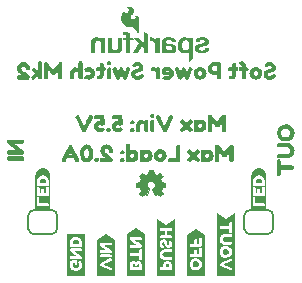
<source format=gbo>
%TF.GenerationSoftware,KiCad,Pcbnew,8.0.5*%
%TF.CreationDate,2024-09-30T11:30:18+01:00*%
%TF.ProjectId,Soft_Power_Switch_USB-C,536f6674-5f50-46f7-9765-725f53776974,v01*%
%TF.SameCoordinates,Original*%
%TF.FileFunction,Legend,Bot*%
%TF.FilePolarity,Positive*%
%FSLAX46Y46*%
G04 Gerber Fmt 4.6, Leading zero omitted, Abs format (unit mm)*
G04 Created by KiCad (PCBNEW 8.0.5) date 2024-09-30 11:30:18*
%MOMM*%
%LPD*%
G01*
G04 APERTURE LIST*
%ADD10C,0.000000*%
%ADD11C,0.018437*%
%ADD12C,0.152400*%
G04 APERTURE END LIST*
D10*
%TO.C,G\u002A\u002A\u002A*%
G36*
X12481179Y22517437D02*
G01*
X12481179Y20920197D01*
X12124623Y20920197D01*
X12124623Y21367025D01*
X11986485Y21500283D01*
X11630162Y20920197D01*
X11198321Y20920197D01*
X11743088Y21741007D01*
X11253274Y22218389D01*
X11675123Y22218389D01*
X12124623Y21751115D01*
X12124623Y22712967D01*
X12481179Y22517437D01*
G37*
G36*
X12713645Y22253105D02*
G01*
X12730237Y22252125D01*
X12746739Y22250507D01*
X12763133Y22248262D01*
X12779404Y22245401D01*
X12795535Y22241935D01*
X12811509Y22237877D01*
X12827309Y22233236D01*
X12842920Y22228026D01*
X12858323Y22222257D01*
X12873503Y22215941D01*
X12888444Y22209089D01*
X12903127Y22201712D01*
X12917538Y22193823D01*
X12931659Y22185432D01*
X12945473Y22176551D01*
X12958965Y22167192D01*
X12972116Y22157366D01*
X12984912Y22147084D01*
X12997335Y22136357D01*
X13009368Y22125198D01*
X13020995Y22113618D01*
X13032199Y22101627D01*
X13042964Y22089239D01*
X13053274Y22076463D01*
X13063110Y22063311D01*
X13072458Y22049796D01*
X13081299Y22035928D01*
X13089619Y22021719D01*
X13097399Y22007180D01*
X13104624Y21992322D01*
X13111276Y21977158D01*
X13116156Y21977158D01*
X13116156Y22218347D01*
X13455169Y22157817D01*
X13455169Y20920154D01*
X13098613Y20920154D01*
X13098613Y21505120D01*
X13097561Y21547882D01*
X13094319Y21589377D01*
X13088759Y21629398D01*
X13085069Y21648792D01*
X13080752Y21667740D01*
X13075791Y21686217D01*
X13070170Y21704197D01*
X13063873Y21721655D01*
X13056884Y21738564D01*
X13049187Y21754899D01*
X13040766Y21770634D01*
X13031605Y21785743D01*
X13021687Y21800201D01*
X13010997Y21813983D01*
X12999519Y21827061D01*
X12987237Y21839411D01*
X12974134Y21851007D01*
X12960194Y21861823D01*
X12945402Y21871834D01*
X12929741Y21881013D01*
X12913195Y21889335D01*
X12895749Y21896774D01*
X12877386Y21903305D01*
X12858090Y21908902D01*
X12837844Y21913539D01*
X12816634Y21917190D01*
X12794443Y21919829D01*
X12771254Y21921432D01*
X12747053Y21921972D01*
X12730615Y21921734D01*
X12713600Y21921043D01*
X12696357Y21919938D01*
X12679233Y21918458D01*
X12662577Y21916640D01*
X12646739Y21914522D01*
X12632066Y21912143D01*
X12618906Y21909541D01*
X12618906Y22240886D01*
X12628327Y22243527D01*
X12637788Y22245934D01*
X12647316Y22248073D01*
X12656941Y22249904D01*
X12666691Y22251393D01*
X12676595Y22252502D01*
X12681614Y22252903D01*
X12686682Y22253195D01*
X12691802Y22253373D01*
X12696979Y22253434D01*
X12713645Y22253105D01*
G37*
G36*
X10573713Y22712458D02*
G01*
X10599719Y22711044D01*
X10624859Y22708708D01*
X10649135Y22705468D01*
X10672547Y22701342D01*
X10695096Y22696346D01*
X10716783Y22690498D01*
X10737609Y22683816D01*
X10757575Y22676317D01*
X10776681Y22668019D01*
X10794929Y22658938D01*
X10812319Y22649094D01*
X10828852Y22638502D01*
X10844530Y22627180D01*
X10859352Y22615146D01*
X10873320Y22602417D01*
X10886435Y22589011D01*
X10898697Y22574946D01*
X10910108Y22560237D01*
X10920668Y22544904D01*
X10930378Y22528963D01*
X10939240Y22512432D01*
X10947253Y22495328D01*
X10954419Y22477669D01*
X10960739Y22459473D01*
X10966213Y22440756D01*
X10970843Y22421536D01*
X10974629Y22401830D01*
X10977572Y22381657D01*
X10979673Y22361033D01*
X10980933Y22339976D01*
X10981353Y22318503D01*
X10981353Y22218356D01*
X11089981Y22218356D01*
X11333029Y21979839D01*
X10981353Y21979839D01*
X10981353Y20920047D01*
X10624797Y20920047D01*
X10624797Y21979839D01*
X10378844Y21979839D01*
X10378844Y22218356D01*
X10624797Y22218356D01*
X10624797Y22296080D01*
X10624349Y22315551D01*
X10622983Y22333472D01*
X10621945Y22341864D01*
X10620666Y22349883D01*
X10619140Y22357536D01*
X10617365Y22364826D01*
X10615335Y22371760D01*
X10613047Y22378341D01*
X10610496Y22384575D01*
X10607679Y22390468D01*
X10604591Y22396024D01*
X10601228Y22401248D01*
X10597586Y22406145D01*
X10593661Y22410721D01*
X10589448Y22414980D01*
X10584944Y22418928D01*
X10580145Y22422569D01*
X10575046Y22425909D01*
X10569643Y22428953D01*
X10563932Y22431705D01*
X10557910Y22434171D01*
X10551571Y22436356D01*
X10544912Y22438266D01*
X10537928Y22439904D01*
X10530616Y22441276D01*
X10522971Y22442387D01*
X10514990Y22443243D01*
X10506667Y22443848D01*
X10488983Y22444326D01*
X10472955Y22444211D01*
X10456721Y22443863D01*
X10440345Y22443278D01*
X10423893Y22442452D01*
X10407430Y22441381D01*
X10391021Y22440062D01*
X10374733Y22438488D01*
X10358629Y22436658D01*
X10358629Y22702942D01*
X10381393Y22704072D01*
X10404571Y22705532D01*
X10451776Y22708853D01*
X10475607Y22710415D01*
X10499461Y22711715D01*
X10523238Y22712604D01*
X10546840Y22712934D01*
X10573713Y22712458D01*
G37*
G36*
X9417419Y21537850D02*
G01*
X9418395Y21490254D01*
X9419623Y21467801D01*
X9421352Y21446233D01*
X9423585Y21425541D01*
X9426329Y21405716D01*
X9429588Y21386750D01*
X9433368Y21368634D01*
X9437674Y21351359D01*
X9442512Y21334918D01*
X9447885Y21319300D01*
X9453799Y21304497D01*
X9460260Y21290502D01*
X9467273Y21277304D01*
X9474842Y21264895D01*
X9482974Y21253268D01*
X9491672Y21242412D01*
X9500943Y21232319D01*
X9510790Y21222981D01*
X9521221Y21214389D01*
X9532239Y21206535D01*
X9543850Y21199408D01*
X9556059Y21193002D01*
X9568870Y21187307D01*
X9582291Y21182314D01*
X9596324Y21178015D01*
X9610976Y21174402D01*
X9626252Y21171465D01*
X9642157Y21169195D01*
X9658695Y21167585D01*
X9675873Y21166625D01*
X9693695Y21166307D01*
X9709130Y21166616D01*
X9723944Y21167543D01*
X9738143Y21169088D01*
X9751738Y21171252D01*
X9764736Y21174036D01*
X9777146Y21177440D01*
X9788978Y21181464D01*
X9800239Y21186109D01*
X9810939Y21191375D01*
X9821085Y21197264D01*
X9830688Y21203775D01*
X9839755Y21210909D01*
X9848295Y21218667D01*
X9856317Y21227049D01*
X9863829Y21236056D01*
X9870840Y21245687D01*
X9877359Y21255944D01*
X9883395Y21266828D01*
X9888956Y21278337D01*
X9894051Y21290474D01*
X9902877Y21316632D01*
X9909942Y21345304D01*
X9915316Y21376495D01*
X9919069Y21410208D01*
X9921270Y21446449D01*
X9921988Y21485221D01*
X9921988Y22218315D01*
X10278659Y22218315D01*
X10278659Y21419695D01*
X10277496Y21360733D01*
X10273821Y21304458D01*
X10267358Y21251023D01*
X10257833Y21200584D01*
X10251835Y21176535D01*
X10244968Y21153293D01*
X10237197Y21130877D01*
X10228488Y21109306D01*
X10218807Y21088599D01*
X10208118Y21068776D01*
X10196388Y21049856D01*
X10183581Y21031858D01*
X10169664Y21014802D01*
X10154602Y20998706D01*
X10138360Y20983590D01*
X10120904Y20969474D01*
X10102199Y20956376D01*
X10082212Y20944316D01*
X10060907Y20933313D01*
X10038249Y20923386D01*
X10014206Y20914555D01*
X9988741Y20906839D01*
X9961821Y20900257D01*
X9933411Y20894829D01*
X9903476Y20890574D01*
X9871983Y20887510D01*
X9838896Y20885658D01*
X9804181Y20885036D01*
X9775865Y20885834D01*
X9747535Y20888241D01*
X9719294Y20892274D01*
X9691248Y20897952D01*
X9663497Y20905293D01*
X9636148Y20914315D01*
X9609301Y20925037D01*
X9583063Y20937477D01*
X9557534Y20951652D01*
X9532820Y20967582D01*
X9520801Y20976210D01*
X9509024Y20985283D01*
X9497502Y20994805D01*
X9486248Y21004776D01*
X9475276Y21015199D01*
X9464598Y21026077D01*
X9454226Y21037411D01*
X9444175Y21049205D01*
X9434457Y21061459D01*
X9425084Y21074178D01*
X9416070Y21087362D01*
X9407428Y21101014D01*
X9399876Y21101014D01*
X9399876Y20920122D01*
X9060747Y20920122D01*
X9060747Y22218315D01*
X9417419Y22218315D01*
X9417419Y21537850D01*
G37*
G36*
X8148867Y22252555D02*
G01*
X8177208Y22250148D01*
X8205453Y22246116D01*
X8233499Y22240439D01*
X8261245Y22233099D01*
X8288587Y22224079D01*
X8315423Y22213361D01*
X8341651Y22200927D01*
X8367169Y22186757D01*
X8391873Y22170836D01*
X8403889Y22162212D01*
X8415662Y22153143D01*
X8427181Y22143628D01*
X8438433Y22133662D01*
X8449404Y22123245D01*
X8460083Y22112375D01*
X8470456Y22101048D01*
X8480510Y22089262D01*
X8490233Y22077016D01*
X8499612Y22064307D01*
X8508634Y22051133D01*
X8517286Y22037491D01*
X8524955Y22037491D01*
X8524955Y22218267D01*
X8863851Y22218267D01*
X8863851Y20920074D01*
X8507063Y20920074D01*
X8507063Y21600422D01*
X8506088Y21648059D01*
X8504862Y21670530D01*
X8503136Y21692116D01*
X8500906Y21712824D01*
X8498165Y21732664D01*
X8494910Y21751644D01*
X8491135Y21769773D01*
X8486835Y21787059D01*
X8482005Y21803512D01*
X8476638Y21819139D01*
X8470732Y21833951D01*
X8464279Y21847955D01*
X8457276Y21861160D01*
X8449716Y21873575D01*
X8441596Y21885208D01*
X8432908Y21896069D01*
X8423650Y21906166D01*
X8413814Y21915508D01*
X8403397Y21924104D01*
X8392393Y21931961D01*
X8380797Y21939090D01*
X8368604Y21945498D01*
X8355808Y21951195D01*
X8342404Y21956189D01*
X8328388Y21960488D01*
X8313754Y21964103D01*
X8298497Y21967040D01*
X8282612Y21969310D01*
X8266093Y21970920D01*
X8248936Y21971880D01*
X8231136Y21972198D01*
X8215700Y21971889D01*
X8200885Y21970961D01*
X8186682Y21969414D01*
X8173083Y21967248D01*
X8160080Y21964462D01*
X8147663Y21961055D01*
X8135824Y21957027D01*
X8124555Y21952378D01*
X8113847Y21947108D01*
X8103691Y21941214D01*
X8094079Y21934698D01*
X8085002Y21927559D01*
X8076452Y21919796D01*
X8068420Y21911409D01*
X8060897Y21902397D01*
X8053874Y21892760D01*
X8047344Y21882497D01*
X8041298Y21871609D01*
X8035726Y21860093D01*
X8030621Y21847951D01*
X8021775Y21821784D01*
X8014692Y21793103D01*
X8009303Y21761905D01*
X8005539Y21728185D01*
X8003330Y21691941D01*
X8002610Y21653168D01*
X8002610Y20920074D01*
X7646055Y20920074D01*
X7646055Y21718694D01*
X7647218Y21777636D01*
X7650893Y21833897D01*
X7657356Y21887322D01*
X7666882Y21937756D01*
X7672879Y21961803D01*
X7679746Y21985044D01*
X7687517Y22007460D01*
X7696226Y22029032D01*
X7705907Y22049739D01*
X7716596Y22069564D01*
X7728327Y22088486D01*
X7741133Y22106487D01*
X7755050Y22123546D01*
X7770113Y22139645D01*
X7786354Y22154764D01*
X7803810Y22168884D01*
X7822515Y22181986D01*
X7842503Y22194049D01*
X7863808Y22205056D01*
X7886465Y22214986D01*
X7910509Y22223820D01*
X7935973Y22231539D01*
X7962893Y22238124D01*
X7991303Y22243555D01*
X8021238Y22247812D01*
X8052731Y22250877D01*
X8085818Y22252731D01*
X8120533Y22253353D01*
X8148867Y22252555D01*
G37*
G36*
X16300967Y20463121D02*
G01*
X15944411Y20145949D01*
X15944411Y21080616D01*
X15939183Y21080616D01*
X15922098Y21057359D01*
X15903776Y21035518D01*
X15884274Y21015105D01*
X15863652Y20996132D01*
X15841968Y20978610D01*
X15819280Y20962551D01*
X15795648Y20947967D01*
X15771129Y20934869D01*
X15745783Y20923268D01*
X15719667Y20913177D01*
X15692840Y20904606D01*
X15665362Y20897568D01*
X15637290Y20892074D01*
X15608682Y20888135D01*
X15579599Y20885763D01*
X15550097Y20884970D01*
X15514883Y20885909D01*
X15480802Y20888691D01*
X15447851Y20893259D01*
X15416030Y20899560D01*
X15385339Y20907537D01*
X15355775Y20917136D01*
X15327339Y20928302D01*
X15300029Y20940979D01*
X15273845Y20955113D01*
X15248785Y20970648D01*
X15224848Y20987529D01*
X15202035Y21005702D01*
X15180343Y21025110D01*
X15159772Y21045700D01*
X15140321Y21067415D01*
X15121989Y21090201D01*
X15104775Y21114003D01*
X15088678Y21138765D01*
X15073698Y21164433D01*
X15059833Y21190951D01*
X15035446Y21246318D01*
X15015508Y21304426D01*
X15000015Y21364833D01*
X14988957Y21427099D01*
X14982327Y21490782D01*
X14980119Y21555443D01*
X14980433Y21565435D01*
X15336791Y21565435D01*
X15337692Y21526062D01*
X15340477Y21487206D01*
X15345267Y21449145D01*
X15352185Y21412159D01*
X15356479Y21394156D01*
X15361351Y21376527D01*
X15366816Y21359306D01*
X15372889Y21342528D01*
X15379585Y21326228D01*
X15386920Y21310442D01*
X15394908Y21295203D01*
X15403565Y21280547D01*
X15412906Y21266509D01*
X15422947Y21253124D01*
X15433702Y21240426D01*
X15445188Y21228451D01*
X15457418Y21217233D01*
X15470408Y21206807D01*
X15484174Y21197209D01*
X15498731Y21188473D01*
X15514094Y21180634D01*
X15530278Y21173727D01*
X15547298Y21167786D01*
X15565170Y21162848D01*
X15583909Y21158946D01*
X15603531Y21156116D01*
X15624049Y21154392D01*
X15645481Y21153810D01*
X15666725Y21154392D01*
X15687097Y21156116D01*
X15706608Y21158946D01*
X15725272Y21162848D01*
X15743102Y21167786D01*
X15760110Y21173727D01*
X15776311Y21180634D01*
X15791716Y21188473D01*
X15806340Y21197209D01*
X15820195Y21206807D01*
X15833293Y21217233D01*
X15845649Y21228451D01*
X15857275Y21240426D01*
X15868184Y21253124D01*
X15878390Y21266509D01*
X15887904Y21280547D01*
X15896741Y21295203D01*
X15904914Y21310442D01*
X15919317Y21342528D01*
X15931218Y21376527D01*
X15940721Y21412159D01*
X15947930Y21449145D01*
X15952951Y21487206D01*
X15955887Y21526062D01*
X15956842Y21565435D01*
X15955940Y21604874D01*
X15953151Y21643959D01*
X15948355Y21682389D01*
X15941429Y21719859D01*
X15937129Y21738141D01*
X15932251Y21756069D01*
X15926781Y21773607D01*
X15920701Y21790716D01*
X15913998Y21807359D01*
X15906656Y21823498D01*
X15898661Y21839095D01*
X15889995Y21854112D01*
X15880646Y21868512D01*
X15870597Y21882257D01*
X15859832Y21895309D01*
X15848338Y21907630D01*
X15836098Y21919182D01*
X15823098Y21929928D01*
X15809322Y21939830D01*
X15794755Y21948850D01*
X15779382Y21956950D01*
X15763188Y21964093D01*
X15746157Y21970241D01*
X15728274Y21975355D01*
X15709524Y21979399D01*
X15689892Y21982334D01*
X15669362Y21984123D01*
X15647920Y21984728D01*
X15626932Y21984116D01*
X15606785Y21982308D01*
X15587470Y21979341D01*
X15568973Y21975255D01*
X15551284Y21970090D01*
X15534391Y21963884D01*
X15518282Y21956677D01*
X15502946Y21948507D01*
X15488372Y21939414D01*
X15474547Y21929437D01*
X15461461Y21918615D01*
X15449102Y21906986D01*
X15437458Y21894592D01*
X15426518Y21881469D01*
X15416270Y21867658D01*
X15406702Y21853198D01*
X15397804Y21838127D01*
X15389563Y21822485D01*
X15375009Y21789644D01*
X15362947Y21754988D01*
X15353285Y21718830D01*
X15345930Y21681483D01*
X15340791Y21643259D01*
X15337776Y21604472D01*
X15336791Y21565435D01*
X14980433Y21565435D01*
X14982277Y21624088D01*
X14988791Y21691370D01*
X14999719Y21756867D01*
X15006857Y21788814D01*
X15015120Y21820155D01*
X15024516Y21850839D01*
X15035053Y21880812D01*
X15046737Y21910021D01*
X15059576Y21938413D01*
X15073577Y21965936D01*
X15088748Y21992537D01*
X15105096Y22018162D01*
X15122628Y22042759D01*
X15141352Y22066276D01*
X15161275Y22088658D01*
X15182404Y22109853D01*
X15204746Y22129809D01*
X15228310Y22148473D01*
X15253102Y22165790D01*
X15279130Y22181710D01*
X15306401Y22196178D01*
X15334922Y22209143D01*
X15364701Y22220550D01*
X15395745Y22230347D01*
X15428061Y22238482D01*
X15461657Y22244901D01*
X15496540Y22249551D01*
X15532717Y22252380D01*
X15570196Y22253335D01*
X15600051Y22252626D01*
X15629334Y22250479D01*
X15658007Y22246865D01*
X15686027Y22241752D01*
X15713356Y22235110D01*
X15739954Y22226911D01*
X15765779Y22217123D01*
X15778390Y22211624D01*
X15790792Y22205716D01*
X15802982Y22199396D01*
X15814953Y22192661D01*
X15826702Y22185505D01*
X15838222Y22177926D01*
X15849509Y22169920D01*
X15860558Y22161483D01*
X15871364Y22152611D01*
X15881921Y22143300D01*
X15892225Y22133548D01*
X15902271Y22123349D01*
X15912054Y22112700D01*
X15921568Y22101598D01*
X15930809Y22090038D01*
X15939772Y22078017D01*
X15948451Y22065531D01*
X15956842Y22052577D01*
X15961838Y22052577D01*
X15961838Y22218249D01*
X16300967Y22157836D01*
X16300967Y21565435D01*
X16300967Y20463121D01*
G37*
G36*
X14877440Y21274269D02*
G01*
X14876878Y21249714D01*
X14875209Y21225996D01*
X14872459Y21203111D01*
X14868653Y21181055D01*
X14863815Y21159825D01*
X14857972Y21139417D01*
X14851148Y21119827D01*
X14843368Y21101051D01*
X14834659Y21083086D01*
X14825045Y21065928D01*
X14814551Y21049572D01*
X14803203Y21034016D01*
X14791026Y21019256D01*
X14778045Y21005287D01*
X14764286Y20992107D01*
X14749773Y20979710D01*
X14734532Y20968094D01*
X14718588Y20957255D01*
X14701967Y20947189D01*
X14684694Y20937892D01*
X14666793Y20929360D01*
X14648291Y20921590D01*
X14629212Y20914578D01*
X14609582Y20908320D01*
X14568769Y20898051D01*
X14526053Y20890753D01*
X14481638Y20886397D01*
X14435724Y20884951D01*
X14405540Y20885458D01*
X14375378Y20887009D01*
X14345316Y20889654D01*
X14315433Y20893440D01*
X14285805Y20898416D01*
X14256509Y20904630D01*
X14227624Y20912131D01*
X14199226Y20920967D01*
X14171393Y20931186D01*
X14144203Y20942837D01*
X14117732Y20955968D01*
X14092059Y20970627D01*
X14067261Y20986862D01*
X14043415Y21004723D01*
X14020598Y21024257D01*
X13998888Y21045512D01*
X13997509Y21029594D01*
X13995499Y21013670D01*
X13992915Y20997775D01*
X13989812Y20981947D01*
X13986246Y20966222D01*
X13982273Y20950638D01*
X13977949Y20935231D01*
X13973329Y20920037D01*
X13612009Y20920037D01*
X13617877Y20930676D01*
X13623286Y20942750D01*
X13628249Y20956162D01*
X13632777Y20970817D01*
X13636879Y20986619D01*
X13640568Y21003473D01*
X13643854Y21021281D01*
X13646747Y21039950D01*
X13651402Y21079482D01*
X13654619Y21121303D01*
X13656485Y21164646D01*
X13657087Y21208744D01*
X13657087Y21555425D01*
X14013759Y21555425D01*
X14013759Y21422167D01*
X14014733Y21386316D01*
X14016518Y21364833D01*
X14019674Y21341676D01*
X14024579Y21317367D01*
X14031612Y21292428D01*
X14036046Y21279887D01*
X14041153Y21267384D01*
X14046982Y21254985D01*
X14053580Y21242756D01*
X14060994Y21230762D01*
X14069272Y21219067D01*
X14078460Y21207739D01*
X14088607Y21196841D01*
X14099759Y21186440D01*
X14111965Y21176600D01*
X14125270Y21167387D01*
X14139724Y21158867D01*
X14155372Y21151104D01*
X14172263Y21144164D01*
X14190443Y21138113D01*
X14209961Y21133015D01*
X14230863Y21128936D01*
X14253197Y21125942D01*
X14277010Y21124098D01*
X14302350Y21123468D01*
X14323876Y21123894D01*
X14344973Y21125231D01*
X14365508Y21127567D01*
X14385349Y21130991D01*
X14394968Y21133138D01*
X14404364Y21135591D01*
X14413520Y21138360D01*
X14422420Y21141456D01*
X14431047Y21144891D01*
X14439385Y21148674D01*
X14447417Y21152819D01*
X14455126Y21157335D01*
X14462497Y21162233D01*
X14469511Y21167525D01*
X14476154Y21173222D01*
X14482408Y21179334D01*
X14488257Y21185874D01*
X14493684Y21192851D01*
X14498673Y21200277D01*
X14503206Y21208163D01*
X14507269Y21216521D01*
X14510843Y21225360D01*
X14513913Y21234693D01*
X14516462Y21244529D01*
X14518474Y21254882D01*
X14519931Y21265760D01*
X14520817Y21277176D01*
X14521116Y21289141D01*
X14520824Y21301111D01*
X14519959Y21312566D01*
X14518538Y21323519D01*
X14516577Y21333982D01*
X14514093Y21343969D01*
X14511103Y21353492D01*
X14507623Y21362563D01*
X14503669Y21371196D01*
X14499259Y21379404D01*
X14494409Y21387198D01*
X14489136Y21394592D01*
X14483456Y21401598D01*
X14477385Y21408229D01*
X14470942Y21414498D01*
X14464141Y21420418D01*
X14457000Y21426001D01*
X14449535Y21431260D01*
X14441763Y21436207D01*
X14425365Y21445219D01*
X14407937Y21453138D01*
X14389614Y21460067D01*
X14370527Y21466106D01*
X14350810Y21471359D01*
X14330596Y21475925D01*
X14310018Y21479908D01*
X14143067Y21505424D01*
X14123612Y21509286D01*
X14104863Y21513631D01*
X14086936Y21518558D01*
X14069950Y21524167D01*
X14054022Y21530558D01*
X14039269Y21537832D01*
X14032370Y21541831D01*
X14025809Y21546087D01*
X14019601Y21550615D01*
X14013759Y21555425D01*
X13657087Y21555425D01*
X13657087Y21884446D01*
X13657989Y21912889D01*
X13660649Y21939881D01*
X13665000Y21965458D01*
X13670977Y21989658D01*
X13678511Y22012515D01*
X13687538Y22034065D01*
X13697989Y22054344D01*
X13709799Y22073389D01*
X13722900Y22091235D01*
X13737225Y22107917D01*
X13752710Y22123473D01*
X13769285Y22137937D01*
X13786885Y22151346D01*
X13805444Y22163735D01*
X13824893Y22175141D01*
X13845168Y22185599D01*
X13887924Y22203815D01*
X13933179Y22218671D01*
X13980399Y22230453D01*
X14029050Y22239450D01*
X14078599Y22245947D01*
X14128512Y22250233D01*
X14178256Y22252594D01*
X14227298Y22253317D01*
X14281928Y22252080D01*
X14336316Y22248246D01*
X14390042Y22241633D01*
X14442688Y22232054D01*
X14468474Y22226096D01*
X14493833Y22219327D01*
X14518712Y22211726D01*
X14543058Y22203268D01*
X14566820Y22193931D01*
X14589944Y22183693D01*
X14612379Y22172529D01*
X14634072Y22160417D01*
X14654971Y22147334D01*
X14675022Y22133256D01*
X14694175Y22118162D01*
X14712376Y22102028D01*
X14729572Y22084831D01*
X14745712Y22066547D01*
X14760744Y22047155D01*
X14774614Y22026630D01*
X14787270Y22004951D01*
X14798660Y21982093D01*
X14808731Y21958034D01*
X14817431Y21932752D01*
X14824708Y21906222D01*
X14830509Y21878422D01*
X14834782Y21849329D01*
X14837474Y21818920D01*
X14480802Y21818920D01*
X14479413Y21831851D01*
X14477600Y21844289D01*
X14475369Y21856240D01*
X14472721Y21867708D01*
X14469662Y21878700D01*
X14466194Y21889220D01*
X14462321Y21899275D01*
X14458047Y21908869D01*
X14453376Y21918008D01*
X14448311Y21926697D01*
X14442856Y21934942D01*
X14437015Y21942749D01*
X14430791Y21950121D01*
X14424188Y21957066D01*
X14417210Y21963588D01*
X14409860Y21969693D01*
X14402142Y21975386D01*
X14394060Y21980672D01*
X14385617Y21985558D01*
X14376818Y21990047D01*
X14367665Y21994147D01*
X14358163Y21997862D01*
X14348315Y22001197D01*
X14338124Y22004158D01*
X14316732Y22008980D01*
X14294015Y22012371D01*
X14270003Y22014374D01*
X14244725Y22015032D01*
X14221473Y22014711D01*
X14198809Y22013649D01*
X14176860Y22011701D01*
X14155751Y22008720D01*
X14145551Y22006796D01*
X14135608Y22004559D01*
X14125938Y22001990D01*
X14116557Y21999072D01*
X14107480Y21995785D01*
X14098723Y21992112D01*
X14090302Y21988034D01*
X14082233Y21983533D01*
X14074531Y21978590D01*
X14067211Y21973188D01*
X14060291Y21967307D01*
X14053785Y21960930D01*
X14047709Y21954039D01*
X14042079Y21946614D01*
X14036910Y21938638D01*
X14032219Y21930092D01*
X14028021Y21920958D01*
X14024332Y21911218D01*
X14021167Y21900854D01*
X14018542Y21889846D01*
X14016473Y21878177D01*
X14014976Y21865829D01*
X14014066Y21852783D01*
X14013759Y21839020D01*
X14014915Y21813458D01*
X14020956Y21791178D01*
X14031560Y21771903D01*
X14046406Y21755355D01*
X14065171Y21741258D01*
X14087534Y21729334D01*
X14113173Y21719306D01*
X14141766Y21710897D01*
X14206527Y21697828D01*
X14279242Y21687910D01*
X14438237Y21668657D01*
X14519367Y21654888D01*
X14559213Y21645998D01*
X14598152Y21635402D01*
X14635860Y21622822D01*
X14672017Y21607982D01*
X14706301Y21590603D01*
X14738389Y21570410D01*
X14767960Y21547125D01*
X14794692Y21520470D01*
X14818263Y21490169D01*
X14838351Y21455945D01*
X14854635Y21417520D01*
X14866792Y21374617D01*
X14874501Y21326959D01*
X14876610Y21289141D01*
X14877440Y21274269D01*
G37*
G36*
X17103484Y22252273D02*
G01*
X17155499Y22249000D01*
X17206827Y22243256D01*
X17257036Y22234806D01*
X17281588Y22229493D01*
X17305698Y22223414D01*
X17329315Y22216541D01*
X17352384Y22208844D01*
X17374851Y22200294D01*
X17396662Y22190860D01*
X17417765Y22180514D01*
X17438104Y22169226D01*
X17457627Y22156967D01*
X17476280Y22143707D01*
X17494009Y22129416D01*
X17510760Y22114066D01*
X17526480Y22097626D01*
X17541114Y22080067D01*
X17554610Y22061360D01*
X17566913Y22041476D01*
X17577970Y22020384D01*
X17587727Y21998055D01*
X17596130Y21974460D01*
X17603126Y21949569D01*
X17608661Y21923353D01*
X17612681Y21895782D01*
X17615132Y21866827D01*
X17615961Y21836458D01*
X17615371Y21815289D01*
X17613627Y21795049D01*
X17610763Y21775712D01*
X17606818Y21757251D01*
X17601826Y21739640D01*
X17595824Y21722854D01*
X17588849Y21706866D01*
X17580936Y21691649D01*
X17572123Y21677178D01*
X17562445Y21663426D01*
X17551938Y21650368D01*
X17540640Y21637976D01*
X17528585Y21626226D01*
X17515811Y21615090D01*
X17502354Y21604542D01*
X17488250Y21594557D01*
X17458247Y21576169D01*
X17426091Y21559715D01*
X17392073Y21544987D01*
X17356484Y21531775D01*
X17319614Y21519869D01*
X17281753Y21509059D01*
X17204220Y21489894D01*
X17157884Y21480171D01*
X17114030Y21470617D01*
X17072729Y21461115D01*
X17034051Y21451547D01*
X16998065Y21441797D01*
X16964841Y21431748D01*
X16949286Y21426574D01*
X16934449Y21421281D01*
X16920337Y21415856D01*
X16906959Y21410282D01*
X16894325Y21404545D01*
X16882442Y21398631D01*
X16871319Y21392525D01*
X16860966Y21386212D01*
X16851391Y21379679D01*
X16842603Y21372909D01*
X16834610Y21365889D01*
X16827421Y21358603D01*
X16821046Y21351038D01*
X16815492Y21343179D01*
X16810768Y21335010D01*
X16806884Y21326518D01*
X16803848Y21317687D01*
X16801668Y21308504D01*
X16800354Y21298953D01*
X16799914Y21289019D01*
X16800299Y21277505D01*
X16801434Y21266482D01*
X16803288Y21255944D01*
X16805831Y21245881D01*
X16809033Y21236285D01*
X16812863Y21227147D01*
X16817291Y21218461D01*
X16822286Y21210217D01*
X16827818Y21202406D01*
X16833857Y21195022D01*
X16840373Y21188054D01*
X16847334Y21181496D01*
X16854712Y21175339D01*
X16862474Y21169574D01*
X16870591Y21164193D01*
X16879033Y21159188D01*
X16896768Y21150273D01*
X16915436Y21142762D01*
X16934794Y21136588D01*
X16954600Y21131686D01*
X16974610Y21127989D01*
X16994582Y21125430D01*
X17014271Y21123944D01*
X17033436Y21123463D01*
X17059256Y21124235D01*
X17084829Y21126573D01*
X17109959Y21130509D01*
X17122297Y21133086D01*
X17134450Y21136076D01*
X17146395Y21139481D01*
X17158107Y21143307D01*
X17169561Y21147556D01*
X17180733Y21152234D01*
X17191598Y21157344D01*
X17202133Y21162890D01*
X17212312Y21168877D01*
X17222111Y21175308D01*
X17231506Y21182188D01*
X17240472Y21189521D01*
X17248985Y21197310D01*
X17257020Y21205560D01*
X17264553Y21214275D01*
X17271559Y21223460D01*
X17278014Y21233117D01*
X17283894Y21243252D01*
X17289173Y21253867D01*
X17293828Y21264969D01*
X17297834Y21276559D01*
X17301166Y21288643D01*
X17303800Y21301225D01*
X17305712Y21314309D01*
X17306877Y21327898D01*
X17307271Y21341997D01*
X17646052Y21341997D01*
X17644053Y21310399D01*
X17640442Y21280135D01*
X17635272Y21251184D01*
X17628592Y21223523D01*
X17620454Y21197132D01*
X17610909Y21171988D01*
X17600008Y21148070D01*
X17587802Y21125356D01*
X17574342Y21103825D01*
X17559679Y21083453D01*
X17543865Y21064221D01*
X17526949Y21046106D01*
X17508984Y21029086D01*
X17490020Y21013140D01*
X17470109Y20998245D01*
X17449301Y20984381D01*
X17427648Y20971526D01*
X17405200Y20959657D01*
X17358125Y20938793D01*
X17308486Y20921616D01*
X17256690Y20907951D01*
X17203145Y20897626D01*
X17148261Y20890466D01*
X17092446Y20886297D01*
X17036108Y20884946D01*
X16981031Y20886269D01*
X16926280Y20890356D01*
X16872300Y20897383D01*
X16819536Y20907528D01*
X16793749Y20913826D01*
X16768434Y20920969D01*
X16743645Y20928979D01*
X16719439Y20937880D01*
X16695870Y20947694D01*
X16672996Y20958441D01*
X16650871Y20970145D01*
X16629551Y20982827D01*
X16609092Y20996511D01*
X16589549Y21011217D01*
X16570979Y21026967D01*
X16553436Y21043785D01*
X16536977Y21061693D01*
X16521657Y21080711D01*
X16507532Y21100863D01*
X16494657Y21122171D01*
X16483089Y21144656D01*
X16472882Y21168341D01*
X16464093Y21193248D01*
X16456777Y21219399D01*
X16450990Y21246816D01*
X16446787Y21275521D01*
X16444225Y21305537D01*
X16443358Y21336885D01*
X16443949Y21358994D01*
X16445695Y21380158D01*
X16448561Y21400403D01*
X16452511Y21419753D01*
X16457508Y21438235D01*
X16463515Y21455872D01*
X16470496Y21472692D01*
X16478416Y21488718D01*
X16487236Y21503976D01*
X16496921Y21518492D01*
X16507435Y21532290D01*
X16518741Y21545396D01*
X16530802Y21557836D01*
X16543583Y21569634D01*
X16557046Y21580815D01*
X16571156Y21591406D01*
X16601169Y21610916D01*
X16633330Y21628365D01*
X16667349Y21643956D01*
X16702933Y21657890D01*
X16739792Y21670370D01*
X16777633Y21681599D01*
X16816166Y21691778D01*
X16855100Y21701109D01*
X16892746Y21709704D01*
X16930155Y21717807D01*
X17003053Y21733354D01*
X17037936Y21741208D01*
X17071373Y21749389D01*
X17103061Y21758101D01*
X17132697Y21767549D01*
X17146651Y21772613D01*
X17159979Y21777938D01*
X17172642Y21783549D01*
X17184604Y21789472D01*
X17195826Y21795733D01*
X17206271Y21802357D01*
X17215900Y21809370D01*
X17224676Y21816797D01*
X17232562Y21824664D01*
X17239518Y21832996D01*
X17245508Y21841820D01*
X17250494Y21851160D01*
X17254438Y21861042D01*
X17257301Y21871493D01*
X17259047Y21882537D01*
X17259638Y21894200D01*
X17259296Y21904053D01*
X17258291Y21913362D01*
X17256651Y21922144D01*
X17254404Y21930413D01*
X17251578Y21938184D01*
X17248204Y21945472D01*
X17244308Y21952293D01*
X17239920Y21958661D01*
X17235067Y21964592D01*
X17229780Y21970101D01*
X17224086Y21975202D01*
X17218013Y21979912D01*
X17211591Y21984244D01*
X17204847Y21988215D01*
X17197811Y21991839D01*
X17190511Y21995131D01*
X17175232Y22000781D01*
X17159240Y22005285D01*
X17142762Y22008765D01*
X17126027Y22011341D01*
X17109264Y22013135D01*
X17092700Y22014266D01*
X17076565Y22014857D01*
X17061086Y22015026D01*
X17037364Y22014567D01*
X17014278Y22013129D01*
X16991936Y22010621D01*
X16970442Y22006950D01*
X16960047Y22004651D01*
X16949904Y22002026D01*
X16940026Y21999066D01*
X16930427Y21995758D01*
X16921119Y21992091D01*
X16912117Y21988054D01*
X16903433Y21983634D01*
X16895080Y21978822D01*
X16887072Y21973605D01*
X16879422Y21967971D01*
X16872144Y21961910D01*
X16865250Y21955411D01*
X16858753Y21948460D01*
X16852668Y21941048D01*
X16847007Y21933163D01*
X16841784Y21924793D01*
X16837012Y21915927D01*
X16832703Y21906553D01*
X16828872Y21896661D01*
X16825532Y21886238D01*
X16822695Y21875273D01*
X16820376Y21863755D01*
X16818587Y21851673D01*
X16817341Y21839014D01*
X16478445Y21839014D01*
X16481732Y21868271D01*
X16486360Y21896241D01*
X16492290Y21922947D01*
X16499482Y21948412D01*
X16507895Y21972661D01*
X16517490Y21995715D01*
X16528228Y22017600D01*
X16540067Y22038339D01*
X16552969Y22057954D01*
X16566893Y22076471D01*
X16581800Y22093911D01*
X16597649Y22110299D01*
X16614401Y22125658D01*
X16632017Y22140012D01*
X16650455Y22153385D01*
X16669677Y22165799D01*
X16689641Y22177278D01*
X16710310Y22187847D01*
X16753598Y22206344D01*
X16799221Y22221480D01*
X16846862Y22233441D01*
X16896200Y22242417D01*
X16946917Y22248595D01*
X16998693Y22252164D01*
X17051211Y22253311D01*
X17103484Y22252273D01*
G37*
G36*
X10920464Y24819112D02*
G01*
X10944989Y24816415D01*
X10969912Y24812049D01*
X10995186Y24805892D01*
X11020763Y24797821D01*
X11046596Y24787715D01*
X11072638Y24775451D01*
X11098841Y24760906D01*
X11125158Y24743959D01*
X11147691Y24727615D01*
X11168366Y24710923D01*
X11187215Y24693899D01*
X11204268Y24676560D01*
X11219555Y24658923D01*
X11233109Y24641005D01*
X11244960Y24622823D01*
X11255138Y24604394D01*
X11263674Y24585734D01*
X11270600Y24566860D01*
X11275945Y24547790D01*
X11279742Y24528541D01*
X11282020Y24509128D01*
X11282811Y24489569D01*
X11282146Y24469881D01*
X11280055Y24450081D01*
X11276569Y24430186D01*
X11271718Y24410213D01*
X11265535Y24390177D01*
X11258050Y24370098D01*
X11249293Y24349990D01*
X11239295Y24329872D01*
X11228088Y24309759D01*
X11215702Y24289670D01*
X11202168Y24269620D01*
X11187516Y24249628D01*
X11171778Y24229708D01*
X11154985Y24209880D01*
X11118355Y24170561D01*
X11077873Y24131807D01*
X11059832Y24114380D01*
X11043878Y24096894D01*
X11029952Y24079395D01*
X11017995Y24061929D01*
X11007947Y24044540D01*
X10999749Y24027274D01*
X10993342Y24010176D01*
X10988667Y23993292D01*
X10985664Y23976666D01*
X10984274Y23960344D01*
X10984438Y23944372D01*
X10986097Y23928794D01*
X10989192Y23913655D01*
X10993662Y23899002D01*
X10999450Y23884879D01*
X11006495Y23871332D01*
X11014738Y23858405D01*
X11024121Y23846145D01*
X11034584Y23834596D01*
X11046067Y23823803D01*
X11058512Y23813813D01*
X11071860Y23804670D01*
X11086050Y23796419D01*
X11101023Y23789106D01*
X11116722Y23782776D01*
X11133085Y23777474D01*
X11150055Y23773245D01*
X11167571Y23770136D01*
X11185575Y23768190D01*
X11204007Y23767454D01*
X11222808Y23767973D01*
X11241919Y23769791D01*
X11254854Y23771732D01*
X11267300Y23774204D01*
X11279256Y23777182D01*
X11290721Y23780641D01*
X11301692Y23784556D01*
X11312169Y23788900D01*
X11322150Y23793649D01*
X11331633Y23798778D01*
X11340618Y23804260D01*
X11349102Y23810072D01*
X11357085Y23816186D01*
X11364564Y23822578D01*
X11371540Y23829223D01*
X11378009Y23836095D01*
X11383971Y23843169D01*
X11389424Y23850420D01*
X11394366Y23857821D01*
X11398797Y23865349D01*
X11402716Y23872976D01*
X11406119Y23880679D01*
X11409007Y23888432D01*
X11411377Y23896208D01*
X11413229Y23903984D01*
X11414560Y23911734D01*
X11415370Y23919431D01*
X11415657Y23927052D01*
X11415419Y23934570D01*
X11414655Y23941960D01*
X11413364Y23949197D01*
X11411544Y23956256D01*
X11409194Y23963111D01*
X11406313Y23969736D01*
X11403364Y23975223D01*
X11400027Y23980574D01*
X11396334Y23985786D01*
X11392316Y23990856D01*
X11388005Y23995783D01*
X11383433Y24000563D01*
X11373630Y24009673D01*
X11363160Y24018168D01*
X11352276Y24026028D01*
X11341229Y24033233D01*
X11330273Y24039764D01*
X11319660Y24045600D01*
X11309643Y24050722D01*
X11292406Y24058744D01*
X11276191Y24065352D01*
X11281440Y24067278D01*
X11287791Y24069366D01*
X11296441Y24071918D01*
X11307250Y24074722D01*
X11320077Y24077563D01*
X11334783Y24080228D01*
X11351229Y24082503D01*
X11369275Y24084176D01*
X11378854Y24084719D01*
X11388780Y24085031D01*
X11399037Y24085086D01*
X11409606Y24084857D01*
X11420471Y24084316D01*
X11431613Y24083438D01*
X11443015Y24082196D01*
X11454660Y24080562D01*
X11466531Y24078511D01*
X11478609Y24076015D01*
X11490877Y24073048D01*
X11503319Y24069584D01*
X11515916Y24065594D01*
X11528650Y24061054D01*
X11551340Y24051734D01*
X11573402Y24040976D01*
X11584157Y24035013D01*
X11594707Y24028638D01*
X11605036Y24021832D01*
X11615128Y24014578D01*
X11624966Y24006858D01*
X11634534Y23998654D01*
X11643816Y23989949D01*
X11652797Y23980725D01*
X11661459Y23970964D01*
X11669787Y23960648D01*
X11677765Y23949759D01*
X11685377Y23938281D01*
X11692606Y23926194D01*
X11699436Y23913482D01*
X11705851Y23900127D01*
X11711835Y23886110D01*
X11717373Y23871415D01*
X11722447Y23856022D01*
X11727041Y23839916D01*
X11731141Y23823077D01*
X11734728Y23805489D01*
X11737788Y23787133D01*
X11740305Y23767992D01*
X11742261Y23748048D01*
X11743641Y23727283D01*
X11744429Y23705679D01*
X11744609Y23683219D01*
X11744164Y23659885D01*
X11744164Y22483216D01*
X11722035Y22510133D01*
X11696217Y22541076D01*
X11662199Y22581271D01*
X11621211Y22628917D01*
X11574480Y22682210D01*
X11523234Y22739348D01*
X11468702Y22798528D01*
X11357599Y22920760D01*
X11333099Y22947079D01*
X11309365Y22971476D01*
X11286125Y22993834D01*
X11263107Y23014041D01*
X11240038Y23031983D01*
X11216647Y23047545D01*
X11204745Y23054398D01*
X11192661Y23060614D01*
X11180360Y23066177D01*
X11167808Y23071075D01*
X11154972Y23075292D01*
X11141817Y23078814D01*
X11128309Y23081628D01*
X11114414Y23083718D01*
X11100099Y23085071D01*
X11085329Y23085672D01*
X11070070Y23085507D01*
X11054288Y23084562D01*
X10994581Y23082699D01*
X10936954Y23084569D01*
X10881387Y23090061D01*
X10827857Y23099059D01*
X10776344Y23111452D01*
X10726826Y23127126D01*
X10679281Y23145968D01*
X10633688Y23167863D01*
X10590026Y23192700D01*
X10548273Y23220363D01*
X10508407Y23250741D01*
X10470408Y23283720D01*
X10434254Y23319186D01*
X10399923Y23357026D01*
X10367394Y23397127D01*
X10336645Y23439376D01*
X10309547Y23481175D01*
X10285539Y23523191D01*
X10264515Y23565335D01*
X10246369Y23607519D01*
X10230994Y23649655D01*
X10218285Y23691655D01*
X10208135Y23733430D01*
X10200439Y23774892D01*
X10195090Y23815953D01*
X10191982Y23856524D01*
X10191008Y23896517D01*
X10192064Y23935844D01*
X10195043Y23974417D01*
X10199838Y24012147D01*
X10214453Y24084725D01*
X10235062Y24152874D01*
X10260815Y24215886D01*
X10290864Y24273055D01*
X10324359Y24323675D01*
X10360453Y24367039D01*
X10398294Y24402442D01*
X10417606Y24416937D01*
X10437036Y24429177D01*
X10456479Y24439074D01*
X10475829Y24446538D01*
X10474618Y24440485D01*
X10473480Y24433491D01*
X10472324Y24424361D01*
X10471399Y24413476D01*
X10470958Y24401219D01*
X10471252Y24387971D01*
X10472532Y24374115D01*
X10473621Y24367077D01*
X10475050Y24360030D01*
X10476852Y24353022D01*
X10479057Y24346101D01*
X10481697Y24339313D01*
X10484804Y24332707D01*
X10488408Y24326330D01*
X10492542Y24320231D01*
X10497237Y24314456D01*
X10502524Y24309054D01*
X10508435Y24304073D01*
X10515000Y24299559D01*
X10522252Y24295561D01*
X10530222Y24292127D01*
X10538941Y24289304D01*
X10548441Y24287139D01*
X10555465Y24286158D01*
X10562734Y24285666D01*
X10570230Y24285646D01*
X10577934Y24286083D01*
X10585826Y24286962D01*
X10593888Y24288265D01*
X10610443Y24292086D01*
X10627447Y24297419D01*
X10644746Y24304137D01*
X10662189Y24312114D01*
X10679623Y24321224D01*
X10696894Y24331340D01*
X10713851Y24342335D01*
X10730340Y24354084D01*
X10746210Y24366460D01*
X10761307Y24379336D01*
X10775479Y24392585D01*
X10788572Y24406083D01*
X10800435Y24419701D01*
X10813283Y24436318D01*
X10818993Y24444463D01*
X10824237Y24452502D01*
X10829020Y24460436D01*
X10833350Y24468269D01*
X10837231Y24476001D01*
X10840672Y24483636D01*
X10843677Y24491174D01*
X10846254Y24498619D01*
X10848410Y24505972D01*
X10850149Y24513234D01*
X10851480Y24520409D01*
X10852407Y24527499D01*
X10852938Y24534504D01*
X10853079Y24541428D01*
X10852837Y24548272D01*
X10852217Y24555039D01*
X10851227Y24561730D01*
X10849872Y24568347D01*
X10848159Y24574893D01*
X10846095Y24581370D01*
X10843685Y24587779D01*
X10840937Y24594123D01*
X10834449Y24606623D01*
X10826684Y24618886D01*
X10817691Y24630928D01*
X10807522Y24642766D01*
X10799279Y24651305D01*
X10790715Y24659101D01*
X10781870Y24666186D01*
X10772781Y24672591D01*
X10763487Y24678346D01*
X10754025Y24683481D01*
X10744434Y24688030D01*
X10734752Y24692021D01*
X10725017Y24695486D01*
X10715267Y24698456D01*
X10695876Y24703034D01*
X10676883Y24706002D01*
X10658594Y24707609D01*
X10641314Y24708100D01*
X10625348Y24707723D01*
X10611001Y24706726D01*
X10598578Y24705356D01*
X10580726Y24702485D01*
X10574233Y24701088D01*
X10586374Y24710888D01*
X10600982Y24721671D01*
X10620778Y24735071D01*
X10645382Y24750110D01*
X10674416Y24765810D01*
X10690477Y24773603D01*
X10707503Y24781193D01*
X10725447Y24788460D01*
X10744262Y24795281D01*
X10763901Y24801533D01*
X10784317Y24807095D01*
X10805461Y24811844D01*
X10827287Y24815657D01*
X10849748Y24818413D01*
X10872796Y24819989D01*
X10896383Y24820263D01*
X10920464Y24819112D01*
G37*
D11*
%TO.C,Ref\u002A\u002A*%
X12865182Y10995661D02*
X12865882Y10995609D01*
X12866579Y10995523D01*
X12867271Y10995404D01*
X12867958Y10995253D01*
X12868639Y10995072D01*
X12869312Y10994859D01*
X12869976Y10994618D01*
X12870631Y10994348D01*
X12871275Y10994050D01*
X12872527Y10993375D01*
X12873724Y10992600D01*
X12874857Y10991731D01*
X12875918Y10990775D01*
X12876899Y10989739D01*
X12877791Y10988631D01*
X12878201Y10988052D01*
X12878586Y10987457D01*
X12878945Y10986847D01*
X12879276Y10986223D01*
X12879579Y10985587D01*
X12879852Y10984938D01*
X12880095Y10984277D01*
X12880306Y10983607D01*
X12880485Y10982926D01*
X12880630Y10982237D01*
X12938966Y10668744D01*
X12939293Y10667353D01*
X12939741Y10665956D01*
X12940303Y10664564D01*
X12940972Y10663186D01*
X12941739Y10661830D01*
X12942596Y10660506D01*
X12943537Y10659222D01*
X12944553Y10657988D01*
X12945637Y10656814D01*
X12946780Y10655707D01*
X12947974Y10654678D01*
X12949213Y10653735D01*
X12950489Y10652887D01*
X12951792Y10652144D01*
X12953117Y10651514D01*
X12954454Y10651008D01*
X13164587Y10564997D01*
X13165895Y10564422D01*
X13167283Y10563942D01*
X13168736Y10563556D01*
X13170244Y10563263D01*
X13171794Y10563062D01*
X13173373Y10562952D01*
X13174971Y10562933D01*
X13176573Y10563003D01*
X13178169Y10563162D01*
X13179747Y10563409D01*
X13181293Y10563744D01*
X13182796Y10564164D01*
X13184243Y10564671D01*
X13185623Y10565261D01*
X13186923Y10565936D01*
X13188131Y10566693D01*
X13450018Y10746422D01*
X13450610Y10746807D01*
X13451219Y10747161D01*
X13451844Y10747486D01*
X13452484Y10747781D01*
X13453138Y10748046D01*
X13453803Y10748282D01*
X13455165Y10748666D01*
X13456560Y10748934D01*
X13457976Y10749086D01*
X13459402Y10749125D01*
X13460829Y10749050D01*
X13462246Y10748862D01*
X13463641Y10748563D01*
X13465004Y10748154D01*
X13466324Y10747636D01*
X13467591Y10747009D01*
X13468201Y10746655D01*
X13468793Y10746274D01*
X13469367Y10745867D01*
X13469921Y10745433D01*
X13470453Y10744973D01*
X13470963Y10744486D01*
X13691549Y10523918D01*
X13692034Y10523407D01*
X13692493Y10522873D01*
X13692926Y10522318D01*
X13693332Y10521743D01*
X13693712Y10521149D01*
X13694065Y10520538D01*
X13694391Y10519911D01*
X13694691Y10519269D01*
X13694964Y10518614D01*
X13695209Y10517947D01*
X13695618Y10516583D01*
X13695918Y10515187D01*
X13696106Y10513771D01*
X13696182Y10512344D01*
X13696144Y10510918D01*
X13695993Y10509503D01*
X13695874Y10508803D01*
X13695726Y10508110D01*
X13695549Y10507425D01*
X13695343Y10506750D01*
X13695107Y10506086D01*
X13694842Y10505433D01*
X13694548Y10504795D01*
X13694223Y10504171D01*
X13693869Y10503563D01*
X13693485Y10502973D01*
X13516872Y10245586D01*
X13516119Y10244369D01*
X13515450Y10243064D01*
X13514867Y10241683D01*
X13514370Y10240236D01*
X13513960Y10238737D01*
X13513638Y10237197D01*
X13513405Y10235628D01*
X13513260Y10234042D01*
X13513206Y10232450D01*
X13513243Y10230864D01*
X13513371Y10229297D01*
X13513592Y10227761D01*
X13513906Y10226266D01*
X13514314Y10224825D01*
X13514817Y10223450D01*
X13515415Y10222152D01*
X13608340Y10005401D01*
X13608588Y10004734D01*
X13608867Y10004070D01*
X13609516Y10002751D01*
X13610278Y10001452D01*
X13611143Y10000181D01*
X13612103Y9998946D01*
X13613148Y9997755D01*
X13614269Y9996615D01*
X13615457Y9995534D01*
X13616703Y9994521D01*
X13617998Y9993582D01*
X13619333Y9992727D01*
X13620698Y9991962D01*
X13622084Y9991296D01*
X13623483Y9990736D01*
X13624884Y9990291D01*
X13625584Y9990114D01*
X13626280Y9989968D01*
X13929356Y9933605D01*
X13930047Y9933456D01*
X13930729Y9933275D01*
X13931400Y9933061D01*
X13932062Y9932815D01*
X13932711Y9932540D01*
X13933349Y9932235D01*
X13933973Y9931902D01*
X13934583Y9931542D01*
X13935178Y9931156D01*
X13935758Y9930744D01*
X13936321Y9930309D01*
X13936866Y9929850D01*
X13937393Y9929370D01*
X13937901Y9928868D01*
X13938389Y9928347D01*
X13938856Y9927806D01*
X13939301Y9927248D01*
X13939724Y9926672D01*
X13940124Y9926081D01*
X13940499Y9925475D01*
X13940849Y9924855D01*
X13941173Y9924222D01*
X13941470Y9923578D01*
X13941739Y9922922D01*
X13941980Y9922257D01*
X13942192Y9921584D01*
X13942373Y9920902D01*
X13942524Y9920214D01*
X13942642Y9919521D01*
X13942728Y9918823D01*
X13942780Y9918121D01*
X13942797Y9917416D01*
X13942779Y9605472D01*
X13942761Y9604768D01*
X13942709Y9604066D01*
X13942623Y9603367D01*
X13942504Y9602672D01*
X13942354Y9601983D01*
X13942172Y9601300D01*
X13941960Y9600625D01*
X13941718Y9599959D01*
X13941150Y9598655D01*
X13940475Y9597399D01*
X13939700Y9596199D01*
X13938831Y9595062D01*
X13937875Y9593998D01*
X13936840Y9593014D01*
X13935731Y9592120D01*
X13935152Y9591709D01*
X13934557Y9591323D01*
X13933947Y9590964D01*
X13933324Y9590633D01*
X13932687Y9590330D01*
X13932038Y9590057D01*
X13931378Y9589815D01*
X13930707Y9589605D01*
X13930027Y9589428D01*
X13929338Y9589284D01*
X13633692Y9534267D01*
X13632997Y9534124D01*
X13632301Y9533949D01*
X13630907Y9533506D01*
X13629519Y9532947D01*
X13628146Y9532279D01*
X13626798Y9531510D01*
X13625482Y9530648D01*
X13624209Y9529702D01*
X13622987Y9528680D01*
X13621825Y9527589D01*
X13620732Y9526438D01*
X13619718Y9525235D01*
X13618791Y9523989D01*
X13617961Y9522706D01*
X13617236Y9521395D01*
X13616626Y9520065D01*
X13616367Y9519395D01*
X13616139Y9518724D01*
X13523841Y9288163D01*
X13523270Y9286851D01*
X13522793Y9285462D01*
X13522410Y9284008D01*
X13522121Y9282500D01*
X13521923Y9280951D01*
X13521817Y9279373D01*
X13521801Y9277777D01*
X13521875Y9276176D01*
X13522038Y9274581D01*
X13522288Y9273006D01*
X13522626Y9271461D01*
X13523050Y9269959D01*
X13523560Y9268511D01*
X13524154Y9267131D01*
X13524832Y9265829D01*
X13525593Y9264618D01*
X13693521Y9019897D01*
X13693904Y9019306D01*
X13694257Y9018699D01*
X13694580Y9018075D01*
X13694874Y9017436D01*
X13695138Y9016783D01*
X13695373Y9016118D01*
X13695755Y9014757D01*
X13696021Y9013363D01*
X13696173Y9011946D01*
X13696210Y9010518D01*
X13696135Y9009090D01*
X13695948Y9007672D01*
X13695650Y9006274D01*
X13695242Y9004909D01*
X13694724Y9003586D01*
X13694099Y9002316D01*
X13693747Y9001704D01*
X13693367Y9001110D01*
X13692961Y9000534D01*
X13692529Y8999979D01*
X13692070Y8999445D01*
X13691586Y8998933D01*
X13470981Y8778365D01*
X13470471Y8777882D01*
X13469939Y8777425D01*
X13469385Y8776994D01*
X13468811Y8776590D01*
X13468219Y8776211D01*
X13467609Y8775860D01*
X13466983Y8775535D01*
X13466342Y8775237D01*
X13465688Y8774965D01*
X13465022Y8774721D01*
X13463659Y8774314D01*
X13462264Y8774017D01*
X13460847Y8773830D01*
X13459420Y8773754D01*
X13457994Y8773791D01*
X13456578Y8773942D01*
X13455877Y8774060D01*
X13455183Y8774207D01*
X13454498Y8774382D01*
X13453821Y8774587D01*
X13453156Y8774821D01*
X13452502Y8775084D01*
X13451862Y8775376D01*
X13451237Y8775698D01*
X13450628Y8776049D01*
X13450036Y8776430D01*
X13209648Y8941427D01*
X13208439Y8942177D01*
X13207144Y8942834D01*
X13205775Y8943399D01*
X13204343Y8943872D01*
X13202861Y8944252D01*
X13201339Y8944538D01*
X13199791Y8944732D01*
X13198228Y8944831D01*
X13196661Y8944837D01*
X13195103Y8944749D01*
X13193566Y8944566D01*
X13192061Y8944288D01*
X13190600Y8943915D01*
X13189195Y8943446D01*
X13187858Y8942882D01*
X13186601Y8942222D01*
X13080585Y8885619D01*
X13079953Y8885316D01*
X13079315Y8885049D01*
X13078673Y8884819D01*
X13078028Y8884625D01*
X13077380Y8884466D01*
X13076732Y8884341D01*
X13076083Y8884252D01*
X13075436Y8884197D01*
X13074791Y8884175D01*
X13074150Y8884187D01*
X13073513Y8884232D01*
X13072882Y8884309D01*
X13072257Y8884418D01*
X13071640Y8884559D01*
X13071033Y8884731D01*
X13070435Y8884934D01*
X13069849Y8885168D01*
X13069275Y8885431D01*
X13068715Y8885724D01*
X13068169Y8886046D01*
X13067639Y8886397D01*
X13067126Y8886777D01*
X13066630Y8887184D01*
X13066154Y8887618D01*
X13065698Y8888080D01*
X13065263Y8888569D01*
X13064850Y8889083D01*
X13064461Y8889624D01*
X13064097Y8890190D01*
X13063758Y8890780D01*
X13063446Y8891396D01*
X13063162Y8892035D01*
X12844567Y9420214D01*
X12844312Y9420872D01*
X12844091Y9421539D01*
X12843903Y9422214D01*
X12843748Y9422898D01*
X12843625Y9423587D01*
X12843534Y9424281D01*
X12843446Y9425680D01*
X12843480Y9427083D01*
X12843633Y9428482D01*
X12843902Y9429864D01*
X12844283Y9431222D01*
X12844774Y9432544D01*
X12845370Y9433820D01*
X12846069Y9435041D01*
X12846867Y9436196D01*
X12847760Y9437276D01*
X12848242Y9437785D01*
X12848746Y9438270D01*
X12849273Y9438732D01*
X12849822Y9439169D01*
X12850392Y9439579D01*
X12850983Y9439961D01*
X12877515Y9456205D01*
X12879430Y9457421D01*
X12881472Y9458809D01*
X12883603Y9460339D01*
X12885786Y9461980D01*
X12887984Y9463703D01*
X12890160Y9465476D01*
X12892275Y9467271D01*
X12894293Y9469055D01*
X12911853Y9481077D01*
X12928613Y9494130D01*
X12944526Y9508168D01*
X12959546Y9523146D01*
X12973629Y9539019D01*
X12986727Y9555741D01*
X12998795Y9573266D01*
X13009788Y9591550D01*
X13019659Y9610546D01*
X13024159Y9620297D01*
X13028362Y9630209D01*
X13032262Y9640276D01*
X13035852Y9650493D01*
X13039128Y9660855D01*
X13042083Y9671354D01*
X13044713Y9681986D01*
X13047010Y9692746D01*
X13048969Y9703626D01*
X13050585Y9714622D01*
X13051852Y9725728D01*
X13052764Y9736939D01*
X13053315Y9748247D01*
X13053501Y9759649D01*
X13053052Y9777402D01*
X13051719Y9794922D01*
X13049525Y9812188D01*
X13046491Y9829177D01*
X13042639Y9845867D01*
X13037989Y9862238D01*
X13032565Y9878268D01*
X13026388Y9893934D01*
X13019479Y9909216D01*
X13011860Y9924091D01*
X13003553Y9938538D01*
X12994579Y9952535D01*
X12984960Y9966060D01*
X12974718Y9979093D01*
X12963875Y9991610D01*
X12952452Y10003591D01*
X12940470Y10015014D01*
X12927952Y10025857D01*
X12914920Y10036098D01*
X12901394Y10045716D01*
X12887397Y10054690D01*
X12872950Y10062996D01*
X12858075Y10070615D01*
X12842794Y10077523D01*
X12827128Y10083700D01*
X12811099Y10089124D01*
X12794728Y10093772D01*
X12778038Y10097625D01*
X12761051Y10100658D01*
X12743786Y10102852D01*
X12726268Y10104184D01*
X12708516Y10104633D01*
X12690765Y10104184D01*
X12673246Y10102852D01*
X12655982Y10100658D01*
X12638995Y10097625D01*
X12622305Y10093772D01*
X12605935Y10089124D01*
X12589907Y10083700D01*
X12574242Y10077523D01*
X12558961Y10070615D01*
X12544087Y10062996D01*
X12529641Y10054690D01*
X12515644Y10045716D01*
X12502119Y10036098D01*
X12489088Y10025857D01*
X12476571Y10015014D01*
X12464590Y10003591D01*
X12453168Y9991610D01*
X12442325Y9979092D01*
X12432084Y9966060D01*
X12422466Y9952535D01*
X12413493Y9938537D01*
X12405187Y9924091D01*
X12397568Y9909216D01*
X12390660Y9893934D01*
X12384483Y9878268D01*
X12379060Y9862238D01*
X12374411Y9845867D01*
X12370559Y9829176D01*
X12367525Y9812188D01*
X12365331Y9794922D01*
X12363999Y9777402D01*
X12363550Y9759649D01*
X12364286Y9736939D01*
X12366465Y9714622D01*
X12370039Y9692746D01*
X12374965Y9671354D01*
X12381195Y9650493D01*
X12388684Y9630209D01*
X12397386Y9610546D01*
X12407256Y9591550D01*
X12418248Y9573266D01*
X12430316Y9555741D01*
X12443414Y9539019D01*
X12457497Y9523146D01*
X12472518Y9508168D01*
X12488433Y9494130D01*
X12505195Y9481077D01*
X12522758Y9469055D01*
X12524765Y9467271D01*
X12526873Y9465476D01*
X12529044Y9463703D01*
X12531240Y9461980D01*
X12533421Y9460339D01*
X12535551Y9458809D01*
X12537590Y9457421D01*
X12539500Y9456205D01*
X12566031Y9439961D01*
X12566619Y9439579D01*
X12567186Y9439169D01*
X12567732Y9438732D01*
X12568257Y9438270D01*
X12568759Y9437785D01*
X12569239Y9437276D01*
X12569696Y9436747D01*
X12570130Y9436197D01*
X12570540Y9435628D01*
X12570926Y9435041D01*
X12571287Y9434438D01*
X12571623Y9433820D01*
X12571934Y9433188D01*
X12572219Y9432544D01*
X12572478Y9431888D01*
X12572710Y9431222D01*
X12572915Y9430547D01*
X12573093Y9429865D01*
X12573242Y9429176D01*
X12573363Y9428482D01*
X12573456Y9427784D01*
X12573519Y9427084D01*
X12573552Y9426382D01*
X12573555Y9425680D01*
X12573528Y9424980D01*
X12573470Y9424282D01*
X12573380Y9423587D01*
X12573259Y9422898D01*
X12573106Y9422214D01*
X12572919Y9421539D01*
X12572700Y9420872D01*
X12572447Y9420214D01*
X12353870Y8892017D01*
X12353587Y8891377D01*
X12353275Y8890761D01*
X12352936Y8890171D01*
X12352572Y8889605D01*
X12352183Y8889065D01*
X12351771Y8888551D01*
X12351337Y8888063D01*
X12350881Y8887602D01*
X12350405Y8887168D01*
X12349910Y8886761D01*
X12349398Y8886382D01*
X12348868Y8886032D01*
X12348323Y8885711D01*
X12347763Y8885418D01*
X12347190Y8885155D01*
X12346604Y8884922D01*
X12346007Y8884720D01*
X12345400Y8884548D01*
X12344783Y8884408D01*
X12344159Y8884298D01*
X12343528Y8884221D01*
X12342891Y8884177D01*
X12342249Y8884165D01*
X12341604Y8884186D01*
X12340957Y8884241D01*
X12340308Y8884330D01*
X12339658Y8884453D01*
X12339010Y8884611D01*
X12338364Y8884805D01*
X12337720Y8885034D01*
X12337081Y8885299D01*
X12336447Y8885600D01*
X12230432Y8942203D01*
X12229171Y8942864D01*
X12227832Y8943430D01*
X12226426Y8943899D01*
X12224964Y8944274D01*
X12223458Y8944553D01*
X12221921Y8944737D01*
X12220363Y8944827D01*
X12218797Y8944822D01*
X12217235Y8944723D01*
X12215688Y8944529D01*
X12214168Y8944242D01*
X12212687Y8943862D01*
X12211256Y8943388D01*
X12209887Y8942821D01*
X12208593Y8942161D01*
X12207385Y8941408D01*
X11966978Y8776411D01*
X11966388Y8776030D01*
X11965780Y8775679D01*
X11965156Y8775358D01*
X11964517Y8775065D01*
X11963864Y8774802D01*
X11963200Y8774569D01*
X11961839Y8774188D01*
X11960445Y8773923D01*
X11959029Y8773773D01*
X11957603Y8773736D01*
X11956176Y8773811D01*
X11954760Y8773998D01*
X11953365Y8774295D01*
X11952002Y8774702D01*
X11950683Y8775218D01*
X11949417Y8775841D01*
X11948808Y8776192D01*
X11948216Y8776571D01*
X11947643Y8776975D01*
X11947091Y8777406D01*
X11946560Y8777863D01*
X11946052Y8778346D01*
X11725447Y8998914D01*
X11724960Y8999426D01*
X11724500Y8999960D01*
X11724066Y9000515D01*
X11723659Y9001091D01*
X11723278Y9001685D01*
X11722924Y9002297D01*
X11722597Y9002924D01*
X11722297Y9003567D01*
X11722024Y9004222D01*
X11721778Y9004890D01*
X11721369Y9006256D01*
X11721070Y9007653D01*
X11720883Y9009071D01*
X11720808Y9010500D01*
X11720846Y9011927D01*
X11720999Y9013344D01*
X11721119Y9014044D01*
X11721267Y9014738D01*
X11721444Y9015424D01*
X11721651Y9016099D01*
X11721887Y9016764D01*
X11722153Y9017417D01*
X11722448Y9018056D01*
X11722772Y9018680D01*
X11723127Y9019288D01*
X11723511Y9019878D01*
X11891458Y9264599D01*
X11892213Y9265810D01*
X11892886Y9267112D01*
X11893476Y9268492D01*
X11893982Y9269940D01*
X11894404Y9271442D01*
X11894741Y9272987D01*
X11894990Y9274563D01*
X11895153Y9276157D01*
X11895227Y9277758D01*
X11895212Y9279354D01*
X11895106Y9280932D01*
X11894909Y9282481D01*
X11894620Y9283989D01*
X11894238Y9285443D01*
X11893762Y9286832D01*
X11893191Y9288144D01*
X11800893Y9518705D01*
X11800665Y9519377D01*
X11800404Y9520046D01*
X11799793Y9521377D01*
X11799069Y9522687D01*
X11798240Y9523970D01*
X11797315Y9525216D01*
X11796304Y9526419D01*
X11795214Y9527570D01*
X11794056Y9528661D01*
X11792837Y9529683D01*
X11791567Y9530629D01*
X11790254Y9531491D01*
X11788907Y9532260D01*
X11787535Y9532928D01*
X11786148Y9533487D01*
X11785450Y9533724D01*
X11784752Y9533930D01*
X11784055Y9534105D01*
X11783359Y9534247D01*
X11487713Y9589265D01*
X11487026Y9589408D01*
X11486347Y9589586D01*
X11485678Y9589796D01*
X11485018Y9590038D01*
X11484370Y9590311D01*
X11483734Y9590614D01*
X11483111Y9590945D01*
X11482502Y9591304D01*
X11481907Y9591690D01*
X11481328Y9592101D01*
X11480765Y9592536D01*
X11480220Y9592995D01*
X11479692Y9593476D01*
X11479184Y9593978D01*
X11478695Y9594501D01*
X11478227Y9595043D01*
X11477781Y9595603D01*
X11477357Y9596179D01*
X11476957Y9596772D01*
X11476581Y9597380D01*
X11476230Y9598002D01*
X11475905Y9598636D01*
X11475606Y9599282D01*
X11475336Y9599939D01*
X11475094Y9600606D01*
X11474881Y9601281D01*
X11474699Y9601964D01*
X11474548Y9602653D01*
X11474429Y9603347D01*
X11474343Y9604046D01*
X11474290Y9604749D01*
X11474273Y9605453D01*
X11474236Y9917398D01*
X11474252Y9918104D01*
X11474302Y9918807D01*
X11474387Y9919507D01*
X11474504Y9920202D01*
X11474653Y9920891D01*
X11474834Y9921573D01*
X11475045Y9922248D01*
X11475285Y9922914D01*
X11475555Y9923570D01*
X11475851Y9924216D01*
X11476524Y9925470D01*
X11477298Y9926668D01*
X11478166Y9927803D01*
X11479120Y9928866D01*
X11480153Y9929849D01*
X11481260Y9930743D01*
X11482432Y9931541D01*
X11483041Y9931901D01*
X11483663Y9932234D01*
X11484298Y9932539D01*
X11484946Y9932815D01*
X11485605Y9933060D01*
X11486274Y9933274D01*
X11486953Y9933456D01*
X11487640Y9933604D01*
X11790735Y9989968D01*
X11792124Y9990291D01*
X11793521Y9990736D01*
X11794915Y9991296D01*
X11796299Y9991962D01*
X11797662Y9992726D01*
X11798995Y9993582D01*
X11800290Y9994520D01*
X11801537Y9995534D01*
X11802726Y9996614D01*
X11803849Y9997754D01*
X11804896Y9998946D01*
X11805858Y10000181D01*
X11806726Y10001452D01*
X11807491Y10002750D01*
X11808143Y10004069D01*
X11808674Y10005400D01*
X11901581Y10222152D01*
X11902182Y10223449D01*
X11902688Y10224824D01*
X11903098Y10226265D01*
X11903414Y10227760D01*
X11903636Y10229297D01*
X11903765Y10230864D01*
X11903802Y10232450D01*
X11903747Y10234041D01*
X11903602Y10235628D01*
X11903366Y10237197D01*
X11903041Y10238737D01*
X11902628Y10240236D01*
X11902127Y10241682D01*
X11901539Y10243064D01*
X11900864Y10244369D01*
X11900104Y10245585D01*
X11723510Y10502973D01*
X11723129Y10503563D01*
X11722778Y10504171D01*
X11722455Y10504795D01*
X11722163Y10505433D01*
X11721899Y10506085D01*
X11721664Y10506750D01*
X11721282Y10508110D01*
X11721015Y10509503D01*
X11720863Y10510918D01*
X11720823Y10512344D01*
X11720897Y10513771D01*
X11721082Y10515187D01*
X11721379Y10516583D01*
X11721786Y10517947D01*
X11722302Y10519269D01*
X11722927Y10520537D01*
X11723280Y10521149D01*
X11723660Y10521742D01*
X11724066Y10522318D01*
X11724499Y10522873D01*
X11724959Y10523407D01*
X11725445Y10523918D01*
X11946013Y10744486D01*
X11946525Y10744972D01*
X11947058Y10745433D01*
X11947613Y10745866D01*
X11948188Y10746274D01*
X11948782Y10746654D01*
X11949392Y10747008D01*
X11950019Y10747335D01*
X11950660Y10747635D01*
X11951314Y10747908D01*
X11951980Y10748154D01*
X11953343Y10748563D01*
X11954737Y10748862D01*
X11956151Y10749049D01*
X11957576Y10749124D01*
X11959001Y10749086D01*
X11960414Y10748933D01*
X11961113Y10748814D01*
X11961806Y10748666D01*
X11962490Y10748488D01*
X11963164Y10748281D01*
X11963828Y10748046D01*
X11964480Y10747780D01*
X11965118Y10747485D01*
X11965742Y10747161D01*
X11966349Y10746806D01*
X11966939Y10746422D01*
X12228845Y10566693D01*
X12230056Y10565935D01*
X12231359Y10565261D01*
X12232741Y10564670D01*
X12234191Y10564164D01*
X12235695Y10563744D01*
X12237242Y10563409D01*
X12238820Y10563162D01*
X12240417Y10563003D01*
X12242019Y10562932D01*
X12243616Y10562952D01*
X12245194Y10563061D01*
X12246743Y10563262D01*
X12248248Y10563556D01*
X12249700Y10563942D01*
X12251084Y10564422D01*
X12252389Y10564996D01*
X12462503Y10651007D01*
X12463172Y10651245D01*
X12463838Y10651514D01*
X12464501Y10651814D01*
X12465160Y10652144D01*
X12466462Y10652887D01*
X12467737Y10653735D01*
X12468975Y10654678D01*
X12470170Y10655707D01*
X12471313Y10656814D01*
X12472397Y10657988D01*
X12473414Y10659222D01*
X12474356Y10660505D01*
X12475215Y10661830D01*
X12475983Y10663185D01*
X12476653Y10664564D01*
X12477216Y10665956D01*
X12477664Y10667352D01*
X12477843Y10668049D01*
X12477991Y10668744D01*
X12536346Y10982237D01*
X12536491Y10982926D01*
X12536670Y10983607D01*
X12536881Y10984277D01*
X12537124Y10984938D01*
X12537397Y10985587D01*
X12537700Y10986223D01*
X12538032Y10986847D01*
X12538390Y10987457D01*
X12538775Y10988052D01*
X12539186Y10988631D01*
X12539621Y10989194D01*
X12540078Y10989739D01*
X12540559Y10990267D01*
X12541060Y10990775D01*
X12541581Y10991263D01*
X12542122Y10991731D01*
X12542680Y10992176D01*
X12543256Y10992600D01*
X12543847Y10992999D01*
X12544454Y10993375D01*
X12545074Y10993726D01*
X12545707Y10994050D01*
X12546352Y10994348D01*
X12547008Y10994618D01*
X12547673Y10994859D01*
X12548347Y10995072D01*
X12549029Y10995253D01*
X12549717Y10995404D01*
X12550411Y10995523D01*
X12551110Y10995609D01*
X12551812Y10995661D01*
X12552516Y10995678D01*
X12864479Y10995678D01*
X12865182Y10995661D01*
G36*
X12865182Y10995661D02*
G01*
X12865882Y10995609D01*
X12866579Y10995523D01*
X12867271Y10995404D01*
X12867958Y10995253D01*
X12868639Y10995072D01*
X12869312Y10994859D01*
X12869976Y10994618D01*
X12870631Y10994348D01*
X12871275Y10994050D01*
X12872527Y10993375D01*
X12873724Y10992600D01*
X12874857Y10991731D01*
X12875918Y10990775D01*
X12876899Y10989739D01*
X12877791Y10988631D01*
X12878201Y10988052D01*
X12878586Y10987457D01*
X12878945Y10986847D01*
X12879276Y10986223D01*
X12879579Y10985587D01*
X12879852Y10984938D01*
X12880095Y10984277D01*
X12880306Y10983607D01*
X12880485Y10982926D01*
X12880630Y10982237D01*
X12938966Y10668744D01*
X12939293Y10667353D01*
X12939741Y10665956D01*
X12940303Y10664564D01*
X12940972Y10663186D01*
X12941739Y10661830D01*
X12942596Y10660506D01*
X12943537Y10659222D01*
X12944553Y10657988D01*
X12945637Y10656814D01*
X12946780Y10655707D01*
X12947974Y10654678D01*
X12949213Y10653735D01*
X12950489Y10652887D01*
X12951792Y10652144D01*
X12953117Y10651514D01*
X12954454Y10651008D01*
X13164587Y10564997D01*
X13165895Y10564422D01*
X13167283Y10563942D01*
X13168736Y10563556D01*
X13170244Y10563263D01*
X13171794Y10563062D01*
X13173373Y10562952D01*
X13174971Y10562933D01*
X13176573Y10563003D01*
X13178169Y10563162D01*
X13179747Y10563409D01*
X13181293Y10563744D01*
X13182796Y10564164D01*
X13184243Y10564671D01*
X13185623Y10565261D01*
X13186923Y10565936D01*
X13188131Y10566693D01*
X13450018Y10746422D01*
X13450610Y10746807D01*
X13451219Y10747161D01*
X13451844Y10747486D01*
X13452484Y10747781D01*
X13453138Y10748046D01*
X13453803Y10748282D01*
X13455165Y10748666D01*
X13456560Y10748934D01*
X13457976Y10749086D01*
X13459402Y10749125D01*
X13460829Y10749050D01*
X13462246Y10748862D01*
X13463641Y10748563D01*
X13465004Y10748154D01*
X13466324Y10747636D01*
X13467591Y10747009D01*
X13468201Y10746655D01*
X13468793Y10746274D01*
X13469367Y10745867D01*
X13469921Y10745433D01*
X13470453Y10744973D01*
X13470963Y10744486D01*
X13691549Y10523918D01*
X13692034Y10523407D01*
X13692493Y10522873D01*
X13692926Y10522318D01*
X13693332Y10521743D01*
X13693712Y10521149D01*
X13694065Y10520538D01*
X13694391Y10519911D01*
X13694691Y10519269D01*
X13694964Y10518614D01*
X13695209Y10517947D01*
X13695618Y10516583D01*
X13695918Y10515187D01*
X13696106Y10513771D01*
X13696182Y10512344D01*
X13696144Y10510918D01*
X13695993Y10509503D01*
X13695874Y10508803D01*
X13695726Y10508110D01*
X13695549Y10507425D01*
X13695343Y10506750D01*
X13695107Y10506086D01*
X13694842Y10505433D01*
X13694548Y10504795D01*
X13694223Y10504171D01*
X13693869Y10503563D01*
X13693485Y10502973D01*
X13516872Y10245586D01*
X13516119Y10244369D01*
X13515450Y10243064D01*
X13514867Y10241683D01*
X13514370Y10240236D01*
X13513960Y10238737D01*
X13513638Y10237197D01*
X13513405Y10235628D01*
X13513260Y10234042D01*
X13513206Y10232450D01*
X13513243Y10230864D01*
X13513371Y10229297D01*
X13513592Y10227761D01*
X13513906Y10226266D01*
X13514314Y10224825D01*
X13514817Y10223450D01*
X13515415Y10222152D01*
X13608340Y10005401D01*
X13608588Y10004734D01*
X13608867Y10004070D01*
X13609516Y10002751D01*
X13610278Y10001452D01*
X13611143Y10000181D01*
X13612103Y9998946D01*
X13613148Y9997755D01*
X13614269Y9996615D01*
X13615457Y9995534D01*
X13616703Y9994521D01*
X13617998Y9993582D01*
X13619333Y9992727D01*
X13620698Y9991962D01*
X13622084Y9991296D01*
X13623483Y9990736D01*
X13624884Y9990291D01*
X13625584Y9990114D01*
X13626280Y9989968D01*
X13929356Y9933605D01*
X13930047Y9933456D01*
X13930729Y9933275D01*
X13931400Y9933061D01*
X13932062Y9932815D01*
X13932711Y9932540D01*
X13933349Y9932235D01*
X13933973Y9931902D01*
X13934583Y9931542D01*
X13935178Y9931156D01*
X13935758Y9930744D01*
X13936321Y9930309D01*
X13936866Y9929850D01*
X13937393Y9929370D01*
X13937901Y9928868D01*
X13938389Y9928347D01*
X13938856Y9927806D01*
X13939301Y9927248D01*
X13939724Y9926672D01*
X13940124Y9926081D01*
X13940499Y9925475D01*
X13940849Y9924855D01*
X13941173Y9924222D01*
X13941470Y9923578D01*
X13941739Y9922922D01*
X13941980Y9922257D01*
X13942192Y9921584D01*
X13942373Y9920902D01*
X13942524Y9920214D01*
X13942642Y9919521D01*
X13942728Y9918823D01*
X13942780Y9918121D01*
X13942797Y9917416D01*
X13942779Y9605472D01*
X13942761Y9604768D01*
X13942709Y9604066D01*
X13942623Y9603367D01*
X13942504Y9602672D01*
X13942354Y9601983D01*
X13942172Y9601300D01*
X13941960Y9600625D01*
X13941718Y9599959D01*
X13941150Y9598655D01*
X13940475Y9597399D01*
X13939700Y9596199D01*
X13938831Y9595062D01*
X13937875Y9593998D01*
X13936840Y9593014D01*
X13935731Y9592120D01*
X13935152Y9591709D01*
X13934557Y9591323D01*
X13933947Y9590964D01*
X13933324Y9590633D01*
X13932687Y9590330D01*
X13932038Y9590057D01*
X13931378Y9589815D01*
X13930707Y9589605D01*
X13930027Y9589428D01*
X13929338Y9589284D01*
X13633692Y9534267D01*
X13632997Y9534124D01*
X13632301Y9533949D01*
X13630907Y9533506D01*
X13629519Y9532947D01*
X13628146Y9532279D01*
X13626798Y9531510D01*
X13625482Y9530648D01*
X13624209Y9529702D01*
X13622987Y9528680D01*
X13621825Y9527589D01*
X13620732Y9526438D01*
X13619718Y9525235D01*
X13618791Y9523989D01*
X13617961Y9522706D01*
X13617236Y9521395D01*
X13616626Y9520065D01*
X13616367Y9519395D01*
X13616139Y9518724D01*
X13523841Y9288163D01*
X13523270Y9286851D01*
X13522793Y9285462D01*
X13522410Y9284008D01*
X13522121Y9282500D01*
X13521923Y9280951D01*
X13521817Y9279373D01*
X13521801Y9277777D01*
X13521875Y9276176D01*
X13522038Y9274581D01*
X13522288Y9273006D01*
X13522626Y9271461D01*
X13523050Y9269959D01*
X13523560Y9268511D01*
X13524154Y9267131D01*
X13524832Y9265829D01*
X13525593Y9264618D01*
X13693521Y9019897D01*
X13693904Y9019306D01*
X13694257Y9018699D01*
X13694580Y9018075D01*
X13694874Y9017436D01*
X13695138Y9016783D01*
X13695373Y9016118D01*
X13695755Y9014757D01*
X13696021Y9013363D01*
X13696173Y9011946D01*
X13696210Y9010518D01*
X13696135Y9009090D01*
X13695948Y9007672D01*
X13695650Y9006274D01*
X13695242Y9004909D01*
X13694724Y9003586D01*
X13694099Y9002316D01*
X13693747Y9001704D01*
X13693367Y9001110D01*
X13692961Y9000534D01*
X13692529Y8999979D01*
X13692070Y8999445D01*
X13691586Y8998933D01*
X13470981Y8778365D01*
X13470471Y8777882D01*
X13469939Y8777425D01*
X13469385Y8776994D01*
X13468811Y8776590D01*
X13468219Y8776211D01*
X13467609Y8775860D01*
X13466983Y8775535D01*
X13466342Y8775237D01*
X13465688Y8774965D01*
X13465022Y8774721D01*
X13463659Y8774314D01*
X13462264Y8774017D01*
X13460847Y8773830D01*
X13459420Y8773754D01*
X13457994Y8773791D01*
X13456578Y8773942D01*
X13455877Y8774060D01*
X13455183Y8774207D01*
X13454498Y8774382D01*
X13453821Y8774587D01*
X13453156Y8774821D01*
X13452502Y8775084D01*
X13451862Y8775376D01*
X13451237Y8775698D01*
X13450628Y8776049D01*
X13450036Y8776430D01*
X13209648Y8941427D01*
X13208439Y8942177D01*
X13207144Y8942834D01*
X13205775Y8943399D01*
X13204343Y8943872D01*
X13202861Y8944252D01*
X13201339Y8944538D01*
X13199791Y8944732D01*
X13198228Y8944831D01*
X13196661Y8944837D01*
X13195103Y8944749D01*
X13193566Y8944566D01*
X13192061Y8944288D01*
X13190600Y8943915D01*
X13189195Y8943446D01*
X13187858Y8942882D01*
X13186601Y8942222D01*
X13080585Y8885619D01*
X13079953Y8885316D01*
X13079315Y8885049D01*
X13078673Y8884819D01*
X13078028Y8884625D01*
X13077380Y8884466D01*
X13076732Y8884341D01*
X13076083Y8884252D01*
X13075436Y8884197D01*
X13074791Y8884175D01*
X13074150Y8884187D01*
X13073513Y8884232D01*
X13072882Y8884309D01*
X13072257Y8884418D01*
X13071640Y8884559D01*
X13071033Y8884731D01*
X13070435Y8884934D01*
X13069849Y8885168D01*
X13069275Y8885431D01*
X13068715Y8885724D01*
X13068169Y8886046D01*
X13067639Y8886397D01*
X13067126Y8886777D01*
X13066630Y8887184D01*
X13066154Y8887618D01*
X13065698Y8888080D01*
X13065263Y8888569D01*
X13064850Y8889083D01*
X13064461Y8889624D01*
X13064097Y8890190D01*
X13063758Y8890780D01*
X13063446Y8891396D01*
X13063162Y8892035D01*
X12844567Y9420214D01*
X12844312Y9420872D01*
X12844091Y9421539D01*
X12843903Y9422214D01*
X12843748Y9422898D01*
X12843625Y9423587D01*
X12843534Y9424281D01*
X12843446Y9425680D01*
X12843480Y9427083D01*
X12843633Y9428482D01*
X12843902Y9429864D01*
X12844283Y9431222D01*
X12844774Y9432544D01*
X12845370Y9433820D01*
X12846069Y9435041D01*
X12846867Y9436196D01*
X12847760Y9437276D01*
X12848242Y9437785D01*
X12848746Y9438270D01*
X12849273Y9438732D01*
X12849822Y9439169D01*
X12850392Y9439579D01*
X12850983Y9439961D01*
X12877515Y9456205D01*
X12879430Y9457421D01*
X12881472Y9458809D01*
X12883603Y9460339D01*
X12885786Y9461980D01*
X12887984Y9463703D01*
X12890160Y9465476D01*
X12892275Y9467271D01*
X12894293Y9469055D01*
X12911853Y9481077D01*
X12928613Y9494130D01*
X12944526Y9508168D01*
X12959546Y9523146D01*
X12973629Y9539019D01*
X12986727Y9555741D01*
X12998795Y9573266D01*
X13009788Y9591550D01*
X13019659Y9610546D01*
X13024159Y9620297D01*
X13028362Y9630209D01*
X13032262Y9640276D01*
X13035852Y9650493D01*
X13039128Y9660855D01*
X13042083Y9671354D01*
X13044713Y9681986D01*
X13047010Y9692746D01*
X13048969Y9703626D01*
X13050585Y9714622D01*
X13051852Y9725728D01*
X13052764Y9736939D01*
X13053315Y9748247D01*
X13053501Y9759649D01*
X13053052Y9777402D01*
X13051719Y9794922D01*
X13049525Y9812188D01*
X13046491Y9829177D01*
X13042639Y9845867D01*
X13037989Y9862238D01*
X13032565Y9878268D01*
X13026388Y9893934D01*
X13019479Y9909216D01*
X13011860Y9924091D01*
X13003553Y9938538D01*
X12994579Y9952535D01*
X12984960Y9966060D01*
X12974718Y9979093D01*
X12963875Y9991610D01*
X12952452Y10003591D01*
X12940470Y10015014D01*
X12927952Y10025857D01*
X12914920Y10036098D01*
X12901394Y10045716D01*
X12887397Y10054690D01*
X12872950Y10062996D01*
X12858075Y10070615D01*
X12842794Y10077523D01*
X12827128Y10083700D01*
X12811099Y10089124D01*
X12794728Y10093772D01*
X12778038Y10097625D01*
X12761051Y10100658D01*
X12743786Y10102852D01*
X12726268Y10104184D01*
X12708516Y10104633D01*
X12690765Y10104184D01*
X12673246Y10102852D01*
X12655982Y10100658D01*
X12638995Y10097625D01*
X12622305Y10093772D01*
X12605935Y10089124D01*
X12589907Y10083700D01*
X12574242Y10077523D01*
X12558961Y10070615D01*
X12544087Y10062996D01*
X12529641Y10054690D01*
X12515644Y10045716D01*
X12502119Y10036098D01*
X12489088Y10025857D01*
X12476571Y10015014D01*
X12464590Y10003591D01*
X12453168Y9991610D01*
X12442325Y9979092D01*
X12432084Y9966060D01*
X12422466Y9952535D01*
X12413493Y9938537D01*
X12405187Y9924091D01*
X12397568Y9909216D01*
X12390660Y9893934D01*
X12384483Y9878268D01*
X12379060Y9862238D01*
X12374411Y9845867D01*
X12370559Y9829176D01*
X12367525Y9812188D01*
X12365331Y9794922D01*
X12363999Y9777402D01*
X12363550Y9759649D01*
X12364286Y9736939D01*
X12366465Y9714622D01*
X12370039Y9692746D01*
X12374965Y9671354D01*
X12381195Y9650493D01*
X12388684Y9630209D01*
X12397386Y9610546D01*
X12407256Y9591550D01*
X12418248Y9573266D01*
X12430316Y9555741D01*
X12443414Y9539019D01*
X12457497Y9523146D01*
X12472518Y9508168D01*
X12488433Y9494130D01*
X12505195Y9481077D01*
X12522758Y9469055D01*
X12524765Y9467271D01*
X12526873Y9465476D01*
X12529044Y9463703D01*
X12531240Y9461980D01*
X12533421Y9460339D01*
X12535551Y9458809D01*
X12537590Y9457421D01*
X12539500Y9456205D01*
X12566031Y9439961D01*
X12566619Y9439579D01*
X12567186Y9439169D01*
X12567732Y9438732D01*
X12568257Y9438270D01*
X12568759Y9437785D01*
X12569239Y9437276D01*
X12569696Y9436747D01*
X12570130Y9436197D01*
X12570540Y9435628D01*
X12570926Y9435041D01*
X12571287Y9434438D01*
X12571623Y9433820D01*
X12571934Y9433188D01*
X12572219Y9432544D01*
X12572478Y9431888D01*
X12572710Y9431222D01*
X12572915Y9430547D01*
X12573093Y9429865D01*
X12573242Y9429176D01*
X12573363Y9428482D01*
X12573456Y9427784D01*
X12573519Y9427084D01*
X12573552Y9426382D01*
X12573555Y9425680D01*
X12573528Y9424980D01*
X12573470Y9424282D01*
X12573380Y9423587D01*
X12573259Y9422898D01*
X12573106Y9422214D01*
X12572919Y9421539D01*
X12572700Y9420872D01*
X12572447Y9420214D01*
X12353870Y8892017D01*
X12353587Y8891377D01*
X12353275Y8890761D01*
X12352936Y8890171D01*
X12352572Y8889605D01*
X12352183Y8889065D01*
X12351771Y8888551D01*
X12351337Y8888063D01*
X12350881Y8887602D01*
X12350405Y8887168D01*
X12349910Y8886761D01*
X12349398Y8886382D01*
X12348868Y8886032D01*
X12348323Y8885711D01*
X12347763Y8885418D01*
X12347190Y8885155D01*
X12346604Y8884922D01*
X12346007Y8884720D01*
X12345400Y8884548D01*
X12344783Y8884408D01*
X12344159Y8884298D01*
X12343528Y8884221D01*
X12342891Y8884177D01*
X12342249Y8884165D01*
X12341604Y8884186D01*
X12340957Y8884241D01*
X12340308Y8884330D01*
X12339658Y8884453D01*
X12339010Y8884611D01*
X12338364Y8884805D01*
X12337720Y8885034D01*
X12337081Y8885299D01*
X12336447Y8885600D01*
X12230432Y8942203D01*
X12229171Y8942864D01*
X12227832Y8943430D01*
X12226426Y8943899D01*
X12224964Y8944274D01*
X12223458Y8944553D01*
X12221921Y8944737D01*
X12220363Y8944827D01*
X12218797Y8944822D01*
X12217235Y8944723D01*
X12215688Y8944529D01*
X12214168Y8944242D01*
X12212687Y8943862D01*
X12211256Y8943388D01*
X12209887Y8942821D01*
X12208593Y8942161D01*
X12207385Y8941408D01*
X11966978Y8776411D01*
X11966388Y8776030D01*
X11965780Y8775679D01*
X11965156Y8775358D01*
X11964517Y8775065D01*
X11963864Y8774802D01*
X11963200Y8774569D01*
X11961839Y8774188D01*
X11960445Y8773923D01*
X11959029Y8773773D01*
X11957603Y8773736D01*
X11956176Y8773811D01*
X11954760Y8773998D01*
X11953365Y8774295D01*
X11952002Y8774702D01*
X11950683Y8775218D01*
X11949417Y8775841D01*
X11948808Y8776192D01*
X11948216Y8776571D01*
X11947643Y8776975D01*
X11947091Y8777406D01*
X11946560Y8777863D01*
X11946052Y8778346D01*
X11725447Y8998914D01*
X11724960Y8999426D01*
X11724500Y8999960D01*
X11724066Y9000515D01*
X11723659Y9001091D01*
X11723278Y9001685D01*
X11722924Y9002297D01*
X11722597Y9002924D01*
X11722297Y9003567D01*
X11722024Y9004222D01*
X11721778Y9004890D01*
X11721369Y9006256D01*
X11721070Y9007653D01*
X11720883Y9009071D01*
X11720808Y9010500D01*
X11720846Y9011927D01*
X11720999Y9013344D01*
X11721119Y9014044D01*
X11721267Y9014738D01*
X11721444Y9015424D01*
X11721651Y9016099D01*
X11721887Y9016764D01*
X11722153Y9017417D01*
X11722448Y9018056D01*
X11722772Y9018680D01*
X11723127Y9019288D01*
X11723511Y9019878D01*
X11891458Y9264599D01*
X11892213Y9265810D01*
X11892886Y9267112D01*
X11893476Y9268492D01*
X11893982Y9269940D01*
X11894404Y9271442D01*
X11894741Y9272987D01*
X11894990Y9274563D01*
X11895153Y9276157D01*
X11895227Y9277758D01*
X11895212Y9279354D01*
X11895106Y9280932D01*
X11894909Y9282481D01*
X11894620Y9283989D01*
X11894238Y9285443D01*
X11893762Y9286832D01*
X11893191Y9288144D01*
X11800893Y9518705D01*
X11800665Y9519377D01*
X11800404Y9520046D01*
X11799793Y9521377D01*
X11799069Y9522687D01*
X11798240Y9523970D01*
X11797315Y9525216D01*
X11796304Y9526419D01*
X11795214Y9527570D01*
X11794056Y9528661D01*
X11792837Y9529683D01*
X11791567Y9530629D01*
X11790254Y9531491D01*
X11788907Y9532260D01*
X11787535Y9532928D01*
X11786148Y9533487D01*
X11785450Y9533724D01*
X11784752Y9533930D01*
X11784055Y9534105D01*
X11783359Y9534247D01*
X11487713Y9589265D01*
X11487026Y9589408D01*
X11486347Y9589586D01*
X11485678Y9589796D01*
X11485018Y9590038D01*
X11484370Y9590311D01*
X11483734Y9590614D01*
X11483111Y9590945D01*
X11482502Y9591304D01*
X11481907Y9591690D01*
X11481328Y9592101D01*
X11480765Y9592536D01*
X11480220Y9592995D01*
X11479692Y9593476D01*
X11479184Y9593978D01*
X11478695Y9594501D01*
X11478227Y9595043D01*
X11477781Y9595603D01*
X11477357Y9596179D01*
X11476957Y9596772D01*
X11476581Y9597380D01*
X11476230Y9598002D01*
X11475905Y9598636D01*
X11475606Y9599282D01*
X11475336Y9599939D01*
X11475094Y9600606D01*
X11474881Y9601281D01*
X11474699Y9601964D01*
X11474548Y9602653D01*
X11474429Y9603347D01*
X11474343Y9604046D01*
X11474290Y9604749D01*
X11474273Y9605453D01*
X11474236Y9917398D01*
X11474252Y9918104D01*
X11474302Y9918807D01*
X11474387Y9919507D01*
X11474504Y9920202D01*
X11474653Y9920891D01*
X11474834Y9921573D01*
X11475045Y9922248D01*
X11475285Y9922914D01*
X11475555Y9923570D01*
X11475851Y9924216D01*
X11476524Y9925470D01*
X11477298Y9926668D01*
X11478166Y9927803D01*
X11479120Y9928866D01*
X11480153Y9929849D01*
X11481260Y9930743D01*
X11482432Y9931541D01*
X11483041Y9931901D01*
X11483663Y9932234D01*
X11484298Y9932539D01*
X11484946Y9932815D01*
X11485605Y9933060D01*
X11486274Y9933274D01*
X11486953Y9933456D01*
X11487640Y9933604D01*
X11790735Y9989968D01*
X11792124Y9990291D01*
X11793521Y9990736D01*
X11794915Y9991296D01*
X11796299Y9991962D01*
X11797662Y9992726D01*
X11798995Y9993582D01*
X11800290Y9994520D01*
X11801537Y9995534D01*
X11802726Y9996614D01*
X11803849Y9997754D01*
X11804896Y9998946D01*
X11805858Y10000181D01*
X11806726Y10001452D01*
X11807491Y10002750D01*
X11808143Y10004069D01*
X11808674Y10005400D01*
X11901581Y10222152D01*
X11902182Y10223449D01*
X11902688Y10224824D01*
X11903098Y10226265D01*
X11903414Y10227760D01*
X11903636Y10229297D01*
X11903765Y10230864D01*
X11903802Y10232450D01*
X11903747Y10234041D01*
X11903602Y10235628D01*
X11903366Y10237197D01*
X11903041Y10238737D01*
X11902628Y10240236D01*
X11902127Y10241682D01*
X11901539Y10243064D01*
X11900864Y10244369D01*
X11900104Y10245585D01*
X11723510Y10502973D01*
X11723129Y10503563D01*
X11722778Y10504171D01*
X11722455Y10504795D01*
X11722163Y10505433D01*
X11721899Y10506085D01*
X11721664Y10506750D01*
X11721282Y10508110D01*
X11721015Y10509503D01*
X11720863Y10510918D01*
X11720823Y10512344D01*
X11720897Y10513771D01*
X11721082Y10515187D01*
X11721379Y10516583D01*
X11721786Y10517947D01*
X11722302Y10519269D01*
X11722927Y10520537D01*
X11723280Y10521149D01*
X11723660Y10521742D01*
X11724066Y10522318D01*
X11724499Y10522873D01*
X11724959Y10523407D01*
X11725445Y10523918D01*
X11946013Y10744486D01*
X11946525Y10744972D01*
X11947058Y10745433D01*
X11947613Y10745866D01*
X11948188Y10746274D01*
X11948782Y10746654D01*
X11949392Y10747008D01*
X11950019Y10747335D01*
X11950660Y10747635D01*
X11951314Y10747908D01*
X11951980Y10748154D01*
X11953343Y10748563D01*
X11954737Y10748862D01*
X11956151Y10749049D01*
X11957576Y10749124D01*
X11959001Y10749086D01*
X11960414Y10748933D01*
X11961113Y10748814D01*
X11961806Y10748666D01*
X11962490Y10748488D01*
X11963164Y10748281D01*
X11963828Y10748046D01*
X11964480Y10747780D01*
X11965118Y10747485D01*
X11965742Y10747161D01*
X11966349Y10746806D01*
X11966939Y10746422D01*
X12228845Y10566693D01*
X12230056Y10565935D01*
X12231359Y10565261D01*
X12232741Y10564670D01*
X12234191Y10564164D01*
X12235695Y10563744D01*
X12237242Y10563409D01*
X12238820Y10563162D01*
X12240417Y10563003D01*
X12242019Y10562932D01*
X12243616Y10562952D01*
X12245194Y10563061D01*
X12246743Y10563262D01*
X12248248Y10563556D01*
X12249700Y10563942D01*
X12251084Y10564422D01*
X12252389Y10564996D01*
X12462503Y10651007D01*
X12463172Y10651245D01*
X12463838Y10651514D01*
X12464501Y10651814D01*
X12465160Y10652144D01*
X12466462Y10652887D01*
X12467737Y10653735D01*
X12468975Y10654678D01*
X12470170Y10655707D01*
X12471313Y10656814D01*
X12472397Y10657988D01*
X12473414Y10659222D01*
X12474356Y10660505D01*
X12475215Y10661830D01*
X12475983Y10663185D01*
X12476653Y10664564D01*
X12477216Y10665956D01*
X12477664Y10667352D01*
X12477843Y10668049D01*
X12477991Y10668744D01*
X12536346Y10982237D01*
X12536491Y10982926D01*
X12536670Y10983607D01*
X12536881Y10984277D01*
X12537124Y10984938D01*
X12537397Y10985587D01*
X12537700Y10986223D01*
X12538032Y10986847D01*
X12538390Y10987457D01*
X12538775Y10988052D01*
X12539186Y10988631D01*
X12539621Y10989194D01*
X12540078Y10989739D01*
X12540559Y10990267D01*
X12541060Y10990775D01*
X12541581Y10991263D01*
X12542122Y10991731D01*
X12542680Y10992176D01*
X12543256Y10992600D01*
X12543847Y10992999D01*
X12544454Y10993375D01*
X12545074Y10993726D01*
X12545707Y10994050D01*
X12546352Y10994348D01*
X12547008Y10994618D01*
X12547673Y10994859D01*
X12548347Y10995072D01*
X12549029Y10995253D01*
X12549717Y10995404D01*
X12550411Y10995523D01*
X12551110Y10995609D01*
X12551812Y10995661D01*
X12552516Y10995678D01*
X12864479Y10995678D01*
X12865182Y10995661D01*
G37*
D12*
%TO.C,JP2*%
X20624800Y6045200D02*
X20624800Y7162800D01*
X22606000Y5588000D02*
X21082000Y5588000D01*
X21082000Y7620000D02*
X22606000Y7620000D01*
X23063200Y6045200D02*
X23063200Y7162800D01*
X21082000Y5588000D02*
G75*
G02*
X20624800Y6045200I1J457201D01*
G01*
X20624800Y7162800D02*
G75*
G02*
X21082000Y7620000I457201J-1D01*
G01*
X23063200Y6045200D02*
G75*
G02*
X22606000Y5588000I-457200J0D01*
G01*
X22606000Y7620000D02*
G75*
G02*
X23063200Y7162800I3J-457197D01*
G01*
%TO.C,JP1*%
X4775200Y7162800D02*
X4775200Y6045200D01*
X2794000Y7620000D02*
X4318000Y7620000D01*
X4318000Y5588000D02*
X2794000Y5588000D01*
X2336800Y7162800D02*
X2336800Y6045200D01*
X4318000Y7620000D02*
G75*
G02*
X4775200Y7162800I-1J-457201D01*
G01*
X4775200Y6045200D02*
G75*
G02*
X4318000Y5588000I-457201J1D01*
G01*
X2336800Y7162800D02*
G75*
G02*
X2794000Y7620000I457200J0D01*
G01*
X2794000Y5588000D02*
G75*
G02*
X2336800Y6045200I-3J457197D01*
G01*
D10*
%TO.C,kibuzzard-65F05472*%
G36*
X1923852Y12151320D02*
G01*
X1978918Y12097246D01*
X1997273Y11986617D01*
X1983879Y11884422D01*
X1943695Y11831836D01*
X1891109Y11812984D01*
X1822648Y11810008D01*
X719336Y11810008D01*
X618133Y11821914D01*
X561578Y11874500D01*
X542727Y11984633D01*
X556121Y12086828D01*
X596305Y12139414D01*
X647898Y12158266D01*
X717352Y12161242D01*
X1820664Y12161242D01*
X1923852Y12151320D01*
G37*
G36*
X1919883Y13578086D02*
G01*
X1961555Y13553281D01*
X1985367Y13501688D01*
X1995289Y13410406D01*
X1983383Y13316148D01*
X1936750Y13259594D01*
X1826617Y13240742D01*
X1155898Y13240742D01*
X1227501Y13186062D01*
X1320602Y13115947D01*
X1435199Y13030398D01*
X1571294Y12929416D01*
X1728887Y12812999D01*
X1907977Y12681148D01*
X1959570Y12635508D01*
X1984375Y12586891D01*
X1995289Y12492633D01*
X1983383Y12395398D01*
X1936750Y12338844D01*
X1826617Y12319992D01*
X719336Y12319992D01*
X649883Y12322969D01*
X596305Y12341820D01*
X556121Y12393414D01*
X542727Y12492633D01*
X556121Y12594828D01*
X596305Y12647414D01*
X647898Y12666266D01*
X717352Y12669242D01*
X1370211Y12669242D01*
X1297891Y12724694D01*
X1202641Y12797124D01*
X1084461Y12886531D01*
X943350Y12992916D01*
X779308Y13116278D01*
X592336Y13256617D01*
X554633Y13306227D01*
X542727Y13413383D01*
X556121Y13515578D01*
X596305Y13568164D01*
X647898Y13587016D01*
X717352Y13589992D01*
X1818680Y13589992D01*
X1919883Y13578086D01*
G37*
%TO.C,kibuzzard-65F056F7*%
G36*
X19127324Y4343709D02*
G01*
X19194926Y4317085D01*
X19251414Y4272712D01*
X19308713Y4188153D01*
X19327813Y4094218D01*
X19308539Y4000456D01*
X19250720Y3916418D01*
X19194154Y3872431D01*
X19127247Y3846038D01*
X19050000Y3837241D01*
X18972753Y3846116D01*
X18905846Y3872739D01*
X18849280Y3917112D01*
X18791461Y4001671D01*
X18772188Y4095607D01*
X18790940Y4189368D01*
X18847197Y4273407D01*
X18902914Y4317394D01*
X18970052Y4343786D01*
X19048611Y4352583D01*
X19127324Y4343709D01*
G37*
G36*
X19805187Y6867712D02*
G01*
X19805187Y6636202D01*
X19805187Y2489850D01*
X19805187Y2026830D01*
X18294813Y2026830D01*
X18294813Y2489850D01*
X18294813Y3006582D01*
X18544381Y3006582D01*
X18563134Y2940601D01*
X18612445Y2894068D01*
X19390320Y2510686D01*
X19456995Y2489850D01*
X19503529Y2510339D01*
X19545895Y2571805D01*
X19569509Y2641953D01*
X19563953Y2678763D01*
X19544506Y2702377D01*
X19507696Y2725297D01*
X19468802Y2743875D01*
X19392404Y2778775D01*
X19294301Y2823399D01*
X19190295Y2871148D01*
X19086289Y2919071D01*
X18988187Y2964215D01*
X18914046Y2998421D01*
X18881923Y3013527D01*
X19490333Y3291339D01*
X19532005Y3310786D01*
X19569509Y3371905D01*
X19545895Y3453860D01*
X19503529Y3515326D01*
X19456995Y3535814D01*
X19390320Y3514979D01*
X18612445Y3131597D01*
X18563134Y3085064D01*
X18544381Y3020472D01*
X18544381Y3006582D01*
X18294813Y3006582D01*
X18294813Y3020472D01*
X18294813Y4098385D01*
X18526323Y4098385D01*
X18535873Y3996766D01*
X18564523Y3903048D01*
X18612272Y3817230D01*
X18679120Y3739312D01*
X18759165Y3674591D01*
X18846502Y3628361D01*
X18941132Y3600623D01*
X19043055Y3591377D01*
X19154701Y3601795D01*
X19259054Y3633049D01*
X19351600Y3681666D01*
X19427825Y3744174D01*
X19488596Y3818836D01*
X19534783Y3903916D01*
X19563953Y3995594D01*
X19573677Y4090050D01*
X19564387Y4189455D01*
X19536519Y4282088D01*
X19490072Y4367950D01*
X19425047Y4447039D01*
X19346261Y4513280D01*
X19258533Y4560595D01*
X19161863Y4588984D01*
X19056251Y4598447D01*
X18950248Y4589418D01*
X18852406Y4562332D01*
X18762725Y4517187D01*
X18681204Y4453985D01*
X18613444Y4377586D01*
X18565044Y4292854D01*
X18536003Y4199786D01*
X18526323Y4098385D01*
X18294813Y4098385D01*
X18294813Y5135320D01*
X18526323Y5135320D01*
X18537436Y5033918D01*
X18570773Y4942240D01*
X18622169Y4863585D01*
X18687455Y4801250D01*
X18763506Y4752026D01*
X18844419Y4716865D01*
X18930193Y4695769D01*
X19020830Y4688736D01*
X19438938Y4688736D01*
X19488249Y4690820D01*
X19525059Y4704016D01*
X19554230Y4741521D01*
X19562564Y4812363D01*
X19554230Y4883205D01*
X19525059Y4919321D01*
X19437548Y4935989D01*
X19020830Y4935989D01*
X18938180Y4946407D01*
X18859698Y4977661D01*
X18797191Y5040169D01*
X18773577Y5138793D01*
X18792329Y5227345D01*
X18848586Y5290200D01*
X18929499Y5327705D01*
X19022219Y5340207D01*
X19447272Y5340207D01*
X19523670Y5354097D01*
X19554230Y5394380D01*
X19562564Y5460361D01*
X19555619Y5523563D01*
X19538950Y5559679D01*
X19509780Y5577736D01*
X19437548Y5586071D01*
X19018052Y5586071D01*
X18928457Y5578952D01*
X18843030Y5557595D01*
X18761770Y5522000D01*
X18684677Y5472168D01*
X18620606Y5408618D01*
X18570079Y5329094D01*
X18537262Y5236895D01*
X18526323Y5135320D01*
X18294813Y5135320D01*
X18294813Y6148641D01*
X18542992Y6148641D01*
X18551327Y6079882D01*
X18579802Y6043767D01*
X18615918Y6031265D01*
X18663841Y6029182D01*
X19361150Y6029182D01*
X19361150Y5762482D01*
X19371568Y5697196D01*
X19404211Y5669414D01*
X19462552Y5662469D01*
X19520198Y5669414D01*
X19550063Y5693029D01*
X19562564Y5763871D01*
X19562564Y6536189D01*
X19552146Y6601475D01*
X19519503Y6629257D01*
X19461163Y6636202D01*
X19403516Y6629257D01*
X19373652Y6605643D01*
X19361150Y6534800D01*
X19361150Y6269489D01*
X18662452Y6269489D01*
X18615223Y6267406D01*
X18579802Y6254904D01*
X18551327Y6218094D01*
X18542992Y6148641D01*
X18294813Y6148641D01*
X18294813Y6636202D01*
X18294813Y6867712D01*
X18294813Y7371170D01*
X19050000Y6867712D01*
X19805187Y7371170D01*
X19805187Y6867712D01*
G37*
%TO.C,kibuzzard-65F19FA6*%
G36*
X21945922Y10287926D02*
G01*
X22030829Y10229065D01*
X22087607Y10143811D01*
X22106533Y10045014D01*
X22106533Y9911664D01*
X21581467Y9911664D01*
X21581467Y10046403D01*
X21600046Y10141554D01*
X21655782Y10226981D01*
X21739647Y10287405D01*
X21842611Y10307547D01*
X21945922Y10287926D01*
G37*
G36*
X21905314Y11176055D02*
G01*
X21966037Y11167048D01*
X22025585Y11152132D01*
X22083384Y11131451D01*
X22138878Y11105204D01*
X22191532Y11073645D01*
X22240839Y11037076D01*
X22286324Y10995851D01*
X22327550Y10950365D01*
X22364118Y10901058D01*
X22395678Y10848404D01*
X22421925Y10792911D01*
X22442606Y10735111D01*
X22457522Y10675563D01*
X22466529Y10614840D01*
X22469541Y10553526D01*
X22469541Y10553411D01*
X22469541Y7964198D01*
X22469541Y7616932D01*
X21218459Y7616932D01*
X21218459Y7964198D01*
X21218459Y8086436D01*
X21334214Y8086436D01*
X21347410Y8009343D01*
X21386998Y7972532D01*
X21457841Y7964198D01*
X22230159Y7964198D01*
X22278082Y7966282D01*
X22314892Y7979478D01*
X22343021Y8016288D01*
X22352397Y8087825D01*
X22339548Y8165265D01*
X22301002Y8203117D01*
X22228770Y8210062D01*
X21539795Y8210062D01*
X21539795Y8587887D01*
X21529377Y8654562D01*
X21496734Y8682343D01*
X21437699Y8689289D01*
X21378664Y8682343D01*
X21348105Y8658729D01*
X21334214Y8586498D01*
X21334214Y8086436D01*
X21218459Y8086436D01*
X21218459Y8586498D01*
X21218459Y8901815D01*
X21334214Y8901815D01*
X21347410Y8824722D01*
X21386998Y8787912D01*
X21457841Y8779578D01*
X22230159Y8779578D01*
X22326699Y8805970D01*
X22352397Y8905982D01*
X22352397Y9453273D01*
X22350313Y9501196D01*
X22337117Y9538006D01*
X22300307Y9566134D01*
X22228770Y9575511D01*
X22151677Y9562662D01*
X22114867Y9524115D01*
X22106533Y9451884D01*
X22106533Y9025442D01*
X21966238Y9025442D01*
X21966238Y9300476D01*
X21964154Y9348399D01*
X21950958Y9385209D01*
X21914148Y9413338D01*
X21842611Y9422714D01*
X21765518Y9409518D01*
X21728708Y9369929D01*
X21720373Y9297698D01*
X21720373Y9025442D01*
X21580078Y9025442D01*
X21580078Y9453273D01*
X21577995Y9501196D01*
X21564798Y9538006D01*
X21527988Y9566134D01*
X21456452Y9575511D01*
X21379359Y9562662D01*
X21342548Y9524115D01*
X21334214Y9451884D01*
X21334214Y8901815D01*
X21218459Y8901815D01*
X21218459Y9451884D01*
X21218459Y9788037D01*
X21335603Y9788037D01*
X21344285Y9719279D01*
X21370330Y9682468D01*
X21459230Y9665800D01*
X22231548Y9665800D01*
X22280166Y9667883D01*
X22316281Y9681079D01*
X22344410Y9717890D01*
X22353786Y9789426D01*
X22352397Y10046403D01*
X22343325Y10144071D01*
X22316108Y10235663D01*
X22270746Y10321177D01*
X22207240Y10400614D01*
X22130494Y10467462D01*
X22045414Y10515211D01*
X21952000Y10543861D01*
X21850251Y10553411D01*
X21748111Y10544078D01*
X21653525Y10516080D01*
X21566491Y10469416D01*
X21487011Y10404086D01*
X21420770Y10325474D01*
X21373455Y10238962D01*
X21345066Y10144549D01*
X21335603Y10042236D01*
X21335603Y9788037D01*
X21218459Y9788037D01*
X21218459Y10042236D01*
X21218459Y10553411D01*
X21218459Y10553526D01*
X21221471Y10614840D01*
X21230478Y10675563D01*
X21245394Y10735111D01*
X21266075Y10792911D01*
X21292322Y10848404D01*
X21323882Y10901058D01*
X21360450Y10950365D01*
X21401676Y10995851D01*
X21447161Y11037076D01*
X21496468Y11073645D01*
X21549122Y11105204D01*
X21604616Y11131451D01*
X21662415Y11152132D01*
X21721963Y11167048D01*
X21782686Y11176055D01*
X21844000Y11179068D01*
X21905314Y11176055D01*
G37*
%TO.C,kibuzzard-65F05604*%
G36*
X6450533Y5110452D02*
G01*
X6535440Y5051590D01*
X6592218Y4966337D01*
X6611144Y4867540D01*
X6611144Y4734190D01*
X6086078Y4734190D01*
X6086078Y4868929D01*
X6104657Y4964079D01*
X6160393Y5049507D01*
X6244258Y5109931D01*
X6347222Y5130072D01*
X6450533Y5110452D01*
G37*
G36*
X7106576Y5375936D02*
G01*
X7106576Y2475574D01*
X7106576Y2012553D01*
X5593424Y2012553D01*
X5593424Y2475574D01*
X5593424Y2988138D01*
X5824934Y2988138D01*
X5834701Y2888039D01*
X5864002Y2794711D01*
X5912836Y2708155D01*
X5981204Y2628371D01*
X6063376Y2561522D01*
X6153621Y2513773D01*
X6251941Y2485124D01*
X6358334Y2475574D01*
X6464207Y2485297D01*
X6560964Y2514468D01*
X6648605Y2563085D01*
X6727130Y2631149D01*
X6791852Y2712409D01*
X6838082Y2800615D01*
X6865820Y2895765D01*
X6875066Y2997861D01*
X6863027Y3105128D01*
X6826911Y3208382D01*
X6766719Y3307622D01*
X6704905Y3345127D01*
X6626423Y3313179D01*
X6571208Y3261436D01*
X6552803Y3214555D01*
X6591002Y3129822D01*
X6619652Y3065926D01*
X6629202Y2990916D01*
X6610623Y2891251D01*
X6554887Y2803393D01*
X6469112Y2741927D01*
X6360418Y2721438D01*
X6284328Y2730698D01*
X6216264Y2758480D01*
X6156226Y2804782D01*
X6093197Y2893682D01*
X6072187Y2993694D01*
X6078438Y3066273D01*
X6097191Y3131211D01*
X6248598Y3131211D01*
X6248598Y3021476D01*
X6259711Y2960357D01*
X6292354Y2936743D01*
X6350695Y2931186D01*
X6409730Y2937437D01*
X6440289Y2960357D01*
X6452791Y3027032D01*
X6452791Y3271507D01*
X6413897Y3363185D01*
X6336109Y3377076D01*
X6030516Y3377076D01*
X5945783Y3338182D01*
X5892912Y3272549D01*
X5855146Y3192330D01*
X5832487Y3097527D01*
X5824934Y2988138D01*
X5593424Y2988138D01*
X5593424Y3609049D01*
X5838825Y3609049D01*
X5848201Y3539596D01*
X5876330Y3503480D01*
X5913834Y3490284D01*
X5962452Y3488201D01*
X6737548Y3488201D01*
X6814641Y3501397D01*
X6847284Y3540985D01*
X6855619Y3609049D01*
X6847979Y3675029D01*
X6830616Y3709061D01*
X6794500Y3741010D01*
X6669137Y3833305D01*
X6558822Y3914797D01*
X6463556Y3985485D01*
X6383338Y4045369D01*
X6318167Y4094449D01*
X6268045Y4132726D01*
X6737548Y4132726D01*
X6814641Y4145922D01*
X6847284Y4185510D01*
X6855619Y4251490D01*
X6848673Y4315387D01*
X6832005Y4351503D01*
X6802834Y4368866D01*
X6731992Y4377201D01*
X5961063Y4377201D01*
X5912445Y4375117D01*
X5876330Y4361921D01*
X5848201Y4325111D01*
X5838825Y4253574D01*
X5847159Y4178565D01*
X5873552Y4143838D01*
X6004432Y4045600D01*
X6119261Y3959247D01*
X6218039Y3884778D01*
X6300765Y3822193D01*
X6367440Y3771492D01*
X6418064Y3732676D01*
X5961063Y3732676D01*
X5912445Y3730592D01*
X5876330Y3717396D01*
X5848201Y3680586D01*
X5838825Y3609049D01*
X5593424Y3609049D01*
X5593424Y4253574D01*
X5593424Y4610563D01*
X5840214Y4610563D01*
X5848896Y4541804D01*
X5874941Y4504994D01*
X5963841Y4488326D01*
X6736159Y4488326D01*
X6784777Y4490409D01*
X6820892Y4503605D01*
X6849021Y4540415D01*
X6858397Y4611952D01*
X6857008Y4868929D01*
X6847935Y4966597D01*
X6820719Y5058188D01*
X6775357Y5143703D01*
X6711851Y5223140D01*
X6635105Y5289988D01*
X6550025Y5337737D01*
X6456611Y5366387D01*
X6354862Y5375936D01*
X6252722Y5366604D01*
X6158136Y5338605D01*
X6071102Y5291942D01*
X5991622Y5226612D01*
X5925381Y5148000D01*
X5878066Y5061487D01*
X5849677Y4967075D01*
X5840214Y4864761D01*
X5840214Y4610563D01*
X5593424Y4610563D01*
X5593424Y4864761D01*
X5593424Y5375936D01*
X5593424Y5607447D01*
X7106576Y5607447D01*
X7106576Y5375936D01*
G37*
%TO.C,kibuzzard-65F056D8*%
G36*
X16587324Y3291990D02*
G01*
X16654926Y3265366D01*
X16711414Y3220993D01*
X16768713Y3136434D01*
X16787813Y3042499D01*
X16768539Y2948737D01*
X16710720Y2864699D01*
X16654154Y2820712D01*
X16587247Y2794320D01*
X16510000Y2785522D01*
X16432753Y2794397D01*
X16365846Y2821021D01*
X16309280Y2865393D01*
X16251461Y2949953D01*
X16232188Y3043888D01*
X16250940Y3137650D01*
X16307197Y3221688D01*
X16362914Y3265675D01*
X16430052Y3292067D01*
X16508611Y3300864D01*
X16587324Y3291990D01*
G37*
G36*
X17265187Y5547905D02*
G01*
X17265187Y5316394D01*
X17265187Y2539658D01*
X17265187Y2076637D01*
X15754813Y2076637D01*
X15754813Y2539658D01*
X15754813Y3046666D01*
X15986323Y3046666D01*
X15995873Y2945047D01*
X16024523Y2851329D01*
X16072272Y2765511D01*
X16139120Y2687593D01*
X16219165Y2622872D01*
X16306502Y2576642D01*
X16401132Y2548904D01*
X16503055Y2539658D01*
X16614701Y2550076D01*
X16719054Y2581330D01*
X16811600Y2629947D01*
X16887825Y2692455D01*
X16948596Y2767117D01*
X16994783Y2852197D01*
X17023953Y2943875D01*
X17033677Y3038332D01*
X17024387Y3137736D01*
X16996519Y3230370D01*
X16950072Y3316231D01*
X16885047Y3395321D01*
X16806261Y3461562D01*
X16718533Y3508877D01*
X16621863Y3537266D01*
X16516251Y3546729D01*
X16410248Y3537700D01*
X16312406Y3510613D01*
X16222725Y3465468D01*
X16141204Y3402266D01*
X16073444Y3325868D01*
X16025044Y3241135D01*
X15996003Y3148068D01*
X15986323Y3046666D01*
X15754813Y3046666D01*
X15754813Y3759255D01*
X16002992Y3759255D01*
X16016188Y3682162D01*
X16055777Y3645352D01*
X16126619Y3637018D01*
X16898938Y3637018D01*
X16995477Y3663410D01*
X17021175Y3763422D01*
X17021175Y4310713D01*
X17019091Y4358636D01*
X17005895Y4394751D01*
X16968391Y4423227D01*
X16897548Y4431561D01*
X16826706Y4423227D01*
X16789896Y4394057D01*
X16777395Y4357247D01*
X16775311Y4307935D01*
X16775311Y3882882D01*
X16635016Y3882882D01*
X16635016Y4156527D01*
X16632932Y4205839D01*
X16619736Y4242649D01*
X16581884Y4269736D01*
X16510000Y4278764D01*
X16432560Y4265568D01*
X16394708Y4225980D01*
X16387762Y4155138D01*
X16387762Y3882882D01*
X16125230Y3882882D01*
X16076612Y3880798D01*
X16040497Y3867602D01*
X16012368Y3830792D01*
X16002992Y3759255D01*
X15754813Y3759255D01*
X15754813Y4644088D01*
X16002992Y4644088D01*
X16016188Y4566995D01*
X16055777Y4530185D01*
X16126619Y4521850D01*
X16898938Y4521850D01*
X16995477Y4548243D01*
X17021175Y4648255D01*
X17021175Y5195546D01*
X17019091Y5243468D01*
X17005895Y5279584D01*
X16968391Y5308060D01*
X16897548Y5316394D01*
X16826706Y5308060D01*
X16789896Y5278889D01*
X16777395Y5242079D01*
X16775311Y5192768D01*
X16775311Y4767714D01*
X16635016Y4767714D01*
X16635016Y5041360D01*
X16632932Y5090672D01*
X16619736Y5127482D01*
X16581884Y5154568D01*
X16510000Y5163597D01*
X16432560Y5150401D01*
X16394708Y5110813D01*
X16387762Y5039971D01*
X16387762Y4767714D01*
X16125230Y4767714D01*
X16076612Y4765631D01*
X16040497Y4752435D01*
X16012368Y4715625D01*
X16002992Y4644088D01*
X15754813Y4644088D01*
X15754813Y5316394D01*
X15754813Y5547905D01*
X16510000Y6051363D01*
X17265187Y5547905D01*
G37*
%TO.C,kibuzzard-65F05628*%
G36*
X9634769Y5093185D02*
G01*
X9634769Y4861675D01*
X9634769Y2493323D01*
X9634769Y2030302D01*
X8145231Y2030302D01*
X8145231Y2493323D01*
X8145231Y3010054D01*
X8378130Y3010054D01*
X8396883Y2944074D01*
X8446195Y2897540D01*
X9224070Y2514159D01*
X9290745Y2493323D01*
X9337278Y2513812D01*
X9379645Y2575278D01*
X9403259Y2645425D01*
X9397702Y2682236D01*
X9378255Y2705850D01*
X9341445Y2728769D01*
X9302552Y2747348D01*
X9226153Y2782248D01*
X9128051Y2826872D01*
X9024045Y2874621D01*
X8920038Y2922543D01*
X8821936Y2967688D01*
X8747795Y3001894D01*
X8715673Y3017000D01*
X9324082Y3294812D01*
X9365754Y3314259D01*
X9403259Y3375378D01*
X9379645Y3457332D01*
X9337278Y3518798D01*
X9290745Y3539287D01*
X9224070Y3518451D01*
X8446195Y3135070D01*
X8396883Y3088536D01*
X8378130Y3023945D01*
X8378130Y3010054D01*
X8145231Y3010054D01*
X8145231Y3023945D01*
X8145231Y3737923D01*
X8376741Y3737923D01*
X8389938Y3660830D01*
X8429526Y3624020D01*
X8500368Y3615686D01*
X9272687Y3615686D01*
X9320609Y3617769D01*
X9357420Y3630965D01*
X9385548Y3667775D01*
X9394924Y3739312D01*
X9382075Y3816752D01*
X9343529Y3854604D01*
X9271298Y3861550D01*
X8498979Y3861550D01*
X8450362Y3859466D01*
X8414246Y3846270D01*
X8386118Y3809460D01*
X8376741Y3737923D01*
X8145231Y3737923D01*
X8145231Y4093523D01*
X8376741Y4093523D01*
X8386118Y4024070D01*
X8414246Y3987954D01*
X8451751Y3974758D01*
X8500368Y3972675D01*
X9275465Y3972675D01*
X9352558Y3985871D01*
X9385201Y4025459D01*
X9393535Y4093523D01*
X9385895Y4159504D01*
X9368532Y4193536D01*
X9332416Y4225484D01*
X9207054Y4317780D01*
X9096739Y4399271D01*
X9001472Y4469959D01*
X8921254Y4529843D01*
X8856084Y4578923D01*
X8805962Y4617200D01*
X9275465Y4617200D01*
X9352558Y4630396D01*
X9385201Y4669984D01*
X9393535Y4735964D01*
X9386590Y4799861D01*
X9369921Y4835977D01*
X9340751Y4853340D01*
X9269909Y4861675D01*
X8498979Y4861675D01*
X8450362Y4859591D01*
X8414246Y4846395D01*
X8386118Y4809585D01*
X8376741Y4738048D01*
X8385076Y4663039D01*
X8411468Y4628312D01*
X8542349Y4530075D01*
X8657178Y4443721D01*
X8755955Y4369252D01*
X8838682Y4306667D01*
X8905357Y4255966D01*
X8955980Y4217150D01*
X8498979Y4217150D01*
X8450362Y4215066D01*
X8414246Y4201870D01*
X8386118Y4165060D01*
X8376741Y4093523D01*
X8145231Y4093523D01*
X8145231Y4738048D01*
X8145231Y4861675D01*
X8145231Y5093185D01*
X8890000Y5589698D01*
X9634769Y5093185D01*
G37*
%TO.C,kibuzzard-65F05644*%
G36*
X11314708Y3085328D02*
G01*
X11342489Y3059631D01*
X11353602Y2981843D01*
X11373048Y2906834D01*
X11452920Y2881831D01*
X11532791Y2907528D01*
X11552238Y2992956D01*
X11581408Y3059631D01*
X11631414Y3063798D01*
X11680031Y3040878D01*
X11693922Y2972120D01*
X11693922Y2777651D01*
X11167467Y2777651D01*
X11167467Y3005457D01*
X11191081Y3071090D01*
X11261923Y3092968D01*
X11314708Y3085328D01*
G37*
G36*
X12171296Y5565036D02*
G01*
X12171296Y5333526D01*
X12171296Y2531787D01*
X12171296Y2068766D01*
X10688704Y2068766D01*
X10688704Y2531787D01*
X10688704Y2654024D01*
X10921603Y2654024D01*
X10934799Y2576931D01*
X10974387Y2540121D01*
X11046619Y2531787D01*
X11817548Y2531787D01*
X11866166Y2533870D01*
X11902281Y2547067D01*
X11930410Y2583877D01*
X11939786Y2655413D01*
X11939786Y3005457D01*
X11929908Y3086023D01*
X11900275Y3157328D01*
X11850886Y3219373D01*
X11786680Y3269533D01*
X11714449Y3299630D01*
X11634192Y3309662D01*
X11546334Y3296466D01*
X11466116Y3256878D01*
X11398669Y3302408D01*
X11325975Y3329726D01*
X11248033Y3338832D01*
X11160445Y3327025D01*
X11082889Y3295308D01*
X11015365Y3243681D01*
X10963275Y3177701D01*
X10932021Y3102923D01*
X10921603Y3019348D01*
X10921603Y2654024D01*
X10688704Y2654024D01*
X10688704Y3019348D01*
X10688704Y3880567D01*
X10920214Y3880567D01*
X10928548Y3811808D01*
X10957024Y3775692D01*
X10993140Y3763191D01*
X11041063Y3761107D01*
X11738372Y3761107D01*
X11738372Y3494407D01*
X11748790Y3429121D01*
X11781433Y3401340D01*
X11839773Y3394395D01*
X11897420Y3401340D01*
X11927284Y3424954D01*
X11939786Y3495796D01*
X11939786Y4268115D01*
X11929368Y4333401D01*
X11896725Y4361182D01*
X11838384Y4368128D01*
X11780738Y4361182D01*
X11750873Y4337568D01*
X11738372Y4266726D01*
X11738372Y4001415D01*
X11039673Y4001415D01*
X10992445Y3999331D01*
X10957024Y3986830D01*
X10928548Y3950020D01*
X10920214Y3880567D01*
X10688704Y3880567D01*
X10688704Y4565374D01*
X10920214Y4565374D01*
X10929590Y4495921D01*
X10957719Y4459806D01*
X10995223Y4446610D01*
X11043841Y4444526D01*
X11818938Y4444526D01*
X11896030Y4457722D01*
X11928673Y4497310D01*
X11937008Y4565374D01*
X11929368Y4631355D01*
X11912005Y4665387D01*
X11875889Y4697335D01*
X11750526Y4789631D01*
X11640211Y4871122D01*
X11544945Y4941810D01*
X11464727Y5001694D01*
X11399556Y5050775D01*
X11349434Y5089051D01*
X11818938Y5089051D01*
X11896030Y5102247D01*
X11928673Y5141835D01*
X11937008Y5207816D01*
X11930063Y5271713D01*
X11913394Y5307828D01*
X11884223Y5325192D01*
X11813381Y5333526D01*
X11042452Y5333526D01*
X10993834Y5331442D01*
X10957719Y5318246D01*
X10929590Y5281436D01*
X10920214Y5209899D01*
X10928548Y5134890D01*
X10954941Y5100163D01*
X11085821Y5001926D01*
X11200650Y4915572D01*
X11299428Y4841103D01*
X11382155Y4778518D01*
X11448830Y4727818D01*
X11499453Y4689001D01*
X11042452Y4689001D01*
X10993834Y4686917D01*
X10957719Y4673721D01*
X10929590Y4636911D01*
X10920214Y4565374D01*
X10688704Y4565374D01*
X10688704Y5209899D01*
X10688704Y5333526D01*
X10688704Y5565036D01*
X11430000Y6059234D01*
X12171296Y5565036D01*
G37*
%TO.C,kibuzzard-65F056B4*%
G36*
X14201973Y3033172D02*
G01*
X14233227Y2949829D01*
X14233227Y2776196D01*
X13987363Y2776196D01*
X13987363Y2951218D01*
X14017923Y3033172D01*
X14109601Y3073455D01*
X14201973Y3033172D01*
G37*
G36*
X14727271Y6317842D02*
G01*
X14727271Y6086332D01*
X14727271Y2530332D01*
X14727271Y2067311D01*
X13212729Y2067311D01*
X13212729Y2530332D01*
X13212729Y2652569D01*
X13462298Y2652569D01*
X13475146Y2575476D01*
X13513693Y2538666D01*
X13585924Y2530332D01*
X14356854Y2530332D01*
X14404777Y2532415D01*
X14441587Y2545611D01*
X14469715Y2582422D01*
X14479091Y2653958D01*
X14479091Y2951218D01*
X14469214Y3031938D01*
X14439580Y3111114D01*
X14390191Y3188747D01*
X14339491Y3240490D01*
X14273510Y3281814D01*
X14195723Y3308901D01*
X14109601Y3317930D01*
X14023653Y3308901D01*
X13946386Y3281814D01*
X13880926Y3240490D01*
X13830399Y3188747D01*
X13781010Y3110960D01*
X13751377Y3031320D01*
X13741499Y2949829D01*
X13741499Y2776196D01*
X13584535Y2776196D01*
X13536612Y2774112D01*
X13499802Y2760916D01*
X13471674Y2724106D01*
X13462298Y2652569D01*
X13212729Y2652569D01*
X13212729Y3854803D01*
X13444240Y3854803D01*
X13455352Y3753401D01*
X13488690Y3661723D01*
X13540085Y3583067D01*
X13605371Y3520733D01*
X13681422Y3471508D01*
X13762335Y3436348D01*
X13848110Y3415251D01*
X13938746Y3408219D01*
X14356854Y3408219D01*
X14406166Y3410303D01*
X14442976Y3423499D01*
X14472146Y3461004D01*
X14480480Y3531846D01*
X14472146Y3602688D01*
X14442976Y3638804D01*
X14355465Y3655472D01*
X13938746Y3655472D01*
X13856097Y3665890D01*
X13777615Y3697144D01*
X13715107Y3759652D01*
X13691493Y3858275D01*
X13710245Y3946828D01*
X13766502Y4009683D01*
X13847415Y4047188D01*
X13940135Y4059689D01*
X14365188Y4059689D01*
X14441587Y4073580D01*
X14472146Y4113863D01*
X14480480Y4179843D01*
X14473535Y4243046D01*
X14456866Y4279161D01*
X14427696Y4297219D01*
X14355465Y4305554D01*
X13935968Y4305554D01*
X13846373Y4298435D01*
X13760946Y4277078D01*
X13679686Y4241483D01*
X13602593Y4191650D01*
X13538522Y4128101D01*
X13487995Y4048577D01*
X13455179Y3956378D01*
X13444240Y3854803D01*
X13212729Y3854803D01*
X13212729Y4765333D01*
X13447018Y4765333D01*
X13451012Y4701784D01*
X13462992Y4641707D01*
X13502580Y4547250D01*
X13546336Y4484743D01*
X13588702Y4444460D01*
X13603982Y4431958D01*
X13683853Y4395843D01*
X13725004Y4410775D01*
X13777615Y4455572D01*
X13810952Y4529193D01*
X13793589Y4575726D01*
X13741499Y4637539D01*
X13696355Y4693102D01*
X13674824Y4759777D01*
X13686554Y4831545D01*
X13721744Y4874606D01*
X13780393Y4888960D01*
X13833872Y4853539D01*
X13865126Y4765333D01*
X13877801Y4710465D01*
X13896380Y4651430D01*
X13919820Y4592395D01*
X13947080Y4537527D01*
X13984759Y4489083D01*
X14039453Y4449322D01*
X14109080Y4422756D01*
X14191555Y4413900D01*
X14269574Y4424010D01*
X14340648Y4454338D01*
X14404777Y4504884D01*
X14455323Y4572871D01*
X14485651Y4655520D01*
X14495760Y4752832D01*
X14490378Y4832529D01*
X14474230Y4904934D01*
X14430474Y5000085D01*
X14404082Y5034811D01*
X14336018Y5077872D01*
X14259620Y5044535D01*
X14207530Y4996612D01*
X14190166Y4947300D01*
X14217948Y4875069D01*
X14231838Y4859095D01*
X14249896Y4837564D01*
X14267954Y4763250D01*
X14246423Y4688240D01*
X14186694Y4658375D01*
X14124880Y4693797D01*
X14092932Y4782002D01*
X14082340Y4837217D01*
X14067234Y4897294D01*
X14047961Y4957371D01*
X14024868Y5012586D01*
X13990662Y5061030D01*
X13938052Y5100792D01*
X13869119Y5127358D01*
X13785949Y5136213D01*
X13701043Y5127184D01*
X13626902Y5100097D01*
X13565956Y5058425D01*
X13520638Y5005641D01*
X13479738Y4928934D01*
X13455198Y4848831D01*
X13447018Y4765333D01*
X13212729Y4765333D01*
X13212729Y5348739D01*
X13462298Y5348739D01*
X13475146Y5271647D01*
X13513693Y5234836D01*
X13585924Y5226502D01*
X14356854Y5226502D01*
X14404777Y5228586D01*
X14441587Y5241782D01*
X14469715Y5278592D01*
X14479091Y5350129D01*
X14466243Y5427569D01*
X14427696Y5465421D01*
X14355465Y5472366D01*
X14072096Y5472366D01*
X14072096Y5840468D01*
X14356854Y5840468D01*
X14404777Y5842551D01*
X14441587Y5855747D01*
X14470757Y5893252D01*
X14479091Y5959927D01*
X14472146Y6023824D01*
X14455477Y6059939D01*
X14427696Y6079386D01*
X14355465Y6086332D01*
X13584535Y6086332D01*
X13536612Y6084248D01*
X13499802Y6071052D01*
X13471674Y6034242D01*
X13462298Y5962705D01*
X13475146Y5885612D01*
X13513693Y5848802D01*
X13585924Y5840468D01*
X13867904Y5840468D01*
X13867904Y5472366D01*
X13584535Y5472366D01*
X13536612Y5470282D01*
X13499802Y5457086D01*
X13471674Y5420276D01*
X13462298Y5348739D01*
X13212729Y5348739D01*
X13212729Y5962705D01*
X13212729Y6086332D01*
X13212729Y6317842D01*
X13212729Y6822689D01*
X13970000Y6317842D01*
X14727271Y6822689D01*
X14727271Y6317842D01*
G37*
%TO.C,kibuzzard-65F0543A*%
G36*
X10437812Y12659320D02*
G01*
X10469066Y12606734D01*
X10479484Y12512477D01*
X10469811Y12419459D01*
X10440789Y12362656D01*
X10381754Y12333635D01*
X10282039Y12323961D01*
X10184557Y12338348D01*
X10132219Y12381508D01*
X10111383Y12436078D01*
X10106422Y12506523D01*
X10145117Y12655352D01*
X10286008Y12695039D01*
X10437812Y12659320D01*
G37*
G36*
X10437812Y12026305D02*
G01*
X10469066Y11973719D01*
X10479484Y11879461D01*
X10469811Y11786443D01*
X10440789Y11729641D01*
X10381754Y11700619D01*
X10282039Y11690945D01*
X10184557Y11705332D01*
X10132219Y11748492D01*
X10111383Y11803062D01*
X10106422Y11873508D01*
X10116096Y11966525D01*
X10145117Y12023328D01*
X10286008Y12062023D01*
X10437812Y12026305D01*
G37*
G36*
X8222506Y12047141D02*
G01*
X8274844Y12002492D01*
X8293695Y11948914D01*
X8296672Y11879461D01*
X8296672Y11871523D01*
X8257977Y11728648D01*
X8198941Y11700371D01*
X8099227Y11690945D01*
X8001744Y11705332D01*
X7949406Y11748492D01*
X7928570Y11803062D01*
X7925594Y11873508D01*
X7925594Y11881445D01*
X7959328Y12020352D01*
X8023572Y12051605D01*
X8125023Y12062023D01*
X8222506Y12047141D01*
G37*
G36*
X15100102Y13134082D02*
G01*
X15152687Y13093898D01*
X15171539Y13041313D01*
X15174516Y12972852D01*
X15174516Y11869539D01*
X15162609Y11768336D01*
X15110023Y11711781D01*
X14999891Y11692930D01*
X14285516Y11692930D01*
X14182328Y11712773D01*
X14148594Y11756430D01*
X14138672Y11840766D01*
X14148594Y11925102D01*
X14188281Y11971734D01*
X14283531Y11986617D01*
X14823281Y11986617D01*
X14823281Y12970867D01*
X14833203Y13074055D01*
X14887277Y13129121D01*
X14997906Y13147477D01*
X15100102Y13134082D01*
G37*
G36*
X16778883Y12683133D02*
G01*
X16851313Y12561094D01*
X16779875Y12439055D01*
X16559609Y12216805D01*
X16779875Y11994555D01*
X16851313Y11872516D01*
X16778883Y11751469D01*
X16657836Y11681023D01*
X16537781Y11752461D01*
X16317516Y11972727D01*
X16099234Y11752461D01*
X15978188Y11681023D01*
X15857141Y11751469D01*
X15785703Y11872516D01*
X15857141Y11994555D01*
X16077406Y12216805D01*
X15857141Y12439055D01*
X15785703Y12561094D01*
X15857141Y12683133D01*
X15978188Y12754570D01*
X16099234Y12683133D01*
X16317516Y12460883D01*
X16537781Y12683133D01*
X16657836Y12754570D01*
X16778883Y12683133D01*
G37*
G36*
X6003727Y13119695D02*
G01*
X6070203Y13046273D01*
X6605984Y11937008D01*
X6639719Y11835805D01*
X6610945Y11768336D01*
X6524625Y11708805D01*
X6418461Y11675070D01*
X6354961Y11693922D01*
X6319242Y11730633D01*
X6288484Y11788180D01*
X6185297Y12002492D01*
X6042422Y12002492D01*
X5635625Y12002492D01*
X5532437Y11788180D01*
X5501680Y11728648D01*
X5465961Y11690945D01*
X5402461Y11673086D01*
X5296297Y11706820D01*
X5209977Y11767840D01*
X5181203Y11835805D01*
X5214937Y11937008D01*
X5388730Y12296180D01*
X5778500Y12296180D01*
X6042422Y12296180D01*
X5911453Y12568039D01*
X5778500Y12296180D01*
X5388730Y12296180D01*
X5750719Y13044289D01*
X5816203Y13121680D01*
X5909469Y13147477D01*
X6003727Y13119695D01*
G37*
G36*
X13629349Y12745310D02*
G01*
X13756349Y12693716D01*
X13872766Y12607727D01*
X13965370Y12495279D01*
X14020932Y12364310D01*
X14039453Y12214820D01*
X14018369Y12064256D01*
X13955117Y11930062D01*
X13861107Y11819434D01*
X13747750Y11739562D01*
X13622734Y11691193D01*
X13495734Y11675318D01*
X13493750Y11675070D01*
X13365014Y11690201D01*
X13240742Y11735594D01*
X13127881Y11812984D01*
X13033375Y11924109D01*
X12969379Y12061279D01*
X12948047Y12216805D01*
X12948533Y12220773D01*
X13299281Y12220773D01*
X13315652Y12135445D01*
X13364766Y12073930D01*
X13495734Y12024320D01*
X13624719Y12072937D01*
X13672344Y12133461D01*
X13688219Y12217797D01*
X13672840Y12302381D01*
X13626703Y12363648D01*
X13493750Y12413258D01*
X13360797Y12365633D01*
X13314660Y12305605D01*
X13299281Y12220773D01*
X12948533Y12220773D01*
X12966347Y12366184D01*
X13021248Y12496822D01*
X13112750Y12608719D01*
X13228064Y12694157D01*
X13354403Y12745420D01*
X13491766Y12762508D01*
X13629349Y12745310D01*
G37*
G36*
X17260590Y12710914D02*
G01*
X17305734Y12627570D01*
X17341453Y12668250D01*
X17418844Y12712898D01*
X17541875Y12736711D01*
X17656418Y12719403D01*
X17764566Y12667478D01*
X17866320Y12580938D01*
X17948451Y12471356D01*
X17997730Y12350309D01*
X18014156Y12217797D01*
X17997840Y12085174D01*
X17948892Y11963797D01*
X17867313Y11853664D01*
X17766661Y11766572D01*
X17660497Y11714317D01*
X17548820Y11696898D01*
X17490281Y11707362D01*
X17401729Y11723191D01*
X17303750Y11802070D01*
X17261086Y11723687D01*
X17116227Y11696898D01*
X17028170Y11709797D01*
X16980297Y11748492D01*
X16963430Y11801078D01*
X16960453Y11869539D01*
X16960453Y12215812D01*
X17319625Y12215812D01*
X17368242Y12097742D01*
X17490281Y12044164D01*
X17615297Y12096750D01*
X17666891Y12214820D01*
X17618273Y12335867D01*
X17491273Y12391430D01*
X17366258Y12335867D01*
X17319625Y12215812D01*
X16960453Y12215812D01*
X16960453Y12564070D01*
X16963430Y12632531D01*
X16981289Y12685117D01*
X17033875Y12726789D01*
X17148969Y12738695D01*
X17260590Y12710914D01*
G37*
G36*
X12095262Y12710914D02*
G01*
X12140406Y12627570D01*
X12176125Y12668250D01*
X12253516Y12712898D01*
X12376547Y12736711D01*
X12491089Y12719403D01*
X12599238Y12667478D01*
X12700992Y12580938D01*
X12783123Y12471356D01*
X12832402Y12350309D01*
X12848828Y12217797D01*
X12832512Y12085174D01*
X12783564Y11963797D01*
X12701984Y11853664D01*
X12601332Y11766572D01*
X12495168Y11714317D01*
X12383492Y11696898D01*
X12324953Y11707362D01*
X12236400Y11723191D01*
X12138422Y11802070D01*
X12095758Y11723687D01*
X11950898Y11696898D01*
X11862842Y11709797D01*
X11814969Y11748492D01*
X11798102Y11801078D01*
X11795125Y11869539D01*
X11795125Y12215812D01*
X12154297Y12215812D01*
X12202914Y12097742D01*
X12324953Y12044164D01*
X12449969Y12096750D01*
X12501562Y12214820D01*
X12452945Y12335867D01*
X12325945Y12391430D01*
X12200930Y12335867D01*
X12154297Y12215812D01*
X11795125Y12215812D01*
X11795125Y12564070D01*
X11798102Y12632531D01*
X11815961Y12685117D01*
X11868547Y12726789D01*
X11983641Y12738695D01*
X12095262Y12710914D01*
G37*
G36*
X10882312Y13214945D02*
G01*
X10934898Y13174266D01*
X10952758Y13122672D01*
X10955734Y13054211D01*
X10955734Y12637492D01*
X11053465Y12711906D01*
X11183937Y12736711D01*
X11298480Y12719293D01*
X11406628Y12667037D01*
X11508383Y12579945D01*
X11590514Y12469812D01*
X11639793Y12348435D01*
X11656219Y12215812D01*
X11639903Y12083300D01*
X11590955Y11962253D01*
X11509375Y11852672D01*
X11407951Y11766131D01*
X11299472Y11714207D01*
X11183937Y11696898D01*
X11132344Y11706174D01*
X11051480Y11720711D01*
X10951766Y11792148D01*
X10905381Y11719223D01*
X10797977Y11694914D01*
X10687100Y11708309D01*
X10630297Y11748492D01*
X10611445Y11799094D01*
X10608469Y11867555D01*
X10608469Y12213828D01*
X10961687Y12213828D01*
X11010305Y12095758D01*
X11132344Y12042180D01*
X11257359Y12095758D01*
X11308953Y12214820D01*
X11261328Y12334875D01*
X11134328Y12389445D01*
X11008320Y12333883D01*
X10961687Y12213828D01*
X10608469Y12213828D01*
X10608469Y13052227D01*
X10611445Y13120688D01*
X10629305Y13173273D01*
X10681891Y13214945D01*
X10782102Y13226852D01*
X10882312Y13214945D01*
G37*
G36*
X19635391Y13132594D02*
G01*
X19688969Y13093898D01*
X19707820Y13041313D01*
X19710797Y12972852D01*
X19710797Y11871523D01*
X19707820Y11800086D01*
X19688969Y11748492D01*
X19636383Y11708309D01*
X19538156Y11694914D01*
X19436953Y11708309D01*
X19383375Y11748492D01*
X19364523Y11799094D01*
X19361547Y11867555D01*
X19361547Y12536289D01*
X19324836Y12486928D01*
X19234547Y12362656D01*
X19136816Y12228959D01*
X19077781Y12151320D01*
X19061906Y12129492D01*
X19009320Y12088812D01*
X18927961Y12067977D01*
X18844617Y12090797D01*
X18796000Y12126516D01*
X18760281Y12173148D01*
X18717121Y12231936D01*
X18639234Y12340828D01*
X18555395Y12456666D01*
X18494375Y12536289D01*
X18494375Y11871523D01*
X18484453Y11768336D01*
X18456672Y11728648D01*
X18405078Y11704836D01*
X18313797Y11694914D01*
X18218547Y11706820D01*
X18161992Y11758910D01*
X18143141Y11867555D01*
X18143141Y12968883D01*
X18146117Y13038336D01*
X18164969Y13091914D01*
X18217307Y13132098D01*
X18318758Y13145492D01*
X18421697Y13132098D01*
X18478500Y13091914D01*
X18532713Y13022620D01*
X18604865Y12929037D01*
X18694956Y12811165D01*
X18802985Y12669004D01*
X18928953Y12502555D01*
X19379406Y13093898D01*
X19391313Y13105805D01*
X19441914Y13132594D01*
X19534188Y13145492D01*
X19635391Y13132594D01*
G37*
G36*
X9119636Y13151115D02*
G01*
X9248621Y13096544D01*
X9357320Y13005594D01*
X9439451Y12891713D01*
X9488730Y12768351D01*
X9505156Y12635508D01*
X9495234Y12534305D01*
X9441160Y12477750D01*
X9330531Y12458898D01*
X9229328Y12470805D01*
X9175750Y12506523D01*
X9156898Y12556133D01*
X9153922Y12621617D01*
X9153922Y12633523D01*
X9145984Y12679164D01*
X9093398Y12771438D01*
X8983266Y12818070D01*
X8884047Y12800211D01*
X8831461Y12761516D01*
X8800703Y12707937D01*
X8786812Y12657336D01*
X8805416Y12570520D01*
X8861227Y12488664D01*
X8943330Y12413506D01*
X9040812Y12346781D01*
X9145984Y12283777D01*
X9251156Y12219781D01*
X9348639Y12148840D01*
X9430742Y12065000D01*
X9486553Y11970494D01*
X9505156Y11867555D01*
X9453562Y11742539D01*
X9330531Y11688961D01*
X8554641Y11688961D01*
X8431609Y11712773D01*
X8388945Y11764367D01*
X8376047Y11864578D01*
X8387953Y11965781D01*
X8434586Y12023328D01*
X8550672Y12042180D01*
X8913812Y12042180D01*
X8913812Y12052102D01*
X8864203Y12071945D01*
X8741172Y12138918D01*
X8602266Y12248555D01*
X8537773Y12319992D01*
X8483203Y12411273D01*
X8445996Y12515453D01*
X8433594Y12625586D01*
X8450130Y12761957D01*
X8499740Y12887964D01*
X8582422Y13003609D01*
X8691673Y13095662D01*
X8820988Y13150894D01*
X8970367Y13169305D01*
X9119636Y13151115D01*
G37*
G36*
X7401471Y13155662D02*
G01*
X7513836Y13114734D01*
X7606357Y13053715D01*
X7675562Y12979797D01*
X7730381Y12884299D01*
X7779742Y12758539D01*
X7805649Y12658218D01*
X7821194Y12545109D01*
X7826375Y12419211D01*
X7819981Y12280084D01*
X7800799Y12151100D01*
X7768828Y12032258D01*
X7725916Y11932543D01*
X7672586Y11847711D01*
X7602637Y11776521D01*
X7509867Y11717734D01*
X7397998Y11678295D01*
X7274719Y11665558D01*
X7270750Y11665148D01*
X7143998Y11678047D01*
X7033617Y11716742D01*
X6942584Y11775281D01*
X6873875Y11847711D01*
X6806158Y11962185D01*
X6757789Y12095262D01*
X6728768Y12246942D01*
X6719094Y12417227D01*
X6719194Y12419211D01*
X7070328Y12419211D01*
X7070328Y12407305D01*
X7083103Y12237145D01*
X7121426Y12115602D01*
X7185298Y12042676D01*
X7274719Y12018367D01*
X7362403Y12043358D01*
X7425035Y12118330D01*
X7462614Y12243284D01*
X7475141Y12418219D01*
X7462490Y12593154D01*
X7424539Y12718107D01*
X7361287Y12793080D01*
X7272734Y12818070D01*
X7184182Y12793142D01*
X7120930Y12718355D01*
X7082979Y12593712D01*
X7070328Y12419211D01*
X6719194Y12419211D01*
X6725708Y12548416D01*
X6745552Y12674754D01*
X6778625Y12796242D01*
X6820049Y12896453D01*
X6872883Y12982773D01*
X6942336Y13055699D01*
X7033617Y13115727D01*
X7144494Y13155910D01*
X7272734Y13169305D01*
X7401471Y13155662D01*
G37*
%TO.C,kibuzzard-65F05416*%
G36*
X11285141Y15199320D02*
G01*
X11316395Y15146734D01*
X11326813Y15052477D01*
X11317139Y14959459D01*
X11288117Y14902656D01*
X11229082Y14873635D01*
X11129367Y14863961D01*
X11031885Y14878348D01*
X10979547Y14921508D01*
X10958711Y14976078D01*
X10953750Y15046523D01*
X10992445Y15195352D01*
X11133336Y15235039D01*
X11285141Y15199320D01*
G37*
G36*
X11285141Y14566305D02*
G01*
X11316395Y14513719D01*
X11326813Y14419461D01*
X11317139Y14326443D01*
X11288117Y14269641D01*
X11229082Y14240619D01*
X11129367Y14230945D01*
X11031885Y14245332D01*
X10979547Y14288492D01*
X10958711Y14343062D01*
X10953750Y14413508D01*
X10963424Y14506525D01*
X10992445Y14563328D01*
X11133336Y14602023D01*
X11285141Y14566305D01*
G37*
G36*
X12933164Y15753457D02*
G01*
X12985750Y15713273D01*
X13002617Y15662672D01*
X13005594Y15594211D01*
X13002617Y15525750D01*
X12984758Y15473164D01*
X12932172Y15431492D01*
X12831961Y15419586D01*
X12731750Y15431492D01*
X12679164Y15472172D01*
X12661305Y15523766D01*
X12658328Y15592227D01*
X12661305Y15660688D01*
X12680156Y15713273D01*
X12730758Y15753457D01*
X12830969Y15766852D01*
X12933164Y15753457D01*
G37*
G36*
X9226600Y14587141D02*
G01*
X9278937Y14542492D01*
X9297789Y14488914D01*
X9300766Y14419461D01*
X9300766Y14411523D01*
X9262070Y14268648D01*
X9203035Y14240371D01*
X9103320Y14230945D01*
X9005838Y14245332D01*
X8953500Y14288492D01*
X8932664Y14343062D01*
X8929688Y14413508D01*
X8929688Y14421445D01*
X8963422Y14560352D01*
X9027666Y14591605D01*
X9129117Y14602023D01*
X9226600Y14587141D01*
G37*
G36*
X12933164Y15263812D02*
G01*
X12985750Y15225117D01*
X13002617Y15172531D01*
X13005594Y15104070D01*
X13005594Y14407555D01*
X13002617Y14338102D01*
X12985750Y14286508D01*
X12933660Y14246324D01*
X12832953Y14232930D01*
X12731254Y14245828D01*
X12680156Y14284523D01*
X12661305Y14337109D01*
X12658328Y14405570D01*
X12658328Y15100102D01*
X12660313Y15157648D01*
X12696031Y15242977D01*
X12830969Y15276711D01*
X12933164Y15263812D01*
G37*
G36*
X16163727Y15223133D02*
G01*
X16236156Y15101094D01*
X16164719Y14979055D01*
X15944453Y14756805D01*
X16164719Y14534555D01*
X16236156Y14412516D01*
X16163727Y14291469D01*
X16042680Y14221023D01*
X15922625Y14292461D01*
X15702359Y14512727D01*
X15484078Y14292461D01*
X15363031Y14221023D01*
X15241984Y14291469D01*
X15170547Y14412516D01*
X15241984Y14534555D01*
X15462250Y14756805D01*
X15241984Y14979055D01*
X15170547Y15101094D01*
X15241984Y15223133D01*
X15363031Y15294570D01*
X15484078Y15223133D01*
X15702359Y15000883D01*
X15922625Y15223133D01*
X16042680Y15294570D01*
X16163727Y15223133D01*
G37*
G36*
X14491891Y15665648D02*
G01*
X14579699Y15605125D01*
X14608969Y15538648D01*
X14579203Y15443398D01*
X14031516Y14332148D01*
X13965039Y14261703D01*
X13870781Y14234914D01*
X13850938Y14234914D01*
X13758664Y14261703D01*
X13692188Y14332148D01*
X13144500Y15443398D01*
X13114734Y15538648D01*
X13144004Y15605125D01*
X13231813Y15665648D01*
X13348891Y15699383D01*
X13436203Y15645805D01*
X13463984Y15586273D01*
X13860859Y14717117D01*
X13882439Y14763006D01*
X13931305Y14868922D01*
X13995797Y15009068D01*
X14064258Y15157648D01*
X14132471Y15306229D01*
X14196219Y15446375D01*
X14246076Y15555516D01*
X14272617Y15611078D01*
X14305359Y15663664D01*
X14339094Y15691445D01*
X14391680Y15699383D01*
X14491891Y15665648D01*
G37*
G36*
X7681516Y15665648D02*
G01*
X7769324Y15605125D01*
X7798594Y15538648D01*
X7768828Y15443398D01*
X7221141Y14332148D01*
X7154664Y14261703D01*
X7060406Y14234914D01*
X7040562Y14234914D01*
X6948289Y14261703D01*
X6881812Y14332148D01*
X6334125Y15443398D01*
X6304359Y15538648D01*
X6333629Y15605125D01*
X6421437Y15665648D01*
X6538516Y15699383D01*
X6625828Y15645805D01*
X6653609Y15586273D01*
X7050484Y14717117D01*
X7072064Y14763006D01*
X7120930Y14868922D01*
X7185422Y15009068D01*
X7253883Y15157648D01*
X7322096Y15306229D01*
X7385844Y15446375D01*
X7435701Y15555516D01*
X7462242Y15611078D01*
X7494984Y15663664D01*
X7528719Y15691445D01*
X7581305Y15699383D01*
X7681516Y15665648D01*
G37*
G36*
X12425660Y15266293D02*
G01*
X12477750Y15229086D01*
X12496602Y15178484D01*
X12499578Y15112008D01*
X12499578Y14409539D01*
X12496602Y14341078D01*
X12479734Y14288492D01*
X12427645Y14248309D01*
X12326937Y14234914D01*
X12225238Y14248309D01*
X12174141Y14288492D01*
X12155289Y14339094D01*
X12152313Y14407555D01*
X12152313Y14758789D01*
X12103695Y14883805D01*
X11976695Y14931430D01*
X11851680Y14885789D01*
X11805047Y14758789D01*
X11805047Y14409539D01*
X11793141Y14308336D01*
X11741547Y14253270D01*
X11630422Y14234914D01*
X11528227Y14248309D01*
X11475641Y14288492D01*
X11458773Y14339094D01*
X11455797Y14407555D01*
X11455797Y14756805D01*
X11470459Y14894939D01*
X11514446Y15018301D01*
X11587758Y15126891D01*
X11683118Y15211227D01*
X11793251Y15261828D01*
X11918156Y15278695D01*
X12066984Y15233055D01*
X12120563Y15191383D01*
X12156281Y15151695D01*
X12176125Y15233055D01*
X12227223Y15267285D01*
X12324953Y15278695D01*
X12425660Y15266293D01*
G37*
G36*
X16645434Y15250914D02*
G01*
X16690578Y15167570D01*
X16726297Y15208250D01*
X16803688Y15252898D01*
X16926719Y15276711D01*
X17041261Y15259403D01*
X17149410Y15207478D01*
X17251164Y15120938D01*
X17333295Y15011356D01*
X17382574Y14890309D01*
X17399000Y14757797D01*
X17382684Y14625174D01*
X17333736Y14503797D01*
X17252156Y14393664D01*
X17151504Y14306572D01*
X17045340Y14254317D01*
X16933664Y14236898D01*
X16875125Y14247362D01*
X16786572Y14263191D01*
X16688594Y14342070D01*
X16645930Y14263687D01*
X16501070Y14236898D01*
X16413014Y14249797D01*
X16365141Y14288492D01*
X16348273Y14341078D01*
X16345297Y14409539D01*
X16345297Y14755812D01*
X16704469Y14755812D01*
X16753086Y14637742D01*
X16875125Y14584164D01*
X17000141Y14636750D01*
X17051734Y14754820D01*
X17003117Y14875867D01*
X16876117Y14931430D01*
X16751102Y14875867D01*
X16704469Y14755812D01*
X16345297Y14755812D01*
X16345297Y15104070D01*
X16348273Y15172531D01*
X16366133Y15225117D01*
X16418719Y15266789D01*
X16533813Y15278695D01*
X16645434Y15250914D01*
G37*
G36*
X19020234Y15672594D02*
G01*
X19073813Y15633898D01*
X19092664Y15581313D01*
X19095641Y15512852D01*
X19095641Y14411523D01*
X19092664Y14340086D01*
X19073813Y14288492D01*
X19021227Y14248309D01*
X18923000Y14234914D01*
X18821797Y14248309D01*
X18768219Y14288492D01*
X18749367Y14339094D01*
X18746391Y14407555D01*
X18746391Y15076289D01*
X18709680Y15026928D01*
X18619391Y14902656D01*
X18521660Y14768959D01*
X18462625Y14691320D01*
X18446750Y14669492D01*
X18394164Y14628812D01*
X18312805Y14607977D01*
X18229461Y14630797D01*
X18180844Y14666516D01*
X18145125Y14713148D01*
X18101965Y14771936D01*
X18024078Y14880828D01*
X17940238Y14996666D01*
X17879219Y15076289D01*
X17879219Y14411523D01*
X17869297Y14308336D01*
X17841516Y14268648D01*
X17789922Y14244836D01*
X17698641Y14234914D01*
X17603391Y14246820D01*
X17546836Y14298910D01*
X17527984Y14407555D01*
X17527984Y15508883D01*
X17530961Y15578336D01*
X17549813Y15631914D01*
X17602150Y15672098D01*
X17703602Y15685492D01*
X17806541Y15672098D01*
X17863344Y15631914D01*
X17917557Y15562620D01*
X17989709Y15469037D01*
X18079799Y15351165D01*
X18187829Y15209004D01*
X18313797Y15042555D01*
X18764250Y15633898D01*
X18776156Y15645805D01*
X18826758Y15672594D01*
X18919031Y15685492D01*
X19020234Y15672594D01*
G37*
G36*
X10172898Y15672594D02*
G01*
X10224492Y15629930D01*
X10253266Y15576352D01*
X10267156Y15534680D01*
X10278566Y15452328D01*
X10308828Y15229086D01*
X10338594Y15002371D01*
X10348516Y14909602D01*
X10326687Y14860984D01*
X10234414Y14800461D01*
X10109398Y14762758D01*
X10001250Y14808398D01*
X9906000Y14844117D01*
X9799836Y14805422D01*
X9753203Y14700250D01*
X9795867Y14596070D01*
X9926836Y14558367D01*
X10050859Y14600039D01*
X10183812Y14663539D01*
X10298906Y14598055D01*
X10372328Y14469070D01*
X10296922Y14350008D01*
X10281047Y14336117D01*
X10231438Y14298414D01*
X10128250Y14246600D01*
X10017125Y14215511D01*
X9898062Y14205148D01*
X9764227Y14221575D01*
X9645826Y14270853D01*
X9542859Y14352984D01*
X9463484Y14457936D01*
X9415859Y14575675D01*
X9399984Y14706203D01*
X9416741Y14836069D01*
X9467012Y14951825D01*
X9550797Y15053469D01*
X9655528Y15132293D01*
X9768637Y15179587D01*
X9890125Y15195352D01*
X9959578Y15191383D01*
X9939734Y15342195D01*
X9592469Y15342195D01*
X9527977Y15345172D01*
X9479359Y15364023D01*
X9442152Y15413137D01*
X9429750Y15508883D01*
X9443145Y15614055D01*
X9483328Y15667633D01*
X9534922Y15686484D01*
X9604375Y15689461D01*
X9790906Y15689461D01*
X10092531Y15691445D01*
X10172898Y15672594D01*
G37*
G36*
X8650883Y15672594D02*
G01*
X8702477Y15629930D01*
X8731250Y15576352D01*
X8745141Y15534680D01*
X8756551Y15452328D01*
X8786812Y15229086D01*
X8816578Y15002371D01*
X8826500Y14909602D01*
X8804672Y14860984D01*
X8712398Y14800461D01*
X8587383Y14762758D01*
X8479234Y14808398D01*
X8383984Y14844117D01*
X8277820Y14805422D01*
X8231187Y14700250D01*
X8273852Y14596070D01*
X8404820Y14558367D01*
X8528844Y14600039D01*
X8661797Y14663539D01*
X8776891Y14598055D01*
X8850312Y14469070D01*
X8774906Y14350008D01*
X8759031Y14336117D01*
X8709422Y14298414D01*
X8606234Y14246600D01*
X8495109Y14215511D01*
X8376047Y14205148D01*
X8242212Y14221575D01*
X8123811Y14270853D01*
X8020844Y14352984D01*
X7941469Y14457936D01*
X7893844Y14575675D01*
X7877969Y14706203D01*
X7894726Y14836069D01*
X7944997Y14951825D01*
X8028781Y15053469D01*
X8133512Y15132293D01*
X8246622Y15179587D01*
X8368109Y15195352D01*
X8437562Y15191383D01*
X8417719Y15342195D01*
X8070453Y15342195D01*
X8005961Y15345172D01*
X7957344Y15364023D01*
X7920137Y15413137D01*
X7907734Y15508883D01*
X7921129Y15614055D01*
X7961312Y15667633D01*
X8012906Y15686484D01*
X8082359Y15689461D01*
X8268891Y15689461D01*
X8570516Y15691445D01*
X8650883Y15672594D01*
G37*
%TO.C,kibuzzard-65F19FA6*%
G36*
X3657922Y10287926D02*
G01*
X3742829Y10229065D01*
X3799607Y10143811D01*
X3818533Y10045014D01*
X3818533Y9911664D01*
X3293467Y9911664D01*
X3293467Y10046403D01*
X3312046Y10141554D01*
X3367782Y10226981D01*
X3451647Y10287405D01*
X3554611Y10307547D01*
X3657922Y10287926D01*
G37*
G36*
X3617314Y11176055D02*
G01*
X3678037Y11167048D01*
X3737585Y11152132D01*
X3795384Y11131451D01*
X3850878Y11105204D01*
X3903532Y11073645D01*
X3952839Y11037076D01*
X3998324Y10995851D01*
X4039550Y10950365D01*
X4076118Y10901058D01*
X4107678Y10848404D01*
X4133925Y10792911D01*
X4154606Y10735111D01*
X4169522Y10675563D01*
X4178529Y10614840D01*
X4181541Y10553526D01*
X4181541Y10553411D01*
X4181541Y7964198D01*
X4181541Y7616932D01*
X2930459Y7616932D01*
X2930459Y7964198D01*
X2930459Y8086436D01*
X3046214Y8086436D01*
X3059410Y8009343D01*
X3098998Y7972532D01*
X3169841Y7964198D01*
X3942159Y7964198D01*
X3990082Y7966282D01*
X4026892Y7979478D01*
X4055021Y8016288D01*
X4064397Y8087825D01*
X4051548Y8165265D01*
X4013002Y8203117D01*
X3940770Y8210062D01*
X3251795Y8210062D01*
X3251795Y8587887D01*
X3241377Y8654562D01*
X3208734Y8682343D01*
X3149699Y8689289D01*
X3090664Y8682343D01*
X3060105Y8658729D01*
X3046214Y8586498D01*
X3046214Y8086436D01*
X2930459Y8086436D01*
X2930459Y8586498D01*
X2930459Y8901815D01*
X3046214Y8901815D01*
X3059410Y8824722D01*
X3098998Y8787912D01*
X3169841Y8779578D01*
X3942159Y8779578D01*
X4038699Y8805970D01*
X4064397Y8905982D01*
X4064397Y9453273D01*
X4062313Y9501196D01*
X4049117Y9538006D01*
X4012307Y9566134D01*
X3940770Y9575511D01*
X3863677Y9562662D01*
X3826867Y9524115D01*
X3818533Y9451884D01*
X3818533Y9025442D01*
X3678238Y9025442D01*
X3678238Y9300476D01*
X3676154Y9348399D01*
X3662958Y9385209D01*
X3626148Y9413338D01*
X3554611Y9422714D01*
X3477518Y9409518D01*
X3440708Y9369929D01*
X3432373Y9297698D01*
X3432373Y9025442D01*
X3292078Y9025442D01*
X3292078Y9453273D01*
X3289995Y9501196D01*
X3276798Y9538006D01*
X3239988Y9566134D01*
X3168452Y9575511D01*
X3091359Y9562662D01*
X3054548Y9524115D01*
X3046214Y9451884D01*
X3046214Y8901815D01*
X2930459Y8901815D01*
X2930459Y9451884D01*
X2930459Y9788037D01*
X3047603Y9788037D01*
X3056285Y9719279D01*
X3082330Y9682468D01*
X3171230Y9665800D01*
X3943548Y9665800D01*
X3992166Y9667883D01*
X4028281Y9681079D01*
X4056410Y9717890D01*
X4065786Y9789426D01*
X4064397Y10046403D01*
X4055325Y10144071D01*
X4028108Y10235663D01*
X3982746Y10321177D01*
X3919240Y10400614D01*
X3842494Y10467462D01*
X3757414Y10515211D01*
X3664000Y10543861D01*
X3562251Y10553411D01*
X3460111Y10544078D01*
X3365525Y10516080D01*
X3278491Y10469416D01*
X3199011Y10404086D01*
X3132770Y10325474D01*
X3085455Y10238962D01*
X3057066Y10144549D01*
X3047603Y10042236D01*
X3047603Y9788037D01*
X2930459Y9788037D01*
X2930459Y10042236D01*
X2930459Y10553411D01*
X2930459Y10553526D01*
X2933471Y10614840D01*
X2942478Y10675563D01*
X2957394Y10735111D01*
X2978075Y10792911D01*
X3004322Y10848404D01*
X3035882Y10901058D01*
X3072450Y10950365D01*
X3113676Y10995851D01*
X3159161Y11037076D01*
X3208468Y11073645D01*
X3261122Y11105204D01*
X3316616Y11131451D01*
X3374415Y11152132D01*
X3433963Y11167048D01*
X3494686Y11176055D01*
X3556000Y11179068D01*
X3617314Y11176055D01*
G37*
%TO.C,kibuzzard-65F05495*%
G36*
X23623984Y11906250D02*
G01*
X23670617Y11866562D01*
X23685500Y11773297D01*
X23685500Y11392297D01*
X24681656Y11392297D01*
X24750117Y11389320D01*
X24801711Y11371461D01*
X24842391Y11319867D01*
X24854297Y11221641D01*
X24842391Y11122422D01*
X24801711Y11069836D01*
X24751109Y11051977D01*
X24683641Y11049000D01*
X23685500Y11049000D01*
X23685500Y10669984D01*
X23667641Y10568781D01*
X23624977Y10535047D01*
X23542625Y10525125D01*
X23459281Y10535047D01*
X23412648Y10574734D01*
X23397766Y10668000D01*
X23397766Y11771312D01*
X23415625Y11872516D01*
X23458289Y11906250D01*
X23540641Y11916172D01*
X23623984Y11906250D01*
G37*
G36*
X24301152Y13297173D02*
G01*
X24423688Y13267035D01*
X24539277Y13216806D01*
X24647922Y13146484D01*
X24741187Y13057436D01*
X24814609Y12945070D01*
X24862234Y12814102D01*
X24878109Y12669242D01*
X24862482Y12524135D01*
X24815602Y12392422D01*
X24743420Y12278816D01*
X24651891Y12188031D01*
X24541758Y12116842D01*
X24425672Y12065992D01*
X24303633Y12035482D01*
X24175641Y12025312D01*
X23576359Y12025312D01*
X23473172Y12037219D01*
X23431500Y12063016D01*
X23407688Y12114609D01*
X23397766Y12204898D01*
X23409672Y12299156D01*
X23453328Y12356703D01*
X23562469Y12376547D01*
X24169688Y12376547D01*
X24302145Y12394406D01*
X24417734Y12447984D01*
X24498102Y12537777D01*
X24524891Y12664281D01*
X24491156Y12805172D01*
X24401859Y12894469D01*
X24289742Y12939117D01*
X24171672Y12954000D01*
X23576359Y12954000D01*
X23451344Y12977812D01*
X23409672Y13029406D01*
X23397766Y13130609D01*
X23409672Y13231812D01*
X23451344Y13285391D01*
X23503930Y13304242D01*
X23574375Y13307219D01*
X24171672Y13307219D01*
X24301152Y13297173D01*
G37*
G36*
X24878109Y14150578D02*
G01*
X24864281Y14005719D01*
X24822795Y13872766D01*
X24753652Y13751719D01*
X24656852Y13642578D01*
X24540394Y13552289D01*
X24412277Y13487797D01*
X24272503Y13449102D01*
X24121070Y13436203D01*
X23970196Y13449722D01*
X23832096Y13490277D01*
X23706770Y13557870D01*
X23594219Y13652500D01*
X23501325Y13765485D01*
X23434973Y13888145D01*
X23395161Y14020478D01*
X23382447Y14156531D01*
X23733125Y14156531D01*
X23760410Y14022338D01*
X23842266Y13901539D01*
X23922964Y13838149D01*
X24019536Y13800115D01*
X24131984Y13787438D01*
X24244212Y13800005D01*
X24340123Y13837708D01*
X24419719Y13900547D01*
X24500086Y14020602D01*
X24526875Y14154547D01*
X24499342Y14288740D01*
X24416742Y14409539D01*
X24335934Y14472929D01*
X24240353Y14510963D01*
X24130000Y14523641D01*
X24019647Y14511073D01*
X23924066Y14473370D01*
X23843258Y14410531D01*
X23760658Y14290477D01*
X23733125Y14156531D01*
X23382447Y14156531D01*
X23381891Y14162484D01*
X23395781Y14297422D01*
X23437453Y14428391D01*
X23503434Y14549934D01*
X23590250Y14656594D01*
X23699143Y14745891D01*
X23831352Y14815344D01*
X23980428Y14859992D01*
X24139922Y14874875D01*
X24285525Y14861667D01*
X24420711Y14822041D01*
X24545479Y14755999D01*
X24659828Y14663539D01*
X24755326Y14552228D01*
X24823539Y14429631D01*
X24864467Y14295748D01*
X24877736Y14154547D01*
X24878109Y14150578D01*
G37*
%TO.C,kibuzzard-65F053F1*%
G36*
X9274969Y20195480D02*
G01*
X9327555Y20155297D01*
X9344422Y20104695D01*
X9347398Y20036234D01*
X9344422Y19967773D01*
X9326562Y19915188D01*
X9273977Y19873516D01*
X9173766Y19861609D01*
X9073555Y19873516D01*
X9020969Y19914195D01*
X9003109Y19965789D01*
X9000133Y20034250D01*
X9003109Y20102711D01*
X9021961Y20155297D01*
X9072562Y20195480D01*
X9172773Y20208875D01*
X9274969Y20195480D01*
G37*
G36*
X9274969Y19705836D02*
G01*
X9327555Y19667141D01*
X9344422Y19614555D01*
X9347398Y19546094D01*
X9347398Y18849578D01*
X9344422Y18780125D01*
X9327555Y18728531D01*
X9275465Y18688348D01*
X9174758Y18674953D01*
X9073059Y18687852D01*
X9021961Y18726547D01*
X9003109Y18779133D01*
X9000133Y18847594D01*
X9000133Y19542125D01*
X9002117Y19599672D01*
X9037836Y19685000D01*
X9172773Y19718734D01*
X9274969Y19705836D01*
G37*
G36*
X13032383Y19696906D02*
G01*
X13112750Y19643328D01*
X13141523Y19609594D01*
X13163352Y19675078D01*
X13215441Y19709309D01*
X13312180Y19720719D01*
X13414375Y19707324D01*
X13466961Y19667141D01*
X13483828Y19616539D01*
X13486805Y19548078D01*
X13486805Y18851562D01*
X13486805Y18794016D01*
X13451086Y18708688D01*
X13314164Y18674953D01*
X13212961Y18687852D01*
X13159383Y18726547D01*
X13140531Y18779133D01*
X13137555Y18847594D01*
X13137555Y19264312D01*
X13090922Y19355594D01*
X12990711Y19393297D01*
X12904391Y19377422D01*
X12835930Y19361547D01*
X12726789Y19436953D01*
X12689086Y19575859D01*
X12713891Y19668133D01*
X12776398Y19708812D01*
X12845852Y19725680D01*
X12924234Y19730641D01*
X13032383Y19696906D01*
G37*
G36*
X7566312Y19718073D02*
G01*
X7683390Y19674417D01*
X7795617Y19601656D01*
X7869535Y19527986D01*
X7928570Y19433977D01*
X7967266Y19323844D01*
X7980164Y19201805D01*
X7967266Y19079270D01*
X7928570Y18967648D01*
X7869535Y18872150D01*
X7795617Y18797984D01*
X7680303Y18724122D01*
X7561902Y18679804D01*
X7440414Y18665031D01*
X7288609Y18684875D01*
X7162602Y18744406D01*
X7080746Y18812371D01*
X7053461Y18885297D01*
X7099102Y18988484D01*
X7177980Y19067363D01*
X7243961Y19093656D01*
X7332266Y19056945D01*
X7449344Y19020234D01*
X7567414Y19066867D01*
X7622977Y19197836D01*
X7565430Y19329797D01*
X7441406Y19377422D01*
X7339211Y19343688D01*
X7232055Y19300031D01*
X7165082Y19327316D01*
X7095133Y19409172D01*
X7053461Y19523273D01*
X7105055Y19613563D01*
X7160617Y19651266D01*
X7192367Y19671109D01*
X7297539Y19711789D01*
X7444383Y19732625D01*
X7566312Y19718073D01*
G37*
G36*
X3423047Y20199449D02*
G01*
X3475633Y20159266D01*
X3492500Y20106680D01*
X3495477Y20038219D01*
X3495477Y18849578D01*
X3492500Y18781117D01*
X3475633Y18728531D01*
X3423543Y18688348D01*
X3322836Y18674953D01*
X3221137Y18687852D01*
X3170039Y18726547D01*
X3151187Y18779133D01*
X3148211Y18847594D01*
X3148211Y19000391D01*
X3087191Y18947061D01*
X3003352Y18866445D01*
X2920504Y18786326D01*
X2862461Y18734484D01*
X2842617Y18720594D01*
X2721570Y18663047D01*
X2602508Y18746391D01*
X2540992Y18875375D01*
X2553891Y18917047D01*
X2616398Y18980547D01*
X2880320Y19198828D01*
X2683867Y19365516D01*
X2610445Y19472672D01*
X2674937Y19598680D01*
X2789039Y19679047D01*
X2908102Y19625469D01*
X2931914Y19609594D01*
X3040062Y19508391D01*
X3148211Y19407187D01*
X3148211Y20036234D01*
X3150195Y20091797D01*
X3185914Y20179109D01*
X3320852Y20212844D01*
X3423047Y20199449D01*
G37*
G36*
X20497381Y20199063D02*
G01*
X20602553Y20157722D01*
X20686117Y20088820D01*
X20767973Y19957604D01*
X20795258Y19812000D01*
X20795258Y19706828D01*
X20860742Y19706828D01*
X20948551Y19666148D01*
X20977820Y19544109D01*
X20940117Y19399250D01*
X20866695Y19375437D01*
X20795258Y19375437D01*
X20795258Y18849578D01*
X20792281Y18780125D01*
X20773430Y18727539D01*
X20720844Y18685867D01*
X20622617Y18672969D01*
X20522406Y18684875D01*
X20464859Y18733492D01*
X20446008Y18845609D01*
X20446008Y19377422D01*
X20319008Y19369484D01*
X20197961Y19393297D01*
X20157281Y19445883D01*
X20144383Y19544109D01*
X20156289Y19643328D01*
X20208379Y19699883D01*
X20317023Y19718734D01*
X20446008Y19706828D01*
X20446008Y19815969D01*
X20372586Y19865578D01*
X20317023Y19865578D01*
X20229711Y19901297D01*
X20195977Y20038219D01*
X20209371Y20139918D01*
X20249555Y20191016D01*
X20302141Y20209867D01*
X20370602Y20212844D01*
X20497381Y20199063D01*
G37*
G36*
X18567797Y20116105D02*
G01*
X18620383Y20075922D01*
X18639234Y20023336D01*
X18642211Y19954875D01*
X18642211Y18853547D01*
X18630305Y18750359D01*
X18577719Y18695293D01*
X18467586Y18676937D01*
X18365391Y18690332D01*
X18312805Y18730516D01*
X18293953Y18783102D01*
X18290977Y18851562D01*
X18290977Y19075797D01*
X18042930Y19075797D01*
X17926513Y19089908D01*
X17812742Y19132241D01*
X17701617Y19202797D01*
X17627699Y19274979D01*
X17568664Y19368492D01*
X17529969Y19478873D01*
X17517070Y19601656D01*
X17866320Y19601656D01*
X17923867Y19470688D01*
X18040945Y19427031D01*
X18290977Y19427031D01*
X18290977Y19778266D01*
X18042930Y19778266D01*
X17923867Y19733617D01*
X17866320Y19601656D01*
X17517070Y19601656D01*
X17529969Y19724688D01*
X17568664Y19835813D01*
X17627699Y19930070D01*
X17701617Y20002500D01*
X17812522Y20073056D01*
X17925631Y20115389D01*
X18040945Y20129500D01*
X18465602Y20129500D01*
X18567797Y20116105D01*
G37*
G36*
X21738497Y19727333D02*
G01*
X21865497Y19675740D01*
X21981914Y19589750D01*
X22074518Y19477302D01*
X22130081Y19346333D01*
X22148602Y19196844D01*
X22127518Y19046279D01*
X22064266Y18912086D01*
X21970256Y18801457D01*
X21856898Y18721586D01*
X21731883Y18673217D01*
X21604883Y18657342D01*
X21602898Y18657094D01*
X21474162Y18672225D01*
X21349891Y18717617D01*
X21237029Y18795008D01*
X21142523Y18906133D01*
X21078527Y19043303D01*
X21057195Y19198828D01*
X21057681Y19202797D01*
X21408430Y19202797D01*
X21424801Y19117469D01*
X21473914Y19055953D01*
X21604883Y19006344D01*
X21733867Y19054961D01*
X21781492Y19115484D01*
X21797367Y19199820D01*
X21781988Y19284404D01*
X21735852Y19345672D01*
X21602898Y19395281D01*
X21469945Y19347656D01*
X21423809Y19287629D01*
X21408430Y19202797D01*
X21057681Y19202797D01*
X21075496Y19348207D01*
X21130397Y19478845D01*
X21221898Y19590742D01*
X21337213Y19676181D01*
X21463551Y19727444D01*
X21600914Y19744531D01*
X21738497Y19727333D01*
G37*
G36*
X17007747Y19727333D02*
G01*
X17134747Y19675740D01*
X17251164Y19589750D01*
X17343768Y19477302D01*
X17399331Y19346333D01*
X17417852Y19196844D01*
X17396768Y19046279D01*
X17333516Y18912086D01*
X17239506Y18801457D01*
X17126148Y18721586D01*
X17001133Y18673217D01*
X16874133Y18657342D01*
X16872148Y18657094D01*
X16743412Y18672225D01*
X16619141Y18717617D01*
X16506279Y18795008D01*
X16411773Y18906133D01*
X16347777Y19043303D01*
X16326445Y19198828D01*
X16326931Y19202797D01*
X16677680Y19202797D01*
X16694051Y19117469D01*
X16743164Y19055953D01*
X16874133Y19006344D01*
X17003117Y19054961D01*
X17050742Y19115484D01*
X17066617Y19199820D01*
X17051238Y19284404D01*
X17005102Y19345672D01*
X16872148Y19395281D01*
X16739195Y19347656D01*
X16693059Y19287629D01*
X16677680Y19202797D01*
X16326931Y19202797D01*
X16344746Y19348207D01*
X16399647Y19478845D01*
X16491148Y19590742D01*
X16606463Y19676181D01*
X16732801Y19727444D01*
X16870164Y19744531D01*
X17007747Y19727333D01*
G37*
G36*
X6852047Y20195480D02*
G01*
X6904633Y20155297D01*
X6921500Y20104695D01*
X6924477Y20036234D01*
X6924477Y18849578D01*
X6921500Y18780125D01*
X6904633Y18728531D01*
X6852543Y18688348D01*
X6751836Y18674953D01*
X6650137Y18687852D01*
X6599039Y18726547D01*
X6580187Y18779133D01*
X6577211Y18847594D01*
X6577211Y19232562D01*
X6515695Y19328805D01*
X6391672Y19371469D01*
X6275586Y19325828D01*
X6229945Y19198828D01*
X6229945Y18851562D01*
X6226969Y18780125D01*
X6208117Y18726547D01*
X6155531Y18687852D01*
X6057305Y18674953D01*
X5955605Y18687852D01*
X5904508Y18726547D01*
X5885656Y18779133D01*
X5882680Y18847594D01*
X5882680Y19196844D01*
X5897342Y19334868D01*
X5941329Y19457899D01*
X6014641Y19565938D01*
X6110001Y19649722D01*
X6220134Y19699993D01*
X6345039Y19716750D01*
X6469559Y19686488D01*
X6577211Y19595703D01*
X6577211Y20034250D01*
X6580187Y20102711D01*
X6599039Y20155297D01*
X6649641Y20195480D01*
X6749852Y20208875D01*
X6852047Y20195480D01*
G37*
G36*
X19829363Y20065504D02*
G01*
X19880461Y20028297D01*
X19899313Y19980672D01*
X19902289Y19913203D01*
X19902289Y19708812D01*
X19967773Y19716750D01*
X20047148Y19690953D01*
X20074930Y19638367D01*
X20084852Y19520297D01*
X20056078Y19405203D01*
X19983648Y19371469D01*
X19902289Y19377422D01*
X19902289Y19083734D01*
X19890383Y18949899D01*
X19854664Y18844727D01*
X19795133Y18768219D01*
X19712671Y18716405D01*
X19608161Y18685316D01*
X19481602Y18674953D01*
X19415125Y18677930D01*
X19362539Y18694797D01*
X19320867Y18746887D01*
X19306977Y18847594D01*
X19352617Y18980547D01*
X19405203Y18999398D01*
X19476641Y19002375D01*
X19540141Y19026188D01*
X19557008Y19103578D01*
X19557008Y19377422D01*
X19428023Y19369484D01*
X19359562Y19372461D01*
X19306977Y19389328D01*
X19266793Y19441418D01*
X19253398Y19542125D01*
X19266297Y19643824D01*
X19304992Y19694922D01*
X19357578Y19713773D01*
X19425047Y19716750D01*
X19557008Y19708812D01*
X19557008Y19903281D01*
X19566930Y20004484D01*
X19620012Y20059551D01*
X19727664Y20077906D01*
X19829363Y20065504D01*
G37*
G36*
X8635504Y20065504D02*
G01*
X8686602Y20028297D01*
X8705453Y19980672D01*
X8708430Y19913203D01*
X8708430Y19708812D01*
X8773914Y19716750D01*
X8853289Y19690953D01*
X8881070Y19638367D01*
X8890992Y19520297D01*
X8862219Y19405203D01*
X8789789Y19371469D01*
X8708430Y19377422D01*
X8708430Y19083734D01*
X8696523Y18949899D01*
X8660805Y18844727D01*
X8601273Y18768219D01*
X8518812Y18716405D01*
X8414301Y18685316D01*
X8287742Y18674953D01*
X8221266Y18677930D01*
X8168680Y18694797D01*
X8127008Y18746887D01*
X8113117Y18847594D01*
X8158758Y18980547D01*
X8211344Y18999398D01*
X8282781Y19002375D01*
X8346281Y19026188D01*
X8363148Y19103578D01*
X8363148Y19377422D01*
X8234164Y19369484D01*
X8165703Y19372461D01*
X8113117Y19389328D01*
X8072934Y19441418D01*
X8059539Y19542125D01*
X8072437Y19643824D01*
X8111133Y19694922D01*
X8163719Y19713773D01*
X8231187Y19716750D01*
X8363148Y19708812D01*
X8363148Y19903281D01*
X8373070Y20004484D01*
X8426152Y20059551D01*
X8533805Y20077906D01*
X8635504Y20065504D01*
G37*
G36*
X14240536Y19725900D02*
G01*
X14375143Y19675960D01*
X14491891Y19592727D01*
X14581739Y19481712D01*
X14635648Y19348428D01*
X14653617Y19192875D01*
X14639727Y19064773D01*
X14598055Y18945049D01*
X14528602Y18833703D01*
X14452451Y18758545D01*
X14351000Y18699758D01*
X14228713Y18661807D01*
X14090055Y18649156D01*
X13905136Y18660194D01*
X13773051Y18693309D01*
X13693800Y18748499D01*
X13667383Y18825766D01*
X13693180Y18917047D01*
X13802320Y19006344D01*
X13881695Y18984516D01*
X13903523Y18976578D01*
X13981410Y18958719D01*
X14084102Y18952766D01*
X14215070Y18990469D01*
X14280555Y19083734D01*
X14034492Y19083734D01*
X13810258Y19083734D01*
X13676312Y19142273D01*
X13630920Y19216687D01*
X13615789Y19322852D01*
X13616502Y19327813D01*
X13959086Y19327813D01*
X14034492Y19264312D01*
X14284523Y19264312D01*
X14221023Y19376430D01*
X14093031Y19429016D01*
X13993812Y19401234D01*
X13959086Y19327813D01*
X13616502Y19327813D01*
X13632656Y19440178D01*
X13683258Y19548078D01*
X13756928Y19633158D01*
X13848953Y19693930D01*
X13959334Y19730393D01*
X14088070Y19742547D01*
X14240536Y19725900D01*
G37*
G36*
X16133961Y19706828D02*
G01*
X16218793Y19652754D01*
X16247070Y19581813D01*
X16227227Y19504422D01*
X15927586Y18774172D01*
X15872023Y18703727D01*
X15768836Y18669000D01*
X15659695Y18716625D01*
X15627945Y18758297D01*
X15611078Y18791039D01*
X15597187Y18826758D01*
X15547578Y18961695D01*
X15513596Y19054713D01*
X15489039Y19117469D01*
X15431051Y18963128D01*
X15392025Y18859941D01*
X15371961Y18807906D01*
X15356086Y18774172D01*
X15299531Y18703727D01*
X15211227Y18669000D01*
X15135820Y18682891D01*
X15076289Y18731508D01*
X15036602Y18805922D01*
X14818320Y19337734D01*
X14764742Y19467711D01*
X14732992Y19575859D01*
X14764742Y19650770D01*
X14859992Y19712781D01*
X14939367Y19732625D01*
X15022711Y19700875D01*
X15082242Y19605625D01*
X15203289Y19276219D01*
X15224235Y19329135D01*
X15263261Y19434969D01*
X15320367Y19593719D01*
X15336242Y19627453D01*
X15394781Y19690953D01*
X15496977Y19722703D01*
X15614055Y19665156D01*
X15657711Y19595703D01*
X15774789Y19274234D01*
X15838069Y19446214D01*
X15885032Y19570568D01*
X15915680Y19647297D01*
X15931555Y19682023D01*
X15966281Y19715758D01*
X16030773Y19732625D01*
X16133961Y19706828D01*
G37*
G36*
X10857508Y19706828D02*
G01*
X10942340Y19652754D01*
X10970617Y19581813D01*
X10950773Y19504422D01*
X10651133Y18774172D01*
X10595570Y18703727D01*
X10492383Y18669000D01*
X10383242Y18716625D01*
X10351492Y18758297D01*
X10334625Y18791039D01*
X10320734Y18826758D01*
X10271125Y18961695D01*
X10237143Y19054713D01*
X10212586Y19117469D01*
X10154598Y18963128D01*
X10115572Y18859941D01*
X10095508Y18807906D01*
X10079633Y18774172D01*
X10023078Y18703727D01*
X9934773Y18669000D01*
X9859367Y18682891D01*
X9799836Y18731508D01*
X9760148Y18805922D01*
X9541867Y19337734D01*
X9488289Y19467711D01*
X9456539Y19575859D01*
X9488289Y19650770D01*
X9583539Y19712781D01*
X9662914Y19732625D01*
X9746258Y19700875D01*
X9805789Y19605625D01*
X9926836Y19276219D01*
X9947782Y19329135D01*
X9986808Y19434969D01*
X10043914Y19593719D01*
X10059789Y19627453D01*
X10118328Y19690953D01*
X10220523Y19722703D01*
X10337602Y19665156D01*
X10381258Y19595703D01*
X10498336Y19274234D01*
X10561615Y19446214D01*
X10608579Y19570568D01*
X10639227Y19647297D01*
X10655102Y19682023D01*
X10689828Y19715758D01*
X10754320Y19732625D01*
X10857508Y19706828D01*
G37*
G36*
X5146477Y20114617D02*
G01*
X5200055Y20075922D01*
X5218906Y20023336D01*
X5221883Y19954875D01*
X5221883Y18853547D01*
X5218906Y18782109D01*
X5200055Y18730516D01*
X5147469Y18690332D01*
X5049242Y18676937D01*
X4948039Y18690332D01*
X4894461Y18730516D01*
X4875609Y18781117D01*
X4872633Y18849578D01*
X4872633Y19518313D01*
X4835922Y19468951D01*
X4745633Y19344680D01*
X4647902Y19210982D01*
X4588867Y19133344D01*
X4572992Y19111516D01*
X4520406Y19070836D01*
X4439047Y19050000D01*
X4355703Y19072820D01*
X4307086Y19108539D01*
X4271367Y19155172D01*
X4228207Y19213959D01*
X4150320Y19322852D01*
X4066480Y19438689D01*
X4005461Y19518313D01*
X4005461Y18853547D01*
X3995539Y18750359D01*
X3967758Y18710672D01*
X3916164Y18686859D01*
X3824883Y18676937D01*
X3729633Y18688844D01*
X3673078Y18740934D01*
X3654227Y18849578D01*
X3654227Y19950906D01*
X3657203Y20020359D01*
X3676055Y20073938D01*
X3728393Y20114121D01*
X3829844Y20127516D01*
X3932783Y20114121D01*
X3989586Y20073938D01*
X4043799Y20004643D01*
X4115951Y19911060D01*
X4206042Y19793188D01*
X4314071Y19651028D01*
X4440039Y19484578D01*
X4890492Y20075922D01*
X4902398Y20087828D01*
X4953000Y20114617D01*
X5045273Y20127516D01*
X5146477Y20114617D01*
G37*
G36*
X2076097Y20133138D02*
G01*
X2205082Y20078568D01*
X2313781Y19987617D01*
X2395912Y19873736D01*
X2445191Y19750374D01*
X2461617Y19617531D01*
X2451695Y19516328D01*
X2397621Y19459773D01*
X2286992Y19440922D01*
X2185789Y19452828D01*
X2132211Y19488547D01*
X2113359Y19538156D01*
X2110383Y19603641D01*
X2110383Y19615547D01*
X2102445Y19661188D01*
X2049859Y19753461D01*
X1939727Y19800094D01*
X1840508Y19782234D01*
X1787922Y19743539D01*
X1757164Y19689961D01*
X1743273Y19639359D01*
X1761877Y19552543D01*
X1817687Y19470688D01*
X1899791Y19395529D01*
X1997273Y19328805D01*
X2102445Y19265801D01*
X2207617Y19201805D01*
X2305100Y19130863D01*
X2387203Y19047023D01*
X2443014Y18952518D01*
X2461617Y18849578D01*
X2410023Y18724563D01*
X2286992Y18670984D01*
X1511102Y18670984D01*
X1388070Y18694797D01*
X1345406Y18746391D01*
X1332508Y18846602D01*
X1344414Y18947805D01*
X1391047Y19005352D01*
X1507133Y19024203D01*
X1870273Y19024203D01*
X1870273Y19034125D01*
X1820664Y19053969D01*
X1697633Y19120941D01*
X1558727Y19230578D01*
X1494234Y19302016D01*
X1439664Y19393297D01*
X1402457Y19497477D01*
X1390055Y19607609D01*
X1406591Y19743980D01*
X1456201Y19869988D01*
X1538883Y19985633D01*
X1648134Y20077686D01*
X1777449Y20132918D01*
X1926828Y20151328D01*
X2076097Y20133138D01*
G37*
G36*
X22934524Y20138871D02*
G01*
X23052595Y20095545D01*
X23149719Y20023336D01*
X23221928Y19931724D01*
X23265253Y19830190D01*
X23279695Y19718734D01*
X23267045Y19600912D01*
X23229094Y19501445D01*
X23172291Y19423311D01*
X23103086Y19369484D01*
X23024703Y19330541D01*
X22940367Y19297055D01*
X22856031Y19270514D01*
X22777648Y19252406D01*
X22651641Y19207758D01*
X22601039Y19131359D01*
X22621544Y19047575D01*
X22683060Y18997304D01*
X22785586Y18980547D01*
X22880836Y19011305D01*
X22960211Y19075797D01*
X23048516Y19150211D01*
X23114992Y19175016D01*
X23220164Y19127391D01*
X23284160Y19052232D01*
X23305492Y18993445D01*
X23253898Y18879344D01*
X23236039Y18857516D01*
X23178492Y18796992D01*
X23089195Y18734484D01*
X22954258Y18677930D01*
X22868434Y18660814D01*
X22777648Y18655109D01*
X22658365Y18666795D01*
X22543933Y18701852D01*
X22434352Y18760281D01*
X22358945Y18825021D01*
X22299414Y18912086D01*
X22260719Y19018002D01*
X22247820Y19139297D01*
X22260471Y19258111D01*
X22298422Y19356586D01*
X22355225Y19431744D01*
X22424430Y19480609D01*
X22503309Y19513600D01*
X22589133Y19541133D01*
X22674957Y19562713D01*
X22753836Y19577844D01*
X22879844Y19623484D01*
X22930445Y19711789D01*
X22887781Y19797117D01*
X22780625Y19827875D01*
X22674461Y19802078D01*
X22643703Y19776281D01*
X22620883Y19756438D01*
X22517695Y19716750D01*
X22447250Y19741555D01*
X22378789Y19815969D01*
X22331164Y19925109D01*
X22392680Y20022344D01*
X22442289Y20060047D01*
X22578219Y20122555D01*
X22681654Y20145623D01*
X22795508Y20153312D01*
X22934524Y20138871D01*
G37*
G36*
X11736696Y20138871D02*
G01*
X11854766Y20095545D01*
X11951891Y20023336D01*
X12024100Y19931724D01*
X12067425Y19830190D01*
X12081867Y19718734D01*
X12069217Y19600912D01*
X12031266Y19501445D01*
X11974463Y19423311D01*
X11905258Y19369484D01*
X11826875Y19330541D01*
X11742539Y19297055D01*
X11658203Y19270514D01*
X11579820Y19252406D01*
X11453812Y19207758D01*
X11403211Y19131359D01*
X11423716Y19047575D01*
X11485232Y18997304D01*
X11587758Y18980547D01*
X11683008Y19011305D01*
X11762383Y19075797D01*
X11850687Y19150211D01*
X11917164Y19175016D01*
X12022336Y19127391D01*
X12086332Y19052232D01*
X12107664Y18993445D01*
X12056070Y18879344D01*
X12038211Y18857516D01*
X11980664Y18796992D01*
X11891367Y18734484D01*
X11756430Y18677930D01*
X11670605Y18660814D01*
X11579820Y18655109D01*
X11460537Y18666795D01*
X11346105Y18701852D01*
X11236523Y18760281D01*
X11161117Y18825021D01*
X11101586Y18912086D01*
X11062891Y19018002D01*
X11049992Y19139297D01*
X11062643Y19258111D01*
X11100594Y19356586D01*
X11157396Y19431744D01*
X11226602Y19480609D01*
X11305480Y19513600D01*
X11391305Y19541133D01*
X11477129Y19562713D01*
X11556008Y19577844D01*
X11682016Y19623484D01*
X11732617Y19711789D01*
X11689953Y19797117D01*
X11582797Y19827875D01*
X11476633Y19802078D01*
X11445875Y19776281D01*
X11423055Y19756438D01*
X11319867Y19716750D01*
X11249422Y19741555D01*
X11180961Y19815969D01*
X11133336Y19925109D01*
X11194852Y20022344D01*
X11244461Y20060047D01*
X11380391Y20122555D01*
X11483826Y20145623D01*
X11597680Y20153312D01*
X11736696Y20138871D01*
G37*
%TD*%
M02*

</source>
